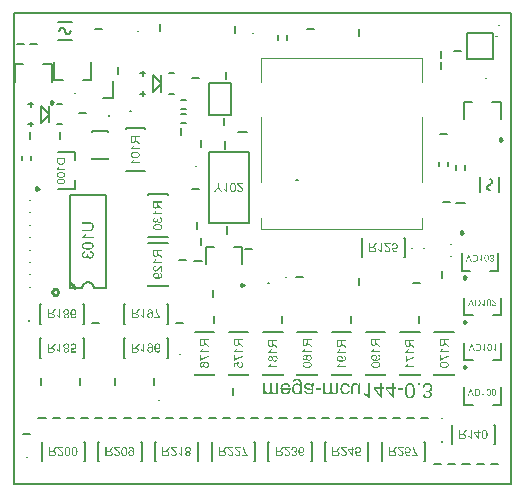
<source format=gbo>
G04*
G04 #@! TF.GenerationSoftware,Altium Limited,Altium Designer,22.11.1 (43)*
G04*
G04 Layer_Color=32896*
%FSLAX25Y25*%
%MOIN*%
G70*
G04*
G04 #@! TF.SameCoordinates,33881630-BD02-48E5-AD41-075E7C08A960*
G04*
G04*
G04 #@! TF.FilePolarity,Positive*
G04*
G01*
G75*
%ADD11C,0.00984*%
%ADD13C,0.00787*%
%ADD14C,0.00394*%
%ADD15C,0.00300*%
%ADD16C,0.00669*%
%ADD130C,0.00800*%
%ADD131C,0.00394*%
%ADD132C,0.00500*%
G36*
X94969Y35422D02*
X95149Y35400D01*
X95231Y35384D01*
X95302Y35368D01*
X95373Y35351D01*
X95439Y35329D01*
X95499Y35307D01*
X95548Y35291D01*
X95591Y35275D01*
X95630Y35258D01*
X95657Y35242D01*
X95679Y35236D01*
X95690Y35226D01*
X95695D01*
X95826Y35144D01*
X95941Y35051D01*
X96034Y34958D01*
X96110Y34865D01*
X96170Y34789D01*
X96214Y34723D01*
X96230Y34696D01*
X96241Y34680D01*
X96247Y34669D01*
Y34663D01*
X96280Y34592D01*
X96307Y34510D01*
X96329Y34418D01*
X96351Y34325D01*
X96378Y34123D01*
X96400Y33926D01*
X96405Y33833D01*
X96411Y33746D01*
X96416Y33664D01*
X96421Y33593D01*
Y33538D01*
Y33495D01*
Y33468D01*
Y33457D01*
Y30301D01*
X95854D01*
Y30748D01*
X95772Y30656D01*
X95690Y30574D01*
X95597Y30503D01*
X95510Y30443D01*
X95417Y30388D01*
X95329Y30350D01*
X95242Y30312D01*
X95160Y30284D01*
X95084Y30262D01*
X95013Y30246D01*
X94947Y30235D01*
X94893Y30224D01*
X94849D01*
X94811Y30219D01*
X94696D01*
X94609Y30230D01*
X94450Y30257D01*
X94308Y30295D01*
X94243Y30317D01*
X94183Y30339D01*
X94128Y30366D01*
X94085Y30388D01*
X94041Y30410D01*
X94008Y30426D01*
X93981Y30443D01*
X93959Y30454D01*
X93948Y30459D01*
X93943Y30464D01*
X93817Y30563D01*
X93702Y30672D01*
X93609Y30787D01*
X93533Y30896D01*
X93473Y30994D01*
X93446Y31038D01*
X93429Y31076D01*
X93413Y31103D01*
X93402Y31125D01*
X93391Y31141D01*
Y31147D01*
X93331Y31316D01*
X93282Y31486D01*
X93249Y31644D01*
X93227Y31791D01*
X93222Y31862D01*
X93216Y31922D01*
X93211Y31971D01*
Y32021D01*
X93205Y32059D01*
Y32086D01*
Y32102D01*
Y32108D01*
X93211Y32250D01*
X93222Y32381D01*
X93244Y32512D01*
X93271Y32632D01*
X93298Y32747D01*
X93336Y32856D01*
X93375Y32954D01*
X93413Y33047D01*
X93451Y33129D01*
X93484Y33200D01*
X93522Y33265D01*
X93550Y33315D01*
X93577Y33358D01*
X93599Y33386D01*
X93609Y33407D01*
X93615Y33413D01*
X93697Y33506D01*
X93784Y33593D01*
X93877Y33664D01*
X93975Y33724D01*
X94068Y33779D01*
X94166Y33822D01*
X94265Y33855D01*
X94358Y33888D01*
X94445Y33910D01*
X94521Y33926D01*
X94598Y33937D01*
X94658Y33942D01*
X94713Y33948D01*
X94751Y33953D01*
X94783D01*
X94893Y33948D01*
X95002Y33931D01*
X95100Y33910D01*
X95193Y33877D01*
X95286Y33844D01*
X95368Y33801D01*
X95444Y33762D01*
X95515Y33713D01*
X95575Y33669D01*
X95635Y33626D01*
X95679Y33588D01*
X95723Y33555D01*
X95750Y33522D01*
X95777Y33500D01*
X95788Y33484D01*
X95793Y33478D01*
Y33588D01*
Y33686D01*
X95788Y33773D01*
Y33855D01*
X95783Y33926D01*
Y33992D01*
X95777Y34046D01*
X95772Y34095D01*
X95766Y34139D01*
Y34172D01*
X95761Y34205D01*
X95755Y34226D01*
Y34243D01*
X95750Y34254D01*
Y34265D01*
X95712Y34374D01*
X95662Y34472D01*
X95608Y34554D01*
X95559Y34620D01*
X95504Y34674D01*
X95466Y34712D01*
X95439Y34740D01*
X95433Y34745D01*
X95428D01*
X95335Y34805D01*
X95226Y34843D01*
X95117Y34876D01*
X95013Y34898D01*
X94915Y34909D01*
X94876Y34914D01*
X94838D01*
X94811Y34920D01*
X94767D01*
X94625Y34914D01*
X94499Y34892D01*
X94396Y34865D01*
X94303Y34833D01*
X94232Y34800D01*
X94183Y34772D01*
X94150Y34751D01*
X94139Y34745D01*
X94079Y34690D01*
X94035Y34625D01*
X93997Y34559D01*
X93970Y34488D01*
X93954Y34428D01*
X93943Y34379D01*
X93932Y34347D01*
Y34341D01*
Y34336D01*
X93331Y34254D01*
Y34363D01*
X93342Y34461D01*
X93358Y34554D01*
X93386Y34641D01*
X93413Y34718D01*
X93446Y34794D01*
X93479Y34860D01*
X93517Y34914D01*
X93555Y34969D01*
X93588Y35013D01*
X93621Y35051D01*
X93653Y35084D01*
X93675Y35105D01*
X93697Y35122D01*
X93708Y35133D01*
X93713Y35138D01*
X93790Y35187D01*
X93877Y35236D01*
X93959Y35275D01*
X94052Y35307D01*
X94226Y35362D01*
X94396Y35395D01*
X94472Y35406D01*
X94543Y35417D01*
X94609Y35422D01*
X94663Y35428D01*
X94707Y35433D01*
X94772D01*
X94969Y35422D01*
D02*
G37*
G36*
X135799Y33249D02*
X135095D01*
Y33953D01*
X135799D01*
Y33249D01*
D02*
G37*
G36*
X91174Y34030D02*
X91289Y34024D01*
X91393Y34008D01*
X91491Y33986D01*
X91584Y33964D01*
X91666Y33937D01*
X91748Y33910D01*
X91819Y33882D01*
X91884Y33855D01*
X91939Y33828D01*
X91988Y33801D01*
X92032Y33779D01*
X92059Y33757D01*
X92086Y33740D01*
X92097Y33735D01*
X92103Y33729D01*
X92179Y33669D01*
X92244Y33604D01*
X92305Y33533D01*
X92365Y33462D01*
X92463Y33315D01*
X92539Y33178D01*
X92567Y33112D01*
X92594Y33053D01*
X92616Y32998D01*
X92632Y32949D01*
X92649Y32910D01*
X92659Y32883D01*
X92665Y32861D01*
Y32856D01*
X92021Y32774D01*
X91966Y32910D01*
X91901Y33031D01*
X91835Y33134D01*
X91775Y33211D01*
X91720Y33276D01*
X91677Y33320D01*
X91649Y33342D01*
X91644Y33353D01*
X91638D01*
X91546Y33413D01*
X91447Y33451D01*
X91349Y33484D01*
X91262Y33506D01*
X91180Y33517D01*
X91114Y33522D01*
X91092Y33527D01*
X91060D01*
X90978Y33522D01*
X90896Y33511D01*
X90820Y33500D01*
X90749Y33478D01*
X90618Y33429D01*
X90508Y33369D01*
X90459Y33342D01*
X90415Y33309D01*
X90383Y33282D01*
X90350Y33260D01*
X90328Y33238D01*
X90312Y33222D01*
X90301Y33216D01*
X90295Y33211D01*
X90241Y33145D01*
X90192Y33080D01*
X90153Y33003D01*
X90115Y32932D01*
X90055Y32774D01*
X90011Y32627D01*
X89995Y32556D01*
X89984Y32490D01*
X89973Y32436D01*
X89968Y32381D01*
X89962Y32343D01*
X89957Y32310D01*
Y32288D01*
Y32283D01*
X92681D01*
X92687Y32212D01*
Y32157D01*
Y32130D01*
Y32119D01*
X92681Y31955D01*
X92665Y31802D01*
X92643Y31655D01*
X92616Y31518D01*
X92578Y31393D01*
X92539Y31278D01*
X92496Y31174D01*
X92457Y31081D01*
X92414Y30999D01*
X92370Y30923D01*
X92332Y30863D01*
X92294Y30814D01*
X92266Y30770D01*
X92244Y30743D01*
X92228Y30727D01*
X92223Y30721D01*
X92135Y30634D01*
X92037Y30557D01*
X91939Y30486D01*
X91840Y30432D01*
X91742Y30382D01*
X91638Y30339D01*
X91546Y30306D01*
X91453Y30279D01*
X91365Y30262D01*
X91284Y30246D01*
X91213Y30235D01*
X91147Y30224D01*
X91098D01*
X91060Y30219D01*
X91027D01*
X90891Y30224D01*
X90754Y30241D01*
X90634Y30268D01*
X90514Y30301D01*
X90404Y30339D01*
X90301Y30382D01*
X90208Y30426D01*
X90126Y30475D01*
X90050Y30525D01*
X89984Y30568D01*
X89924Y30612D01*
X89880Y30650D01*
X89842Y30683D01*
X89815Y30710D01*
X89798Y30727D01*
X89793Y30732D01*
X89711Y30830D01*
X89640Y30939D01*
X89575Y31054D01*
X89520Y31169D01*
X89476Y31289D01*
X89438Y31409D01*
X89405Y31524D01*
X89384Y31638D01*
X89362Y31742D01*
X89351Y31846D01*
X89340Y31933D01*
X89329Y32010D01*
Y32075D01*
X89323Y32124D01*
Y32152D01*
Y32162D01*
X89329Y32326D01*
X89345Y32479D01*
X89367Y32621D01*
X89394Y32752D01*
X89433Y32878D01*
X89471Y32992D01*
X89514Y33096D01*
X89558Y33189D01*
X89596Y33271D01*
X89640Y33342D01*
X89678Y33402D01*
X89717Y33451D01*
X89744Y33495D01*
X89766Y33522D01*
X89782Y33538D01*
X89788Y33544D01*
X89880Y33631D01*
X89979Y33708D01*
X90077Y33773D01*
X90186Y33828D01*
X90290Y33877D01*
X90399Y33915D01*
X90503Y33948D01*
X90601Y33975D01*
X90694Y33992D01*
X90781Y34008D01*
X90858Y34019D01*
X90929Y34030D01*
X90983D01*
X91027Y34035D01*
X91060D01*
X91174Y34030D01*
D02*
G37*
G36*
X111065D02*
X111169Y34019D01*
X111267Y34003D01*
X111365Y33981D01*
X111453Y33953D01*
X111535Y33921D01*
X111611Y33893D01*
X111682Y33855D01*
X111742Y33822D01*
X111802Y33795D01*
X111846Y33762D01*
X111890Y33735D01*
X111917Y33713D01*
X111944Y33697D01*
X111955Y33686D01*
X111961Y33680D01*
X112032Y33609D01*
X112103Y33538D01*
X112163Y33457D01*
X112212Y33375D01*
X112261Y33293D01*
X112305Y33211D01*
X112370Y33058D01*
X112397Y32982D01*
X112419Y32916D01*
X112436Y32856D01*
X112452Y32801D01*
X112463Y32758D01*
X112468Y32725D01*
X112474Y32703D01*
Y32698D01*
X111868Y32616D01*
X111851Y32703D01*
X111835Y32779D01*
X111813Y32856D01*
X111791Y32921D01*
X111764Y32987D01*
X111742Y33042D01*
X111715Y33091D01*
X111688Y33140D01*
X111660Y33178D01*
X111638Y33211D01*
X111595Y33265D01*
X111567Y33298D01*
X111562Y33304D01*
X111557Y33309D01*
X111458Y33380D01*
X111360Y33435D01*
X111256Y33473D01*
X111163Y33500D01*
X111076Y33517D01*
X111043Y33522D01*
X111011D01*
X110983Y33527D01*
X110951D01*
X110869Y33522D01*
X110787Y33511D01*
X110716Y33495D01*
X110645Y33473D01*
X110519Y33424D01*
X110410Y33358D01*
X110366Y33331D01*
X110328Y33298D01*
X110295Y33271D01*
X110263Y33244D01*
X110241Y33227D01*
X110224Y33211D01*
X110219Y33200D01*
X110213Y33195D01*
X110164Y33129D01*
X110121Y33053D01*
X110082Y32971D01*
X110055Y32889D01*
X110001Y32708D01*
X109968Y32534D01*
X109957Y32452D01*
X109951Y32375D01*
X109946Y32304D01*
X109940Y32244D01*
X109935Y32195D01*
Y32157D01*
Y32130D01*
Y32124D01*
X109940Y31993D01*
X109946Y31868D01*
X109962Y31758D01*
X109979Y31655D01*
X110001Y31556D01*
X110028Y31469D01*
X110055Y31393D01*
X110082Y31322D01*
X110104Y31262D01*
X110132Y31207D01*
X110159Y31163D01*
X110181Y31131D01*
X110197Y31098D01*
X110213Y31081D01*
X110219Y31071D01*
X110224Y31065D01*
X110279Y31005D01*
X110339Y30956D01*
X110405Y30907D01*
X110465Y30869D01*
X110530Y30836D01*
X110590Y30808D01*
X110710Y30770D01*
X110819Y30743D01*
X110863Y30738D01*
X110907Y30732D01*
X110940Y30727D01*
X110983D01*
X111092Y30732D01*
X111196Y30754D01*
X111284Y30787D01*
X111360Y30819D01*
X111420Y30858D01*
X111469Y30885D01*
X111496Y30907D01*
X111507Y30918D01*
X111584Y30994D01*
X111649Y31081D01*
X111698Y31174D01*
X111742Y31262D01*
X111775Y31343D01*
X111797Y31409D01*
X111802Y31436D01*
X111808Y31453D01*
X111813Y31464D01*
Y31469D01*
X112414Y31376D01*
X112392Y31278D01*
X112359Y31180D01*
X112326Y31092D01*
X112294Y31010D01*
X112255Y30934D01*
X112212Y30863D01*
X112173Y30803D01*
X112130Y30743D01*
X112092Y30694D01*
X112053Y30650D01*
X112021Y30612D01*
X111988Y30579D01*
X111966Y30557D01*
X111944Y30541D01*
X111933Y30530D01*
X111928Y30525D01*
X111857Y30470D01*
X111780Y30421D01*
X111698Y30382D01*
X111617Y30350D01*
X111453Y30295D01*
X111300Y30257D01*
X111229Y30246D01*
X111163Y30235D01*
X111103Y30230D01*
X111054Y30224D01*
X111016Y30219D01*
X110956D01*
X110787Y30230D01*
X110623Y30252D01*
X110476Y30290D01*
X110410Y30312D01*
X110344Y30328D01*
X110290Y30350D01*
X110241Y30372D01*
X110197Y30388D01*
X110159Y30410D01*
X110126Y30421D01*
X110104Y30432D01*
X110093Y30443D01*
X110088D01*
X109946Y30535D01*
X109826Y30639D01*
X109722Y30754D01*
X109640Y30858D01*
X109575Y30956D01*
X109553Y30999D01*
X109531Y31038D01*
X109514Y31065D01*
X109504Y31087D01*
X109493Y31103D01*
Y31109D01*
X109427Y31278D01*
X109383Y31458D01*
X109351Y31633D01*
X109323Y31791D01*
X109318Y31868D01*
X109312Y31933D01*
X109307Y31993D01*
Y32048D01*
X109302Y32086D01*
Y32119D01*
Y32141D01*
Y32146D01*
X109307Y32310D01*
X109323Y32468D01*
X109345Y32616D01*
X109373Y32752D01*
X109405Y32878D01*
X109443Y32992D01*
X109487Y33096D01*
X109531Y33189D01*
X109569Y33271D01*
X109613Y33347D01*
X109651Y33407D01*
X109684Y33457D01*
X109711Y33500D01*
X109733Y33527D01*
X109749Y33544D01*
X109755Y33549D01*
X109842Y33637D01*
X109935Y33708D01*
X110033Y33773D01*
X110132Y33828D01*
X110235Y33877D01*
X110334Y33915D01*
X110432Y33948D01*
X110525Y33975D01*
X110612Y33997D01*
X110694Y34008D01*
X110770Y34019D01*
X110830Y34030D01*
X110885D01*
X110923Y34035D01*
X110956D01*
X111065Y34030D01*
D02*
G37*
G36*
X130323Y31819D02*
X128417D01*
Y32441D01*
X130323D01*
Y31819D01*
D02*
G37*
G36*
X102935D02*
X101030D01*
Y32441D01*
X102935D01*
Y31819D01*
D02*
G37*
G36*
X138442Y34035D02*
X138567Y34019D01*
X138687Y33997D01*
X138802Y33970D01*
X138911Y33937D01*
X139009Y33899D01*
X139102Y33855D01*
X139184Y33811D01*
X139261Y33773D01*
X139326Y33729D01*
X139386Y33691D01*
X139430Y33659D01*
X139468Y33631D01*
X139495Y33609D01*
X139512Y33593D01*
X139517Y33588D01*
X139605Y33500D01*
X139676Y33407D01*
X139741Y33315D01*
X139796Y33216D01*
X139845Y33123D01*
X139883Y33031D01*
X139916Y32943D01*
X139943Y32856D01*
X139965Y32774D01*
X139976Y32703D01*
X139987Y32638D01*
X139998Y32577D01*
Y32534D01*
X140003Y32496D01*
Y32474D01*
Y32468D01*
Y32381D01*
X139992Y32293D01*
X139965Y32135D01*
X139921Y31999D01*
X139899Y31939D01*
X139878Y31884D01*
X139856Y31830D01*
X139834Y31786D01*
X139812Y31748D01*
X139790Y31720D01*
X139774Y31693D01*
X139763Y31677D01*
X139758Y31666D01*
X139752Y31660D01*
X139654Y31545D01*
X139539Y31453D01*
X139424Y31382D01*
X139315Y31322D01*
X139211Y31278D01*
X139168Y31262D01*
X139135Y31251D01*
X139102Y31240D01*
X139080Y31234D01*
X139064Y31229D01*
X139059D01*
X139179Y31163D01*
X139282Y31098D01*
X139375Y31027D01*
X139446Y30956D01*
X139506Y30896D01*
X139544Y30847D01*
X139572Y30814D01*
X139577Y30808D01*
Y30803D01*
X139637Y30699D01*
X139681Y30595D01*
X139714Y30497D01*
X139736Y30404D01*
X139746Y30328D01*
X139758Y30262D01*
Y30241D01*
Y30224D01*
Y30213D01*
Y30208D01*
X139752Y30082D01*
X139730Y29962D01*
X139697Y29853D01*
X139665Y29755D01*
X139632Y29673D01*
X139615Y29640D01*
X139599Y29613D01*
X139588Y29591D01*
X139577Y29569D01*
X139572Y29564D01*
Y29558D01*
X139495Y29449D01*
X139408Y29356D01*
X139321Y29274D01*
X139233Y29203D01*
X139157Y29149D01*
X139097Y29110D01*
X139069Y29094D01*
X139053Y29083D01*
X139042Y29078D01*
X139037D01*
X138906Y29017D01*
X138775Y28974D01*
X138644Y28941D01*
X138529Y28919D01*
X138425Y28908D01*
X138387Y28903D01*
X138349Y28897D01*
X138278D01*
X138169Y28903D01*
X138065Y28914D01*
X137967Y28930D01*
X137868Y28952D01*
X137781Y28979D01*
X137699Y29007D01*
X137623Y29039D01*
X137557Y29067D01*
X137492Y29100D01*
X137437Y29132D01*
X137393Y29160D01*
X137350Y29187D01*
X137322Y29209D01*
X137295Y29225D01*
X137284Y29236D01*
X137279Y29241D01*
X137208Y29307D01*
X137142Y29383D01*
X137082Y29460D01*
X137028Y29536D01*
X136978Y29618D01*
X136940Y29695D01*
X136869Y29853D01*
X136842Y29924D01*
X136820Y29989D01*
X136804Y30049D01*
X136787Y30099D01*
X136776Y30142D01*
X136771Y30175D01*
X136765Y30197D01*
Y30202D01*
X137382Y30312D01*
X137415Y30153D01*
X137459Y30017D01*
X137508Y29897D01*
X137563Y29804D01*
X137606Y29727D01*
X137650Y29678D01*
X137677Y29645D01*
X137688Y29634D01*
X137786Y29558D01*
X137885Y29504D01*
X137988Y29460D01*
X138081Y29432D01*
X138169Y29416D01*
X138201Y29411D01*
X138234D01*
X138261Y29405D01*
X138294D01*
X138425Y29416D01*
X138540Y29438D01*
X138644Y29476D01*
X138731Y29514D01*
X138796Y29558D01*
X138846Y29596D01*
X138878Y29618D01*
X138889Y29629D01*
X138933Y29673D01*
X138966Y29716D01*
X139026Y29815D01*
X139069Y29908D01*
X139097Y29995D01*
X139113Y30077D01*
X139119Y30137D01*
X139124Y30164D01*
Y30180D01*
Y30191D01*
Y30197D01*
X139119Y30273D01*
X139108Y30344D01*
X139097Y30415D01*
X139075Y30475D01*
X139020Y30585D01*
X138966Y30672D01*
X138906Y30743D01*
X138851Y30792D01*
X138829Y30808D01*
X138818Y30819D01*
X138807Y30830D01*
X138802D01*
X138682Y30901D01*
X138556Y30950D01*
X138436Y30989D01*
X138327Y31010D01*
X138234Y31027D01*
X138196Y31032D01*
X138158D01*
X138130Y31038D01*
X138059D01*
X138027Y31032D01*
X137999Y31027D01*
X137988D01*
X137923Y31567D01*
X138016Y31545D01*
X138103Y31529D01*
X138174Y31518D01*
X138240Y31507D01*
X138289D01*
X138327Y31502D01*
X138360D01*
X138436Y31507D01*
X138513Y31513D01*
X138649Y31545D01*
X138769Y31589D01*
X138873Y31638D01*
X138955Y31693D01*
X138988Y31715D01*
X139015Y31737D01*
X139037Y31753D01*
X139053Y31769D01*
X139059Y31775D01*
X139064Y31780D01*
X139113Y31835D01*
X139157Y31890D01*
X139195Y31944D01*
X139228Y32004D01*
X139277Y32119D01*
X139315Y32234D01*
X139332Y32332D01*
X139337Y32370D01*
X139342Y32408D01*
X139348Y32436D01*
Y32463D01*
Y32474D01*
Y32479D01*
X139342Y32561D01*
X139337Y32638D01*
X139299Y32785D01*
X139255Y32910D01*
X139200Y33020D01*
X139168Y33069D01*
X139140Y33107D01*
X139119Y33145D01*
X139097Y33173D01*
X139075Y33195D01*
X139059Y33211D01*
X139053Y33222D01*
X139048Y33227D01*
X138988Y33282D01*
X138927Y33325D01*
X138867Y33364D01*
X138807Y33402D01*
X138682Y33457D01*
X138562Y33489D01*
X138463Y33511D01*
X138414Y33517D01*
X138382Y33522D01*
X138349Y33527D01*
X138305D01*
X138174Y33517D01*
X138049Y33489D01*
X137945Y33457D01*
X137852Y33413D01*
X137776Y33369D01*
X137721Y33336D01*
X137705Y33320D01*
X137688Y33309D01*
X137683Y33298D01*
X137677D01*
X137634Y33249D01*
X137590Y33200D01*
X137513Y33085D01*
X137453Y32960D01*
X137404Y32834D01*
X137366Y32719D01*
X137355Y32670D01*
X137344Y32627D01*
X137333Y32588D01*
X137328Y32561D01*
X137322Y32545D01*
Y32539D01*
X136705Y32621D01*
X136722Y32736D01*
X136743Y32845D01*
X136776Y32949D01*
X136809Y33047D01*
X136847Y33140D01*
X136891Y33222D01*
X136935Y33304D01*
X136978Y33369D01*
X137022Y33435D01*
X137060Y33489D01*
X137098Y33538D01*
X137131Y33577D01*
X137164Y33609D01*
X137186Y33631D01*
X137197Y33642D01*
X137202Y33648D01*
X137284Y33719D01*
X137377Y33779D01*
X137464Y33828D01*
X137557Y33877D01*
X137650Y33915D01*
X137743Y33942D01*
X137830Y33970D01*
X137917Y33992D01*
X137999Y34008D01*
X138070Y34019D01*
X138136Y34030D01*
X138196Y34035D01*
X138240D01*
X138278Y34041D01*
X138305D01*
X138442Y34035D01*
D02*
G37*
G36*
X108564Y31447D02*
X108559Y31333D01*
X108554Y31229D01*
X108537Y31131D01*
X108521Y31038D01*
X108499Y30956D01*
X108472Y30879D01*
X108444Y30814D01*
X108417Y30754D01*
X108390Y30699D01*
X108362Y30650D01*
X108341Y30612D01*
X108313Y30579D01*
X108297Y30557D01*
X108281Y30541D01*
X108275Y30530D01*
X108270Y30525D01*
X108215Y30470D01*
X108150Y30421D01*
X108084Y30382D01*
X108019Y30350D01*
X107877Y30295D01*
X107746Y30257D01*
X107680Y30246D01*
X107620Y30235D01*
X107571Y30230D01*
X107522Y30224D01*
X107489Y30219D01*
X107434D01*
X107309Y30224D01*
X107189Y30246D01*
X107074Y30279D01*
X106965Y30317D01*
X106866Y30366D01*
X106774Y30421D01*
X106686Y30481D01*
X106610Y30535D01*
X106539Y30595D01*
X106479Y30656D01*
X106424Y30710D01*
X106386Y30759D01*
X106348Y30797D01*
X106326Y30830D01*
X106309Y30852D01*
X106304Y30858D01*
X106255Y30748D01*
X106200Y30656D01*
X106140Y30579D01*
X106080Y30508D01*
X106020Y30459D01*
X105976Y30421D01*
X105944Y30393D01*
X105938Y30388D01*
X105933D01*
X105829Y30333D01*
X105720Y30290D01*
X105611Y30262D01*
X105507Y30241D01*
X105414Y30230D01*
X105376Y30224D01*
X105338Y30219D01*
X105272D01*
X105141Y30224D01*
X105016Y30246D01*
X104906Y30268D01*
X104808Y30301D01*
X104732Y30328D01*
X104699Y30344D01*
X104672Y30355D01*
X104650Y30366D01*
X104633Y30377D01*
X104628Y30382D01*
X104622D01*
X104519Y30448D01*
X104431Y30519D01*
X104355Y30590D01*
X104289Y30661D01*
X104235Y30721D01*
X104197Y30770D01*
X104175Y30803D01*
X104164Y30808D01*
Y30301D01*
X103612D01*
Y33953D01*
X104229D01*
Y32059D01*
Y31966D01*
X104235Y31884D01*
X104240Y31802D01*
X104246Y31731D01*
X104251Y31660D01*
X104262Y31600D01*
X104268Y31545D01*
X104278Y31491D01*
X104289Y31447D01*
X104295Y31409D01*
X104306Y31376D01*
X104311Y31349D01*
X104317Y31327D01*
X104322Y31311D01*
X104327Y31305D01*
Y31300D01*
X104371Y31207D01*
X104420Y31125D01*
X104475Y31054D01*
X104530Y30999D01*
X104573Y30950D01*
X104611Y30923D01*
X104639Y30901D01*
X104650Y30896D01*
X104737Y30847D01*
X104819Y30814D01*
X104901Y30787D01*
X104977Y30770D01*
X105043Y30759D01*
X105092Y30754D01*
X105136D01*
X105256Y30765D01*
X105359Y30787D01*
X105441Y30819D01*
X105512Y30858D01*
X105561Y30896D01*
X105600Y30929D01*
X105622Y30950D01*
X105627Y30961D01*
X105676Y31049D01*
X105714Y31147D01*
X105742Y31251D01*
X105763Y31349D01*
X105774Y31442D01*
Y31480D01*
X105780Y31513D01*
Y31545D01*
Y31567D01*
Y31578D01*
Y31584D01*
Y33953D01*
X106397D01*
Y31835D01*
X106402Y31731D01*
X106408Y31638D01*
X106419Y31545D01*
X106435Y31464D01*
X106457Y31393D01*
X106479Y31322D01*
X106501Y31262D01*
X106528Y31207D01*
X106550Y31163D01*
X106572Y31120D01*
X106593Y31087D01*
X106615Y31060D01*
X106632Y31038D01*
X106643Y31021D01*
X106653Y31016D01*
Y31010D01*
X106703Y30967D01*
X106757Y30923D01*
X106861Y30863D01*
X106970Y30814D01*
X107074Y30787D01*
X107161Y30765D01*
X107200Y30759D01*
X107232D01*
X107260Y30754D01*
X107298D01*
X107374Y30759D01*
X107445Y30770D01*
X107511Y30787D01*
X107565Y30803D01*
X107609Y30825D01*
X107642Y30841D01*
X107664Y30852D01*
X107669Y30858D01*
X107724Y30896D01*
X107773Y30939D01*
X107806Y30983D01*
X107838Y31027D01*
X107860Y31065D01*
X107877Y31092D01*
X107887Y31114D01*
Y31120D01*
X107909Y31191D01*
X107920Y31273D01*
X107931Y31360D01*
X107942Y31447D01*
Y31529D01*
X107948Y31595D01*
Y31617D01*
Y31638D01*
Y31649D01*
Y31655D01*
Y33953D01*
X108564D01*
Y31447D01*
D02*
G37*
G36*
X88614D02*
X88608Y31333D01*
X88603Y31229D01*
X88586Y31131D01*
X88570Y31038D01*
X88548Y30956D01*
X88521Y30879D01*
X88494Y30814D01*
X88466Y30754D01*
X88439Y30699D01*
X88412Y30650D01*
X88390Y30612D01*
X88362Y30579D01*
X88346Y30557D01*
X88330Y30541D01*
X88324Y30530D01*
X88319Y30525D01*
X88264Y30470D01*
X88199Y30421D01*
X88133Y30382D01*
X88068Y30350D01*
X87926Y30295D01*
X87795Y30257D01*
X87729Y30246D01*
X87669Y30235D01*
X87620Y30230D01*
X87571Y30224D01*
X87538Y30219D01*
X87483D01*
X87358Y30224D01*
X87238Y30246D01*
X87123Y30279D01*
X87014Y30317D01*
X86916Y30366D01*
X86823Y30421D01*
X86735Y30481D01*
X86659Y30535D01*
X86588Y30595D01*
X86528Y30656D01*
X86473Y30710D01*
X86435Y30759D01*
X86397Y30797D01*
X86375Y30830D01*
X86359Y30852D01*
X86353Y30858D01*
X86304Y30748D01*
X86250Y30656D01*
X86189Y30579D01*
X86129Y30508D01*
X86069Y30459D01*
X86026Y30421D01*
X85993Y30393D01*
X85987Y30388D01*
X85982D01*
X85878Y30333D01*
X85769Y30290D01*
X85660Y30262D01*
X85556Y30241D01*
X85463Y30230D01*
X85425Y30224D01*
X85387Y30219D01*
X85321D01*
X85190Y30224D01*
X85065Y30246D01*
X84955Y30268D01*
X84857Y30301D01*
X84781Y30328D01*
X84748Y30344D01*
X84721Y30355D01*
X84699Y30366D01*
X84682Y30377D01*
X84677Y30382D01*
X84671D01*
X84568Y30448D01*
X84480Y30519D01*
X84404Y30590D01*
X84338Y30661D01*
X84284Y30721D01*
X84246Y30770D01*
X84224Y30803D01*
X84213Y30808D01*
Y30301D01*
X83661D01*
Y33953D01*
X84278D01*
Y32059D01*
Y31966D01*
X84284Y31884D01*
X84289Y31802D01*
X84295Y31731D01*
X84300Y31660D01*
X84311Y31600D01*
X84317Y31545D01*
X84328Y31491D01*
X84338Y31447D01*
X84344Y31409D01*
X84355Y31376D01*
X84360Y31349D01*
X84366Y31327D01*
X84371Y31311D01*
X84377Y31305D01*
Y31300D01*
X84420Y31207D01*
X84469Y31125D01*
X84524Y31054D01*
X84579Y30999D01*
X84622Y30950D01*
X84661Y30923D01*
X84688Y30901D01*
X84699Y30896D01*
X84786Y30847D01*
X84868Y30814D01*
X84950Y30787D01*
X85026Y30770D01*
X85092Y30759D01*
X85141Y30754D01*
X85185D01*
X85305Y30765D01*
X85409Y30787D01*
X85491Y30819D01*
X85562Y30858D01*
X85611Y30896D01*
X85649Y30929D01*
X85671Y30950D01*
X85676Y30961D01*
X85725Y31049D01*
X85764Y31147D01*
X85791Y31251D01*
X85813Y31349D01*
X85824Y31442D01*
Y31480D01*
X85829Y31513D01*
Y31545D01*
Y31567D01*
Y31578D01*
Y31584D01*
Y33953D01*
X86446D01*
Y31835D01*
X86452Y31731D01*
X86457Y31638D01*
X86468Y31545D01*
X86484Y31464D01*
X86506Y31393D01*
X86528Y31322D01*
X86550Y31262D01*
X86577Y31207D01*
X86599Y31163D01*
X86621Y31120D01*
X86643Y31087D01*
X86664Y31060D01*
X86681Y31038D01*
X86692Y31021D01*
X86703Y31016D01*
Y31010D01*
X86752Y30967D01*
X86806Y30923D01*
X86910Y30863D01*
X87019Y30814D01*
X87123Y30787D01*
X87210Y30765D01*
X87249Y30759D01*
X87281D01*
X87309Y30754D01*
X87347D01*
X87423Y30759D01*
X87494Y30770D01*
X87560Y30787D01*
X87615Y30803D01*
X87658Y30825D01*
X87691Y30841D01*
X87713Y30852D01*
X87718Y30858D01*
X87773Y30896D01*
X87822Y30939D01*
X87855Y30983D01*
X87888Y31027D01*
X87909Y31065D01*
X87926Y31092D01*
X87937Y31114D01*
Y31120D01*
X87958Y31191D01*
X87969Y31273D01*
X87980Y31360D01*
X87991Y31447D01*
Y31529D01*
X87997Y31595D01*
Y31617D01*
Y31638D01*
Y31649D01*
Y31655D01*
Y33953D01*
X88614D01*
Y31447D01*
D02*
G37*
G36*
X98535Y34030D02*
X98660Y34019D01*
X98775Y33997D01*
X98878Y33975D01*
X98960Y33953D01*
X98999Y33942D01*
X99026Y33931D01*
X99048Y33926D01*
X99064Y33921D01*
X99075Y33915D01*
X99080D01*
X99201Y33861D01*
X99321Y33801D01*
X99430Y33729D01*
X99534Y33659D01*
X99621Y33599D01*
X99654Y33566D01*
X99686Y33544D01*
X99714Y33522D01*
X99730Y33506D01*
X99741Y33500D01*
X99747Y33495D01*
X99757Y33593D01*
X99774Y33680D01*
X99796Y33757D01*
X99818Y33822D01*
X99834Y33877D01*
X99850Y33921D01*
X99861Y33942D01*
X99867Y33953D01*
X100511D01*
X100473Y33877D01*
X100440Y33795D01*
X100413Y33724D01*
X100391Y33659D01*
X100374Y33599D01*
X100364Y33555D01*
X100358Y33527D01*
Y33517D01*
X100353Y33468D01*
X100347Y33402D01*
X100342Y33331D01*
X100336Y33249D01*
X100331Y33162D01*
Y33069D01*
X100325Y32883D01*
Y32796D01*
X100320Y32708D01*
Y32632D01*
Y32561D01*
Y32506D01*
Y32463D01*
Y32436D01*
Y32425D01*
Y31600D01*
Y31524D01*
Y31458D01*
X100314Y31398D01*
Y31338D01*
X100309Y31240D01*
X100303Y31163D01*
X100298Y31103D01*
X100293Y31065D01*
X100287Y31038D01*
Y31032D01*
X100265Y30939D01*
X100233Y30858D01*
X100200Y30787D01*
X100167Y30727D01*
X100140Y30677D01*
X100112Y30639D01*
X100096Y30617D01*
X100091Y30612D01*
X100031Y30552D01*
X99965Y30497D01*
X99894Y30448D01*
X99823Y30410D01*
X99757Y30377D01*
X99708Y30355D01*
X99686Y30344D01*
X99670Y30339D01*
X99665Y30333D01*
X99659D01*
X99545Y30295D01*
X99419Y30268D01*
X99293Y30246D01*
X99173Y30235D01*
X99069Y30224D01*
X99020D01*
X98982Y30219D01*
X98906D01*
X98737Y30224D01*
X98578Y30241D01*
X98436Y30262D01*
X98371Y30273D01*
X98316Y30284D01*
X98261Y30295D01*
X98212Y30306D01*
X98174Y30317D01*
X98141Y30328D01*
X98114Y30339D01*
X98092Y30344D01*
X98081Y30350D01*
X98076D01*
X97950Y30404D01*
X97841Y30464D01*
X97748Y30525D01*
X97672Y30585D01*
X97612Y30639D01*
X97568Y30683D01*
X97541Y30710D01*
X97530Y30716D01*
Y30721D01*
X97464Y30814D01*
X97410Y30918D01*
X97366Y31021D01*
X97328Y31120D01*
X97300Y31207D01*
X97290Y31245D01*
X97279Y31278D01*
X97273Y31305D01*
X97268Y31327D01*
X97262Y31338D01*
Y31343D01*
X97868Y31425D01*
X97890Y31354D01*
X97912Y31289D01*
X97956Y31180D01*
X98010Y31081D01*
X98059Y31010D01*
X98103Y30956D01*
X98141Y30912D01*
X98163Y30890D01*
X98174Y30885D01*
X98261Y30836D01*
X98365Y30797D01*
X98469Y30770D01*
X98573Y30748D01*
X98671Y30738D01*
X98709D01*
X98747Y30732D01*
X98818D01*
X98982Y30743D01*
X99124Y30765D01*
X99244Y30797D01*
X99343Y30836D01*
X99419Y30879D01*
X99446Y30896D01*
X99474Y30912D01*
X99495Y30923D01*
X99506Y30934D01*
X99517Y30945D01*
X99577Y31010D01*
X99621Y31092D01*
X99654Y31180D01*
X99676Y31267D01*
X99686Y31349D01*
X99697Y31414D01*
Y31436D01*
Y31458D01*
Y31469D01*
Y31475D01*
Y31491D01*
Y31513D01*
Y31567D01*
X99692Y31589D01*
Y31611D01*
Y31627D01*
Y31633D01*
X99621Y31655D01*
X99545Y31677D01*
X99457Y31698D01*
X99370Y31720D01*
X99190Y31758D01*
X99010Y31791D01*
X98922Y31802D01*
X98846Y31813D01*
X98775Y31824D01*
X98709Y31835D01*
X98660Y31840D01*
X98622Y31846D01*
X98600Y31851D01*
X98589D01*
X98458Y31868D01*
X98349Y31884D01*
X98251Y31900D01*
X98174Y31911D01*
X98114Y31928D01*
X98070Y31933D01*
X98049Y31944D01*
X98038D01*
X97950Y31971D01*
X97863Y32004D01*
X97786Y32037D01*
X97721Y32070D01*
X97666Y32097D01*
X97628Y32124D01*
X97601Y32141D01*
X97590Y32146D01*
X97519Y32201D01*
X97459Y32255D01*
X97404Y32315D01*
X97361Y32370D01*
X97322Y32425D01*
X97295Y32463D01*
X97279Y32490D01*
X97273Y32501D01*
X97235Y32588D01*
X97202Y32670D01*
X97180Y32752D01*
X97170Y32829D01*
X97158Y32894D01*
X97153Y32949D01*
Y32982D01*
Y32987D01*
Y32992D01*
X97158Y33074D01*
X97170Y33156D01*
X97180Y33233D01*
X97202Y33304D01*
X97257Y33435D01*
X97317Y33538D01*
X97344Y33588D01*
X97372Y33626D01*
X97399Y33664D01*
X97426Y33691D01*
X97448Y33713D01*
X97459Y33729D01*
X97470Y33740D01*
X97475Y33746D01*
X97541Y33795D01*
X97606Y33839D01*
X97683Y33882D01*
X97754Y33915D01*
X97907Y33964D01*
X98059Y33997D01*
X98125Y34014D01*
X98190Y34019D01*
X98251Y34024D01*
X98300Y34030D01*
X98338Y34035D01*
X98398D01*
X98535Y34030D01*
D02*
G37*
G36*
X114368D02*
X114494Y34008D01*
X114609Y33981D01*
X114723Y33937D01*
X114827Y33893D01*
X114920Y33839D01*
X115007Y33784D01*
X115089Y33724D01*
X115160Y33669D01*
X115220Y33615D01*
X115275Y33560D01*
X115319Y33517D01*
X115351Y33473D01*
X115373Y33446D01*
X115390Y33424D01*
X115395Y33418D01*
Y33953D01*
X115946D01*
Y30301D01*
X115329D01*
Y32261D01*
X115324Y32425D01*
X115313Y32567D01*
X115297Y32687D01*
X115280Y32790D01*
X115269Y32834D01*
X115258Y32867D01*
X115247Y32900D01*
X115242Y32927D01*
X115237Y32943D01*
X115231Y32960D01*
X115226Y32965D01*
Y32971D01*
X115182Y33058D01*
X115127Y33134D01*
X115067Y33200D01*
X115013Y33255D01*
X114958Y33298D01*
X114915Y33331D01*
X114887Y33353D01*
X114882Y33358D01*
X114876D01*
X114783Y33407D01*
X114696Y33440D01*
X114609Y33468D01*
X114527Y33484D01*
X114456Y33495D01*
X114407Y33500D01*
X114357D01*
X114259Y33495D01*
X114166Y33478D01*
X114084Y33457D01*
X114019Y33429D01*
X113964Y33407D01*
X113921Y33386D01*
X113899Y33369D01*
X113888Y33364D01*
X113822Y33309D01*
X113768Y33244D01*
X113724Y33184D01*
X113691Y33123D01*
X113664Y33069D01*
X113648Y33020D01*
X113642Y32992D01*
X113637Y32982D01*
X113631Y32949D01*
X113626Y32905D01*
X113620Y32807D01*
X113610Y32698D01*
Y32588D01*
X113604Y32490D01*
Y32446D01*
Y32403D01*
Y32370D01*
Y32348D01*
Y32332D01*
Y32326D01*
Y30301D01*
X112987D01*
Y32567D01*
Y32703D01*
X112993Y32823D01*
X112998Y32921D01*
X113004Y33003D01*
X113009Y33063D01*
X113014Y33112D01*
X113020Y33134D01*
Y33145D01*
X113047Y33244D01*
X113074Y33331D01*
X113107Y33407D01*
X113140Y33473D01*
X113167Y33527D01*
X113189Y33571D01*
X113206Y33593D01*
X113211Y33604D01*
X113266Y33669D01*
X113331Y33729D01*
X113402Y33784D01*
X113468Y33828D01*
X113533Y33866D01*
X113582Y33893D01*
X113615Y33910D01*
X113620Y33915D01*
X113626D01*
X113735Y33953D01*
X113839Y33986D01*
X113943Y34008D01*
X114035Y34019D01*
X114117Y34030D01*
X114177Y34035D01*
X114232D01*
X114368Y34030D01*
D02*
G37*
G36*
X119075Y28897D02*
X118676D01*
X118605Y29023D01*
X118524Y29143D01*
X118431Y29258D01*
X118338Y29356D01*
X118256Y29449D01*
X118218Y29482D01*
X118191Y29514D01*
X118163Y29542D01*
X118141Y29558D01*
X118130Y29569D01*
X118125Y29574D01*
X117977Y29700D01*
X117819Y29809D01*
X117666Y29913D01*
X117524Y30000D01*
X117464Y30033D01*
X117404Y30066D01*
X117350Y30099D01*
X117306Y30121D01*
X117268Y30137D01*
X117240Y30153D01*
X117224Y30159D01*
X117219Y30164D01*
Y30759D01*
X117328Y30716D01*
X117442Y30667D01*
X117552Y30612D01*
X117650Y30563D01*
X117737Y30514D01*
X117775Y30497D01*
X117808Y30475D01*
X117836Y30464D01*
X117852Y30454D01*
X117863Y30443D01*
X117868D01*
X117999Y30361D01*
X118114Y30284D01*
X118218Y30213D01*
X118300Y30148D01*
X118371Y30093D01*
X118420Y30055D01*
X118447Y30028D01*
X118458Y30017D01*
Y33953D01*
X119075D01*
Y28897D01*
D02*
G37*
G36*
X127178Y32747D02*
X127860D01*
Y32179D01*
X127178D01*
Y28914D01*
X126670D01*
X124366Y32179D01*
Y32747D01*
X126561D01*
Y33953D01*
X127178D01*
Y32747D01*
D02*
G37*
G36*
X123263D02*
X123945D01*
Y32179D01*
X123263D01*
Y28914D01*
X122755D01*
X120451Y32179D01*
Y32747D01*
X122646D01*
Y33953D01*
X123263D01*
Y32747D01*
D02*
G37*
G36*
X132578Y34030D02*
X132670Y34024D01*
X132763Y34008D01*
X132851Y33992D01*
X132932Y33964D01*
X133003Y33942D01*
X133074Y33915D01*
X133134Y33888D01*
X133194Y33861D01*
X133244Y33833D01*
X133287Y33806D01*
X133320Y33784D01*
X133347Y33768D01*
X133369Y33751D01*
X133380Y33746D01*
X133386Y33740D01*
X133451Y33680D01*
X133517Y33620D01*
X133626Y33484D01*
X133719Y33347D01*
X133795Y33211D01*
X133828Y33145D01*
X133855Y33085D01*
X133877Y33036D01*
X133899Y32987D01*
X133915Y32954D01*
X133921Y32921D01*
X133932Y32905D01*
Y32900D01*
X133964Y32796D01*
X133992Y32681D01*
X134041Y32446D01*
X134074Y32206D01*
X134084Y32092D01*
X134095Y31977D01*
X134101Y31873D01*
X134106Y31775D01*
X134112Y31693D01*
X134117Y31617D01*
Y31556D01*
Y31507D01*
Y31480D01*
Y31469D01*
Y31333D01*
X134112Y31201D01*
X134106Y31081D01*
X134101Y30967D01*
X134090Y30863D01*
X134079Y30765D01*
X134068Y30677D01*
X134063Y30595D01*
X134052Y30525D01*
X134041Y30464D01*
X134030Y30410D01*
X134019Y30366D01*
X134013Y30328D01*
X134008Y30306D01*
X134003Y30290D01*
Y30284D01*
X133959Y30126D01*
X133904Y29978D01*
X133855Y29853D01*
X133806Y29744D01*
X133779Y29700D01*
X133762Y29656D01*
X133740Y29618D01*
X133724Y29591D01*
X133708Y29569D01*
X133702Y29553D01*
X133691Y29542D01*
Y29536D01*
X133615Y29427D01*
X133528Y29329D01*
X133446Y29247D01*
X133364Y29181D01*
X133293Y29127D01*
X133238Y29094D01*
X133216Y29078D01*
X133200Y29067D01*
X133189Y29061D01*
X133184D01*
X133063Y29007D01*
X132943Y28968D01*
X132823Y28936D01*
X132714Y28919D01*
X132616Y28908D01*
X132578Y28903D01*
X132539Y28897D01*
X132474D01*
X132376Y28903D01*
X132277Y28908D01*
X132184Y28925D01*
X132097Y28941D01*
X132021Y28963D01*
X131944Y28990D01*
X131873Y29017D01*
X131813Y29045D01*
X131753Y29072D01*
X131704Y29100D01*
X131660Y29121D01*
X131628Y29149D01*
X131600Y29165D01*
X131578Y29181D01*
X131568Y29187D01*
X131562Y29192D01*
X131497Y29252D01*
X131436Y29312D01*
X131327Y29449D01*
X131229Y29585D01*
X131152Y29722D01*
X131120Y29787D01*
X131092Y29842D01*
X131071Y29897D01*
X131049Y29940D01*
X131038Y29978D01*
X131027Y30011D01*
X131016Y30028D01*
Y30033D01*
X130983Y30137D01*
X130956Y30252D01*
X130912Y30486D01*
X130879Y30727D01*
X130869Y30841D01*
X130858Y30956D01*
X130852Y31060D01*
X130847Y31158D01*
X130841Y31245D01*
Y31322D01*
X130836Y31382D01*
Y31431D01*
Y31458D01*
Y31469D01*
X130841Y31726D01*
X130858Y31966D01*
X130879Y32184D01*
X130912Y32386D01*
X130950Y32572D01*
X130994Y32741D01*
X131038Y32889D01*
X131087Y33025D01*
X131131Y33140D01*
X131174Y33244D01*
X131218Y33325D01*
X131256Y33397D01*
X131289Y33451D01*
X131311Y33489D01*
X131327Y33511D01*
X131333Y33517D01*
X131415Y33609D01*
X131502Y33686D01*
X131595Y33757D01*
X131688Y33817D01*
X131780Y33866D01*
X131879Y33910D01*
X131972Y33942D01*
X132059Y33970D01*
X132146Y33992D01*
X132223Y34008D01*
X132294Y34019D01*
X132354Y34024D01*
X132403Y34030D01*
X132441Y34035D01*
X132474D01*
X132578Y34030D01*
D02*
G37*
G36*
X159852Y76819D02*
X159908Y76811D01*
X159962Y76802D01*
X160014Y76789D01*
X160063Y76775D01*
X160107Y76757D01*
X160149Y76738D01*
X160186Y76718D01*
X160221Y76701D01*
X160250Y76681D01*
X160277Y76664D01*
X160297Y76649D01*
X160314Y76637D01*
X160326Y76627D01*
X160334Y76620D01*
X160336Y76617D01*
X160376Y76578D01*
X160407Y76536D01*
X160437Y76494D01*
X160462Y76450D01*
X160484Y76408D01*
X160501Y76366D01*
X160516Y76327D01*
X160528Y76288D01*
X160538Y76251D01*
X160543Y76219D01*
X160548Y76189D01*
X160553Y76162D01*
Y76142D01*
X160555Y76125D01*
Y76115D01*
Y76113D01*
Y76073D01*
X160550Y76034D01*
X160538Y75963D01*
X160518Y75901D01*
X160508Y75874D01*
X160499Y75850D01*
X160489Y75825D01*
X160479Y75805D01*
X160469Y75788D01*
X160459Y75776D01*
X160452Y75763D01*
X160447Y75756D01*
X160444Y75751D01*
X160442Y75749D01*
X160398Y75697D01*
X160346Y75655D01*
X160294Y75623D01*
X160245Y75596D01*
X160198Y75577D01*
X160179Y75569D01*
X160164Y75564D01*
X160149Y75559D01*
X160139Y75557D01*
X160132Y75554D01*
X160130D01*
X160184Y75525D01*
X160230Y75495D01*
X160272Y75463D01*
X160304Y75431D01*
X160331Y75404D01*
X160348Y75382D01*
X160361Y75367D01*
X160363Y75365D01*
Y75362D01*
X160390Y75316D01*
X160410Y75269D01*
X160425Y75225D01*
X160435Y75183D01*
X160440Y75148D01*
X160444Y75119D01*
Y75109D01*
Y75102D01*
Y75097D01*
Y75094D01*
X160442Y75038D01*
X160432Y74984D01*
X160417Y74935D01*
X160403Y74890D01*
X160388Y74853D01*
X160380Y74839D01*
X160373Y74826D01*
X160368Y74816D01*
X160363Y74807D01*
X160361Y74804D01*
Y74802D01*
X160326Y74752D01*
X160287Y74711D01*
X160248Y74674D01*
X160208Y74642D01*
X160174Y74617D01*
X160147Y74600D01*
X160134Y74593D01*
X160127Y74588D01*
X160122Y74585D01*
X160120D01*
X160061Y74558D01*
X160002Y74538D01*
X159943Y74524D01*
X159891Y74514D01*
X159844Y74509D01*
X159827Y74506D01*
X159810Y74504D01*
X159778D01*
X159729Y74506D01*
X159682Y74511D01*
X159638Y74519D01*
X159593Y74529D01*
X159554Y74541D01*
X159517Y74553D01*
X159483Y74568D01*
X159453Y74580D01*
X159423Y74595D01*
X159399Y74610D01*
X159379Y74622D01*
X159360Y74634D01*
X159347Y74644D01*
X159335Y74652D01*
X159330Y74656D01*
X159328Y74659D01*
X159296Y74689D01*
X159266Y74723D01*
X159239Y74757D01*
X159214Y74792D01*
X159192Y74829D01*
X159175Y74863D01*
X159143Y74935D01*
X159131Y74967D01*
X159121Y74996D01*
X159114Y75023D01*
X159106Y75045D01*
X159101Y75065D01*
X159099Y75080D01*
X159096Y75090D01*
Y75092D01*
X159374Y75141D01*
X159389Y75070D01*
X159409Y75008D01*
X159431Y74954D01*
X159456Y74912D01*
X159475Y74878D01*
X159495Y74856D01*
X159507Y74841D01*
X159512Y74836D01*
X159556Y74802D01*
X159601Y74777D01*
X159647Y74757D01*
X159689Y74745D01*
X159729Y74738D01*
X159743Y74735D01*
X159758D01*
X159770Y74733D01*
X159785D01*
X159844Y74738D01*
X159896Y74748D01*
X159943Y74765D01*
X159982Y74782D01*
X160011Y74802D01*
X160034Y74819D01*
X160048Y74829D01*
X160053Y74834D01*
X160073Y74853D01*
X160088Y74873D01*
X160115Y74917D01*
X160134Y74959D01*
X160147Y74998D01*
X160154Y75035D01*
X160157Y75062D01*
X160159Y75075D01*
Y75082D01*
Y75087D01*
Y75090D01*
X160157Y75124D01*
X160152Y75156D01*
X160147Y75188D01*
X160137Y75215D01*
X160112Y75264D01*
X160088Y75304D01*
X160061Y75336D01*
X160036Y75358D01*
X160026Y75365D01*
X160021Y75370D01*
X160016Y75375D01*
X160014D01*
X159960Y75407D01*
X159903Y75429D01*
X159849Y75446D01*
X159800Y75456D01*
X159758Y75463D01*
X159741Y75466D01*
X159724D01*
X159711Y75468D01*
X159679D01*
X159665Y75466D01*
X159652Y75463D01*
X159647D01*
X159618Y75707D01*
X159660Y75697D01*
X159699Y75690D01*
X159731Y75685D01*
X159761Y75680D01*
X159783D01*
X159800Y75677D01*
X159815D01*
X159849Y75680D01*
X159884Y75682D01*
X159945Y75697D01*
X159999Y75717D01*
X160046Y75739D01*
X160083Y75763D01*
X160098Y75773D01*
X160110Y75783D01*
X160120Y75791D01*
X160127Y75798D01*
X160130Y75800D01*
X160132Y75803D01*
X160154Y75827D01*
X160174Y75852D01*
X160191Y75877D01*
X160206Y75904D01*
X160228Y75955D01*
X160245Y76007D01*
X160253Y76051D01*
X160255Y76069D01*
X160257Y76086D01*
X160260Y76098D01*
Y76110D01*
Y76115D01*
Y76118D01*
X160257Y76155D01*
X160255Y76189D01*
X160238Y76256D01*
X160218Y76312D01*
X160194Y76361D01*
X160179Y76383D01*
X160167Y76401D01*
X160157Y76418D01*
X160147Y76430D01*
X160137Y76440D01*
X160130Y76447D01*
X160127Y76452D01*
X160125Y76455D01*
X160098Y76479D01*
X160071Y76499D01*
X160044Y76516D01*
X160016Y76534D01*
X159960Y76558D01*
X159906Y76573D01*
X159861Y76583D01*
X159839Y76585D01*
X159825Y76588D01*
X159810Y76590D01*
X159790D01*
X159731Y76585D01*
X159675Y76573D01*
X159628Y76558D01*
X159586Y76538D01*
X159552Y76519D01*
X159527Y76504D01*
X159520Y76497D01*
X159512Y76492D01*
X159510Y76487D01*
X159507D01*
X159487Y76465D01*
X159468Y76442D01*
X159433Y76391D01*
X159406Y76334D01*
X159384Y76278D01*
X159367Y76226D01*
X159362Y76204D01*
X159357Y76184D01*
X159352Y76167D01*
X159350Y76155D01*
X159347Y76147D01*
Y76145D01*
X159069Y76182D01*
X159077Y76233D01*
X159087Y76283D01*
X159101Y76329D01*
X159116Y76374D01*
X159133Y76415D01*
X159153Y76452D01*
X159173Y76489D01*
X159192Y76519D01*
X159212Y76548D01*
X159229Y76573D01*
X159246Y76595D01*
X159261Y76612D01*
X159276Y76627D01*
X159286Y76637D01*
X159291Y76642D01*
X159293Y76644D01*
X159330Y76676D01*
X159372Y76703D01*
X159411Y76725D01*
X159453Y76748D01*
X159495Y76765D01*
X159537Y76777D01*
X159576Y76789D01*
X159615Y76799D01*
X159652Y76807D01*
X159684Y76811D01*
X159714Y76816D01*
X159741Y76819D01*
X159761D01*
X159778Y76821D01*
X159790D01*
X159852Y76819D01*
D02*
G37*
G36*
X156590Y74504D02*
X156410D01*
X156378Y74561D01*
X156341Y74615D01*
X156299Y74666D01*
X156257Y74711D01*
X156221Y74752D01*
X156203Y74767D01*
X156191Y74782D01*
X156179Y74794D01*
X156169Y74802D01*
X156164Y74807D01*
X156162Y74809D01*
X156095Y74866D01*
X156024Y74915D01*
X155955Y74962D01*
X155891Y75001D01*
X155864Y75016D01*
X155837Y75030D01*
X155812Y75045D01*
X155793Y75055D01*
X155775Y75062D01*
X155763Y75070D01*
X155756Y75072D01*
X155753Y75075D01*
Y75343D01*
X155802Y75323D01*
X155854Y75301D01*
X155903Y75276D01*
X155948Y75254D01*
X155987Y75232D01*
X156004Y75225D01*
X156019Y75215D01*
X156031Y75210D01*
X156039Y75205D01*
X156044Y75200D01*
X156046D01*
X156105Y75163D01*
X156157Y75129D01*
X156203Y75097D01*
X156240Y75067D01*
X156272Y75043D01*
X156294Y75025D01*
X156307Y75013D01*
X156312Y75008D01*
Y76782D01*
X156590D01*
Y74504D01*
D02*
G37*
G36*
X154255Y76780D02*
X154324Y76777D01*
X154385Y76770D01*
X154440Y76762D01*
X154462Y76760D01*
X154481Y76757D01*
X154501Y76752D01*
X154516Y76750D01*
X154528Y76748D01*
X154535D01*
X154540Y76745D01*
X154543D01*
X154599Y76728D01*
X154654Y76711D01*
X154700Y76691D01*
X154740Y76674D01*
X154772Y76657D01*
X154796Y76644D01*
X154811Y76634D01*
X154814Y76632D01*
X154816D01*
X154858Y76600D01*
X154897Y76568D01*
X154932Y76534D01*
X154961Y76499D01*
X154988Y76469D01*
X155005Y76447D01*
X155013Y76437D01*
X155018Y76430D01*
X155023Y76428D01*
Y76425D01*
X155057Y76374D01*
X155087Y76319D01*
X155114Y76263D01*
X155136Y76211D01*
X155153Y76165D01*
X155160Y76145D01*
X155168Y76128D01*
X155170Y76115D01*
X155175Y76105D01*
X155178Y76098D01*
Y76096D01*
X155197Y76017D01*
X155212Y75938D01*
X155224Y75862D01*
X155232Y75791D01*
X155234Y75759D01*
X155237Y75729D01*
Y75702D01*
X155239Y75680D01*
Y75660D01*
Y75648D01*
Y75638D01*
Y75636D01*
X155234Y75525D01*
X155232Y75473D01*
X155224Y75424D01*
X155217Y75377D01*
X155210Y75333D01*
X155202Y75291D01*
X155195Y75252D01*
X155185Y75217D01*
X155178Y75188D01*
X155170Y75161D01*
X155163Y75139D01*
X155155Y75121D01*
X155153Y75107D01*
X155148Y75099D01*
Y75097D01*
X155111Y75013D01*
X155069Y74937D01*
X155047Y74902D01*
X155025Y74871D01*
X155003Y74841D01*
X154981Y74814D01*
X154961Y74789D01*
X154941Y74770D01*
X154924Y74750D01*
X154909Y74735D01*
X154897Y74723D01*
X154887Y74716D01*
X154882Y74711D01*
X154880Y74708D01*
X154826Y74666D01*
X154769Y74632D01*
X154715Y74605D01*
X154663Y74583D01*
X154617Y74566D01*
X154597Y74561D01*
X154580Y74556D01*
X154568Y74551D01*
X154558Y74548D01*
X154550Y74546D01*
X154548D01*
X154521Y74541D01*
X154491Y74533D01*
X154425Y74526D01*
X154358Y74519D01*
X154292Y74516D01*
X154262Y74514D01*
X154233D01*
X154208Y74511D01*
X153362D01*
Y76782D01*
X154181D01*
X154255Y76780D01*
D02*
G37*
G36*
X153092Y74511D02*
X152787D01*
X152174Y76162D01*
X152149Y76231D01*
X152125Y76297D01*
X152103Y76361D01*
X152085Y76418D01*
X152078Y76442D01*
X152071Y76465D01*
X152066Y76484D01*
X152061Y76502D01*
X152056Y76514D01*
X152053Y76526D01*
X152051Y76531D01*
Y76534D01*
X152031Y76467D01*
X152012Y76401D01*
X151992Y76339D01*
X151975Y76283D01*
X151965Y76256D01*
X151957Y76233D01*
X151950Y76214D01*
X151945Y76196D01*
X151940Y76182D01*
X151935Y76172D01*
X151933Y76165D01*
Y76162D01*
X151342Y74511D01*
X151015D01*
X151896Y76782D01*
X152206D01*
X153092Y74511D01*
D02*
G37*
G36*
X158090Y76816D02*
X158132Y76814D01*
X158174Y76807D01*
X158213Y76799D01*
X158250Y76787D01*
X158282Y76777D01*
X158314Y76765D01*
X158341Y76752D01*
X158368Y76740D01*
X158390Y76728D01*
X158410Y76715D01*
X158425Y76706D01*
X158437Y76698D01*
X158447Y76691D01*
X158452Y76688D01*
X158454Y76686D01*
X158484Y76659D01*
X158513Y76632D01*
X158563Y76570D01*
X158604Y76509D01*
X158639Y76447D01*
X158654Y76418D01*
X158666Y76391D01*
X158676Y76369D01*
X158686Y76346D01*
X158693Y76332D01*
X158695Y76317D01*
X158700Y76310D01*
Y76307D01*
X158715Y76260D01*
X158727Y76209D01*
X158749Y76103D01*
X158764Y75995D01*
X158769Y75943D01*
X158774Y75891D01*
X158777Y75845D01*
X158779Y75800D01*
X158782Y75763D01*
X158784Y75729D01*
Y75702D01*
Y75680D01*
Y75668D01*
Y75663D01*
Y75601D01*
X158782Y75542D01*
X158779Y75488D01*
X158777Y75436D01*
X158772Y75390D01*
X158767Y75345D01*
X158762Y75306D01*
X158759Y75269D01*
X158754Y75237D01*
X158749Y75210D01*
X158745Y75185D01*
X158740Y75166D01*
X158737Y75148D01*
X158735Y75139D01*
X158732Y75131D01*
Y75129D01*
X158713Y75058D01*
X158688Y74991D01*
X158666Y74935D01*
X158644Y74885D01*
X158631Y74866D01*
X158624Y74846D01*
X158614Y74829D01*
X158607Y74816D01*
X158599Y74807D01*
X158597Y74799D01*
X158592Y74794D01*
Y74792D01*
X158558Y74743D01*
X158518Y74698D01*
X158481Y74661D01*
X158444Y74632D01*
X158413Y74607D01*
X158388Y74593D01*
X158378Y74585D01*
X158371Y74580D01*
X158366Y74578D01*
X158363D01*
X158309Y74553D01*
X158255Y74536D01*
X158201Y74521D01*
X158152Y74514D01*
X158107Y74509D01*
X158090Y74506D01*
X158073Y74504D01*
X158044D01*
X157999Y74506D01*
X157955Y74509D01*
X157913Y74516D01*
X157874Y74524D01*
X157839Y74533D01*
X157805Y74546D01*
X157773Y74558D01*
X157746Y74570D01*
X157719Y74583D01*
X157697Y74595D01*
X157677Y74605D01*
X157662Y74617D01*
X157650Y74625D01*
X157640Y74632D01*
X157635Y74634D01*
X157633Y74637D01*
X157603Y74664D01*
X157576Y74691D01*
X157527Y74752D01*
X157483Y74814D01*
X157448Y74875D01*
X157433Y74905D01*
X157421Y74930D01*
X157411Y74954D01*
X157401Y74974D01*
X157396Y74991D01*
X157392Y75006D01*
X157387Y75013D01*
Y75016D01*
X157372Y75062D01*
X157360Y75114D01*
X157340Y75220D01*
X157325Y75328D01*
X157320Y75380D01*
X157315Y75431D01*
X157313Y75478D01*
X157310Y75522D01*
X157308Y75562D01*
Y75596D01*
X157306Y75623D01*
Y75645D01*
Y75658D01*
Y75663D01*
X157308Y75778D01*
X157315Y75886D01*
X157325Y75985D01*
X157340Y76076D01*
X157357Y76160D01*
X157377Y76236D01*
X157396Y76302D01*
X157419Y76364D01*
X157438Y76415D01*
X157458Y76462D01*
X157478Y76499D01*
X157495Y76531D01*
X157510Y76556D01*
X157519Y76573D01*
X157527Y76583D01*
X157529Y76585D01*
X157566Y76627D01*
X157606Y76661D01*
X157647Y76693D01*
X157689Y76720D01*
X157731Y76743D01*
X157775Y76762D01*
X157817Y76777D01*
X157857Y76789D01*
X157896Y76799D01*
X157930Y76807D01*
X157962Y76811D01*
X157989Y76814D01*
X158011Y76816D01*
X158029Y76819D01*
X158044D01*
X158090Y76816D01*
D02*
G37*
G36*
X157390Y59604D02*
X157210D01*
X157178Y59661D01*
X157141Y59715D01*
X157099Y59766D01*
X157057Y59811D01*
X157021Y59852D01*
X157003Y59867D01*
X156991Y59882D01*
X156979Y59894D01*
X156969Y59902D01*
X156964Y59907D01*
X156962Y59909D01*
X156895Y59966D01*
X156824Y60015D01*
X156755Y60062D01*
X156691Y60101D01*
X156664Y60116D01*
X156637Y60130D01*
X156612Y60145D01*
X156593Y60155D01*
X156575Y60162D01*
X156563Y60170D01*
X156556Y60172D01*
X156553Y60175D01*
Y60443D01*
X156602Y60423D01*
X156654Y60401D01*
X156703Y60376D01*
X156748Y60354D01*
X156787Y60332D01*
X156804Y60325D01*
X156819Y60315D01*
X156831Y60310D01*
X156839Y60305D01*
X156843Y60300D01*
X156846D01*
X156905Y60263D01*
X156957Y60229D01*
X157003Y60197D01*
X157040Y60167D01*
X157072Y60143D01*
X157094Y60125D01*
X157107Y60113D01*
X157112Y60108D01*
Y61882D01*
X157390D01*
Y59604D01*
D02*
G37*
G36*
X161333Y61614D02*
X160214D01*
X160253Y61560D01*
X160273Y61535D01*
X160292Y61513D01*
X160310Y61493D01*
X160322Y61479D01*
X160332Y61469D01*
X160334Y61466D01*
X160349Y61451D01*
X160369Y61432D01*
X160391Y61412D01*
X160415Y61390D01*
X160467Y61341D01*
X160521Y61294D01*
X160573Y61250D01*
X160595Y61230D01*
X160617Y61213D01*
X160632Y61198D01*
X160647Y61188D01*
X160654Y61181D01*
X160656Y61178D01*
X160711Y61132D01*
X160762Y61087D01*
X160809Y61048D01*
X160851Y61009D01*
X160890Y60974D01*
X160925Y60940D01*
X160957Y60910D01*
X160986Y60883D01*
X161011Y60861D01*
X161030Y60839D01*
X161048Y60822D01*
X161062Y60807D01*
X161072Y60795D01*
X161082Y60787D01*
X161084Y60782D01*
X161087Y60780D01*
X161134Y60726D01*
X161171Y60676D01*
X161203Y60630D01*
X161230Y60588D01*
X161249Y60553D01*
X161264Y60527D01*
X161269Y60517D01*
X161272Y60509D01*
X161274Y60507D01*
Y60504D01*
X161294Y60455D01*
X161306Y60406D01*
X161316Y60362D01*
X161323Y60320D01*
X161328Y60285D01*
X161330Y60258D01*
Y60249D01*
Y60241D01*
Y60239D01*
Y60236D01*
X161328Y60187D01*
X161323Y60140D01*
X161313Y60096D01*
X161301Y60052D01*
X161286Y60012D01*
X161269Y59975D01*
X161252Y59941D01*
X161235Y59912D01*
X161217Y59882D01*
X161200Y59857D01*
X161183Y59835D01*
X161168Y59818D01*
X161156Y59806D01*
X161146Y59793D01*
X161141Y59789D01*
X161139Y59786D01*
X161102Y59754D01*
X161062Y59727D01*
X161021Y59702D01*
X160976Y59680D01*
X160934Y59663D01*
X160890Y59648D01*
X160848Y59636D01*
X160807Y59626D01*
X160770Y59619D01*
X160733Y59614D01*
X160701Y59609D01*
X160674Y59606D01*
X160652Y59604D01*
X160620D01*
X160561Y59606D01*
X160504Y59611D01*
X160452Y59619D01*
X160403Y59631D01*
X160356Y59643D01*
X160315Y59658D01*
X160275Y59673D01*
X160241Y59688D01*
X160209Y59705D01*
X160182Y59720D01*
X160157Y59734D01*
X160137Y59747D01*
X160123Y59759D01*
X160113Y59766D01*
X160106Y59771D01*
X160103Y59774D01*
X160069Y59806D01*
X160039Y59843D01*
X160012Y59879D01*
X159987Y59921D01*
X159968Y59961D01*
X159948Y60000D01*
X159933Y60042D01*
X159921Y60079D01*
X159909Y60116D01*
X159901Y60150D01*
X159894Y60182D01*
X159889Y60209D01*
X159887Y60231D01*
X159884Y60246D01*
X159882Y60256D01*
Y60261D01*
X160167Y60290D01*
X160169Y60251D01*
X160172Y60214D01*
X160187Y60150D01*
X160206Y60091D01*
X160216Y60066D01*
X160229Y60044D01*
X160238Y60025D01*
X160251Y60007D01*
X160260Y59993D01*
X160268Y59980D01*
X160278Y59970D01*
X160283Y59963D01*
X160285Y59961D01*
X160287Y59958D01*
X160312Y59936D01*
X160337Y59916D01*
X160364Y59902D01*
X160391Y59887D01*
X160445Y59865D01*
X160497Y59850D01*
X160541Y59843D01*
X160561Y59838D01*
X160578D01*
X160592Y59835D01*
X160647D01*
X160681Y59840D01*
X160743Y59852D01*
X160794Y59872D01*
X160841Y59892D01*
X160875Y59914D01*
X160890Y59924D01*
X160903Y59934D01*
X160912Y59941D01*
X160920Y59946D01*
X160922Y59948D01*
X160925Y59951D01*
X160947Y59973D01*
X160964Y59995D01*
X160981Y60017D01*
X160994Y60042D01*
X161016Y60089D01*
X161030Y60133D01*
X161038Y60170D01*
X161043Y60187D01*
Y60202D01*
X161045Y60212D01*
Y60221D01*
Y60226D01*
Y60229D01*
X161043Y60258D01*
X161040Y60288D01*
X161026Y60347D01*
X161003Y60404D01*
X160979Y60455D01*
X160954Y60499D01*
X160944Y60517D01*
X160932Y60534D01*
X160925Y60546D01*
X160917Y60556D01*
X160915Y60561D01*
X160912Y60563D01*
X160885Y60598D01*
X160853Y60635D01*
X160816Y60674D01*
X160777Y60713D01*
X160696Y60795D01*
X160612Y60871D01*
X160573Y60908D01*
X160533Y60940D01*
X160499Y60969D01*
X160469Y60994D01*
X160445Y61016D01*
X160428Y61031D01*
X160415Y61043D01*
X160410Y61046D01*
X160366Y61082D01*
X160327Y61117D01*
X160287Y61149D01*
X160253Y61181D01*
X160219Y61210D01*
X160189Y61240D01*
X160162Y61264D01*
X160137Y61289D01*
X160115Y61311D01*
X160098Y61331D01*
X160081Y61348D01*
X160069Y61360D01*
X160056Y61373D01*
X160049Y61380D01*
X160046Y61385D01*
X160044Y61387D01*
X160000Y61442D01*
X159963Y61496D01*
X159931Y61547D01*
X159906Y61594D01*
X159887Y61633D01*
X159879Y61651D01*
X159872Y61663D01*
X159867Y61675D01*
X159864Y61683D01*
X159862Y61688D01*
Y61690D01*
X159850Y61725D01*
X159842Y61759D01*
X159835Y61791D01*
X159832Y61821D01*
X159830Y61845D01*
Y61865D01*
Y61877D01*
Y61882D01*
X161333D01*
Y61614D01*
D02*
G37*
G36*
X155055Y61879D02*
X155124Y61877D01*
X155185Y61870D01*
X155240Y61862D01*
X155262Y61860D01*
X155281Y61857D01*
X155301Y61852D01*
X155316Y61850D01*
X155328Y61848D01*
X155335D01*
X155340Y61845D01*
X155343D01*
X155400Y61828D01*
X155454Y61811D01*
X155500Y61791D01*
X155540Y61774D01*
X155572Y61756D01*
X155596Y61744D01*
X155611Y61734D01*
X155614Y61732D01*
X155616D01*
X155658Y61700D01*
X155697Y61668D01*
X155732Y61633D01*
X155761Y61599D01*
X155788Y61569D01*
X155805Y61547D01*
X155813Y61537D01*
X155818Y61530D01*
X155823Y61528D01*
Y61525D01*
X155857Y61474D01*
X155887Y61419D01*
X155914Y61363D01*
X155936Y61311D01*
X155953Y61264D01*
X155960Y61245D01*
X155968Y61228D01*
X155970Y61215D01*
X155975Y61205D01*
X155978Y61198D01*
Y61196D01*
X155997Y61117D01*
X156012Y61038D01*
X156024Y60962D01*
X156032Y60891D01*
X156034Y60859D01*
X156037Y60829D01*
Y60802D01*
X156039Y60780D01*
Y60760D01*
Y60748D01*
Y60738D01*
Y60736D01*
X156034Y60625D01*
X156032Y60573D01*
X156024Y60524D01*
X156017Y60477D01*
X156010Y60433D01*
X156002Y60391D01*
X155995Y60352D01*
X155985Y60317D01*
X155978Y60288D01*
X155970Y60261D01*
X155963Y60239D01*
X155955Y60221D01*
X155953Y60207D01*
X155948Y60199D01*
Y60197D01*
X155911Y60113D01*
X155869Y60037D01*
X155847Y60002D01*
X155825Y59970D01*
X155803Y59941D01*
X155781Y59914D01*
X155761Y59889D01*
X155741Y59870D01*
X155724Y59850D01*
X155709Y59835D01*
X155697Y59823D01*
X155687Y59816D01*
X155682Y59811D01*
X155680Y59808D01*
X155626Y59766D01*
X155569Y59732D01*
X155515Y59705D01*
X155463Y59683D01*
X155417Y59666D01*
X155397Y59661D01*
X155380Y59656D01*
X155368Y59651D01*
X155358Y59648D01*
X155350Y59646D01*
X155348D01*
X155321Y59641D01*
X155291Y59633D01*
X155225Y59626D01*
X155158Y59619D01*
X155092Y59616D01*
X155062Y59614D01*
X155033D01*
X155008Y59611D01*
X154162D01*
Y61882D01*
X154981D01*
X155055Y61879D01*
D02*
G37*
G36*
X153892Y59611D02*
X153586D01*
X152974Y61262D01*
X152949Y61331D01*
X152925Y61397D01*
X152903Y61461D01*
X152885Y61518D01*
X152878Y61542D01*
X152871Y61565D01*
X152866Y61584D01*
X152861Y61602D01*
X152856Y61614D01*
X152853Y61626D01*
X152851Y61631D01*
Y61633D01*
X152831Y61567D01*
X152812Y61501D01*
X152792Y61439D01*
X152775Y61383D01*
X152765Y61356D01*
X152757Y61333D01*
X152750Y61314D01*
X152745Y61296D01*
X152740Y61282D01*
X152735Y61272D01*
X152733Y61264D01*
Y61262D01*
X152142Y59611D01*
X151815D01*
X152696Y61882D01*
X153006D01*
X153892Y59611D01*
D02*
G37*
G36*
X158890Y61916D02*
X158932Y61914D01*
X158974Y61907D01*
X159013Y61899D01*
X159050Y61887D01*
X159082Y61877D01*
X159114Y61865D01*
X159141Y61852D01*
X159168Y61840D01*
X159190Y61828D01*
X159210Y61816D01*
X159225Y61806D01*
X159237Y61798D01*
X159247Y61791D01*
X159252Y61788D01*
X159254Y61786D01*
X159284Y61759D01*
X159313Y61732D01*
X159362Y61670D01*
X159404Y61609D01*
X159439Y61547D01*
X159454Y61518D01*
X159466Y61491D01*
X159476Y61469D01*
X159485Y61446D01*
X159493Y61432D01*
X159495Y61417D01*
X159500Y61410D01*
Y61407D01*
X159515Y61360D01*
X159527Y61309D01*
X159549Y61203D01*
X159564Y61095D01*
X159569Y61043D01*
X159574Y60991D01*
X159577Y60945D01*
X159579Y60900D01*
X159581Y60864D01*
X159584Y60829D01*
Y60802D01*
Y60780D01*
Y60768D01*
Y60763D01*
Y60701D01*
X159581Y60642D01*
X159579Y60588D01*
X159577Y60536D01*
X159572Y60490D01*
X159567Y60445D01*
X159562Y60406D01*
X159559Y60369D01*
X159554Y60337D01*
X159549Y60310D01*
X159545Y60285D01*
X159540Y60266D01*
X159537Y60249D01*
X159535Y60239D01*
X159532Y60231D01*
Y60229D01*
X159513Y60158D01*
X159488Y60091D01*
X159466Y60035D01*
X159444Y59985D01*
X159431Y59966D01*
X159424Y59946D01*
X159414Y59929D01*
X159407Y59916D01*
X159399Y59907D01*
X159397Y59899D01*
X159392Y59894D01*
Y59892D01*
X159358Y59843D01*
X159318Y59798D01*
X159281Y59761D01*
X159245Y59732D01*
X159213Y59707D01*
X159188Y59693D01*
X159178Y59685D01*
X159171Y59680D01*
X159166Y59678D01*
X159163D01*
X159109Y59653D01*
X159055Y59636D01*
X159001Y59621D01*
X158952Y59614D01*
X158907Y59609D01*
X158890Y59606D01*
X158873Y59604D01*
X158844D01*
X158799Y59606D01*
X158755Y59609D01*
X158713Y59616D01*
X158674Y59624D01*
X158639Y59633D01*
X158605Y59646D01*
X158573Y59658D01*
X158546Y59670D01*
X158519Y59683D01*
X158497Y59695D01*
X158477Y59705D01*
X158462Y59717D01*
X158450Y59724D01*
X158440Y59732D01*
X158435Y59734D01*
X158433Y59737D01*
X158403Y59764D01*
X158376Y59791D01*
X158327Y59852D01*
X158283Y59914D01*
X158248Y59975D01*
X158233Y60005D01*
X158221Y60030D01*
X158211Y60054D01*
X158201Y60074D01*
X158196Y60091D01*
X158192Y60106D01*
X158187Y60113D01*
Y60116D01*
X158172Y60162D01*
X158160Y60214D01*
X158140Y60320D01*
X158125Y60428D01*
X158120Y60480D01*
X158115Y60531D01*
X158113Y60578D01*
X158110Y60622D01*
X158108Y60662D01*
Y60696D01*
X158106Y60723D01*
Y60745D01*
Y60758D01*
Y60763D01*
X158108Y60878D01*
X158115Y60987D01*
X158125Y61085D01*
X158140Y61176D01*
X158157Y61260D01*
X158177Y61336D01*
X158196Y61402D01*
X158219Y61464D01*
X158238Y61515D01*
X158258Y61562D01*
X158278Y61599D01*
X158295Y61631D01*
X158310Y61656D01*
X158319Y61673D01*
X158327Y61683D01*
X158329Y61685D01*
X158366Y61727D01*
X158406Y61761D01*
X158447Y61793D01*
X158489Y61821D01*
X158531Y61843D01*
X158575Y61862D01*
X158617Y61877D01*
X158657Y61889D01*
X158696Y61899D01*
X158730Y61907D01*
X158762Y61911D01*
X158789Y61914D01*
X158811Y61916D01*
X158829Y61919D01*
X158844D01*
X158890Y61916D01*
D02*
G37*
G36*
X161117Y44704D02*
X160938D01*
X160906Y44761D01*
X160869Y44815D01*
X160827Y44866D01*
X160785Y44911D01*
X160748Y44952D01*
X160731Y44967D01*
X160719Y44982D01*
X160706Y44994D01*
X160697Y45002D01*
X160692Y45007D01*
X160689Y45009D01*
X160623Y45066D01*
X160552Y45115D01*
X160483Y45162D01*
X160419Y45201D01*
X160392Y45216D01*
X160364Y45230D01*
X160340Y45245D01*
X160320Y45255D01*
X160303Y45262D01*
X160291Y45270D01*
X160283Y45272D01*
X160281Y45275D01*
Y45543D01*
X160330Y45523D01*
X160382Y45501D01*
X160431Y45476D01*
X160475Y45454D01*
X160515Y45432D01*
X160532Y45425D01*
X160547Y45415D01*
X160559Y45410D01*
X160566Y45405D01*
X160571Y45400D01*
X160574D01*
X160633Y45363D01*
X160684Y45329D01*
X160731Y45297D01*
X160768Y45267D01*
X160800Y45243D01*
X160822Y45226D01*
X160834Y45213D01*
X160839Y45208D01*
Y46982D01*
X161117D01*
Y44704D01*
D02*
G37*
G36*
X157590D02*
X157410D01*
X157378Y44761D01*
X157341Y44815D01*
X157299Y44866D01*
X157257Y44911D01*
X157221Y44952D01*
X157203Y44967D01*
X157191Y44982D01*
X157179Y44994D01*
X157169Y45002D01*
X157164Y45007D01*
X157162Y45009D01*
X157095Y45066D01*
X157024Y45115D01*
X156955Y45162D01*
X156891Y45201D01*
X156864Y45216D01*
X156837Y45230D01*
X156812Y45245D01*
X156793Y45255D01*
X156775Y45262D01*
X156763Y45270D01*
X156756Y45272D01*
X156753Y45275D01*
Y45543D01*
X156802Y45523D01*
X156854Y45501D01*
X156903Y45476D01*
X156948Y45454D01*
X156987Y45432D01*
X157004Y45425D01*
X157019Y45415D01*
X157031Y45410D01*
X157039Y45405D01*
X157044Y45400D01*
X157046D01*
X157105Y45363D01*
X157157Y45329D01*
X157203Y45297D01*
X157240Y45267D01*
X157272Y45243D01*
X157294Y45226D01*
X157307Y45213D01*
X157312Y45208D01*
Y46982D01*
X157590D01*
Y44704D01*
D02*
G37*
G36*
X155255Y46979D02*
X155324Y46977D01*
X155385Y46970D01*
X155440Y46962D01*
X155462Y46960D01*
X155481Y46957D01*
X155501Y46952D01*
X155516Y46950D01*
X155528Y46948D01*
X155535D01*
X155540Y46945D01*
X155543D01*
X155599Y46928D01*
X155654Y46911D01*
X155700Y46891D01*
X155740Y46874D01*
X155772Y46856D01*
X155796Y46844D01*
X155811Y46834D01*
X155814Y46832D01*
X155816D01*
X155858Y46800D01*
X155897Y46768D01*
X155932Y46733D01*
X155961Y46699D01*
X155988Y46670D01*
X156005Y46647D01*
X156013Y46637D01*
X156018Y46630D01*
X156023Y46628D01*
Y46625D01*
X156057Y46574D01*
X156087Y46520D01*
X156114Y46463D01*
X156136Y46411D01*
X156153Y46365D01*
X156160Y46345D01*
X156168Y46328D01*
X156170Y46315D01*
X156175Y46306D01*
X156178Y46298D01*
Y46296D01*
X156197Y46217D01*
X156212Y46138D01*
X156224Y46062D01*
X156232Y45991D01*
X156234Y45959D01*
X156237Y45929D01*
Y45902D01*
X156239Y45880D01*
Y45860D01*
Y45848D01*
Y45838D01*
Y45836D01*
X156234Y45725D01*
X156232Y45673D01*
X156224Y45624D01*
X156217Y45577D01*
X156210Y45533D01*
X156202Y45491D01*
X156195Y45452D01*
X156185Y45417D01*
X156178Y45388D01*
X156170Y45361D01*
X156163Y45339D01*
X156155Y45321D01*
X156153Y45307D01*
X156148Y45299D01*
Y45297D01*
X156111Y45213D01*
X156069Y45137D01*
X156047Y45103D01*
X156025Y45070D01*
X156003Y45041D01*
X155981Y45014D01*
X155961Y44989D01*
X155941Y44970D01*
X155924Y44950D01*
X155909Y44935D01*
X155897Y44923D01*
X155887Y44916D01*
X155882Y44911D01*
X155880Y44908D01*
X155826Y44866D01*
X155769Y44832D01*
X155715Y44805D01*
X155663Y44783D01*
X155617Y44765D01*
X155597Y44761D01*
X155580Y44756D01*
X155568Y44751D01*
X155558Y44748D01*
X155550Y44746D01*
X155548D01*
X155521Y44741D01*
X155491Y44734D01*
X155425Y44726D01*
X155358Y44719D01*
X155292Y44716D01*
X155262Y44714D01*
X155233D01*
X155208Y44711D01*
X154362D01*
Y46982D01*
X155181D01*
X155255Y46979D01*
D02*
G37*
G36*
X154092Y44711D02*
X153787D01*
X153174Y46362D01*
X153149Y46431D01*
X153125Y46497D01*
X153103Y46561D01*
X153085Y46618D01*
X153078Y46643D01*
X153071Y46665D01*
X153066Y46684D01*
X153061Y46701D01*
X153056Y46714D01*
X153053Y46726D01*
X153051Y46731D01*
Y46733D01*
X153031Y46667D01*
X153012Y46601D01*
X152992Y46539D01*
X152975Y46483D01*
X152965Y46455D01*
X152957Y46433D01*
X152950Y46414D01*
X152945Y46396D01*
X152940Y46382D01*
X152935Y46372D01*
X152933Y46365D01*
Y46362D01*
X152342Y44711D01*
X152015D01*
X152896Y46982D01*
X153206D01*
X154092Y44711D01*
D02*
G37*
G36*
X159090Y47016D02*
X159132Y47014D01*
X159174Y47006D01*
X159213Y46999D01*
X159250Y46987D01*
X159282Y46977D01*
X159314Y46965D01*
X159341Y46952D01*
X159368Y46940D01*
X159390Y46928D01*
X159410Y46916D01*
X159425Y46906D01*
X159437Y46898D01*
X159447Y46891D01*
X159452Y46889D01*
X159454Y46886D01*
X159484Y46859D01*
X159513Y46832D01*
X159563Y46770D01*
X159604Y46709D01*
X159639Y46647D01*
X159654Y46618D01*
X159666Y46591D01*
X159676Y46569D01*
X159686Y46547D01*
X159693Y46532D01*
X159695Y46517D01*
X159700Y46510D01*
Y46507D01*
X159715Y46460D01*
X159727Y46409D01*
X159749Y46303D01*
X159764Y46195D01*
X159769Y46143D01*
X159774Y46091D01*
X159777Y46045D01*
X159779Y46000D01*
X159782Y45963D01*
X159784Y45929D01*
Y45902D01*
Y45880D01*
Y45868D01*
Y45863D01*
Y45801D01*
X159782Y45742D01*
X159779Y45688D01*
X159777Y45636D01*
X159772Y45590D01*
X159767Y45545D01*
X159762Y45506D01*
X159759Y45469D01*
X159754Y45437D01*
X159749Y45410D01*
X159745Y45385D01*
X159740Y45366D01*
X159737Y45349D01*
X159735Y45339D01*
X159732Y45331D01*
Y45329D01*
X159713Y45257D01*
X159688Y45191D01*
X159666Y45134D01*
X159644Y45085D01*
X159631Y45066D01*
X159624Y45046D01*
X159614Y45029D01*
X159607Y45016D01*
X159599Y45007D01*
X159597Y44999D01*
X159592Y44994D01*
Y44992D01*
X159558Y44943D01*
X159518Y44898D01*
X159481Y44861D01*
X159444Y44832D01*
X159413Y44807D01*
X159388Y44793D01*
X159378Y44785D01*
X159371Y44780D01*
X159366Y44778D01*
X159363D01*
X159309Y44753D01*
X159255Y44736D01*
X159201Y44721D01*
X159152Y44714D01*
X159107Y44709D01*
X159090Y44706D01*
X159073Y44704D01*
X159044D01*
X158999Y44706D01*
X158955Y44709D01*
X158913Y44716D01*
X158874Y44724D01*
X158839Y44734D01*
X158805Y44746D01*
X158773Y44758D01*
X158746Y44770D01*
X158719Y44783D01*
X158697Y44795D01*
X158677Y44805D01*
X158662Y44817D01*
X158650Y44824D01*
X158640Y44832D01*
X158635Y44834D01*
X158633Y44837D01*
X158603Y44864D01*
X158576Y44891D01*
X158527Y44952D01*
X158483Y45014D01*
X158448Y45076D01*
X158433Y45105D01*
X158421Y45130D01*
X158411Y45154D01*
X158401Y45174D01*
X158396Y45191D01*
X158392Y45206D01*
X158387Y45213D01*
Y45216D01*
X158372Y45262D01*
X158360Y45314D01*
X158340Y45420D01*
X158325Y45528D01*
X158320Y45580D01*
X158315Y45631D01*
X158313Y45678D01*
X158310Y45722D01*
X158308Y45762D01*
Y45796D01*
X158306Y45823D01*
Y45845D01*
Y45858D01*
Y45863D01*
X158308Y45978D01*
X158315Y46086D01*
X158325Y46185D01*
X158340Y46276D01*
X158357Y46360D01*
X158377Y46436D01*
X158396Y46502D01*
X158419Y46564D01*
X158438Y46615D01*
X158458Y46662D01*
X158478Y46699D01*
X158495Y46731D01*
X158510Y46756D01*
X158519Y46773D01*
X158527Y46783D01*
X158529Y46785D01*
X158566Y46827D01*
X158606Y46861D01*
X158647Y46893D01*
X158689Y46920D01*
X158731Y46943D01*
X158775Y46962D01*
X158817Y46977D01*
X158856Y46989D01*
X158896Y46999D01*
X158930Y47006D01*
X158962Y47012D01*
X158989Y47014D01*
X159011Y47016D01*
X159029Y47019D01*
X159044D01*
X159090Y47016D01*
D02*
G37*
G36*
X157290Y29804D02*
X157110D01*
X157078Y29861D01*
X157041Y29915D01*
X156999Y29966D01*
X156957Y30011D01*
X156921Y30052D01*
X156903Y30067D01*
X156891Y30082D01*
X156879Y30094D01*
X156869Y30102D01*
X156864Y30107D01*
X156862Y30109D01*
X156795Y30166D01*
X156724Y30215D01*
X156655Y30261D01*
X156591Y30301D01*
X156564Y30316D01*
X156537Y30330D01*
X156512Y30345D01*
X156493Y30355D01*
X156475Y30362D01*
X156463Y30370D01*
X156456Y30372D01*
X156453Y30375D01*
Y30643D01*
X156502Y30623D01*
X156554Y30601D01*
X156603Y30576D01*
X156648Y30554D01*
X156687Y30532D01*
X156704Y30525D01*
X156719Y30515D01*
X156731Y30510D01*
X156739Y30505D01*
X156744Y30500D01*
X156746D01*
X156805Y30463D01*
X156857Y30429D01*
X156903Y30397D01*
X156940Y30367D01*
X156972Y30343D01*
X156994Y30325D01*
X157007Y30313D01*
X157012Y30308D01*
Y32082D01*
X157290D01*
Y29804D01*
D02*
G37*
G36*
X154955Y32079D02*
X155024Y32077D01*
X155086Y32070D01*
X155140Y32062D01*
X155162Y32060D01*
X155181Y32057D01*
X155201Y32052D01*
X155216Y32050D01*
X155228Y32048D01*
X155236D01*
X155240Y32045D01*
X155243D01*
X155299Y32028D01*
X155354Y32011D01*
X155400Y31991D01*
X155440Y31974D01*
X155472Y31956D01*
X155496Y31944D01*
X155511Y31934D01*
X155514Y31932D01*
X155516D01*
X155558Y31900D01*
X155597Y31868D01*
X155632Y31833D01*
X155661Y31799D01*
X155688Y31769D01*
X155705Y31747D01*
X155713Y31738D01*
X155718Y31730D01*
X155723Y31728D01*
Y31725D01*
X155757Y31674D01*
X155787Y31620D01*
X155814Y31563D01*
X155836Y31511D01*
X155853Y31464D01*
X155860Y31445D01*
X155868Y31428D01*
X155870Y31415D01*
X155875Y31405D01*
X155878Y31398D01*
Y31396D01*
X155897Y31317D01*
X155912Y31238D01*
X155924Y31162D01*
X155932Y31091D01*
X155934Y31059D01*
X155937Y31029D01*
Y31002D01*
X155939Y30980D01*
Y30960D01*
Y30948D01*
Y30938D01*
Y30936D01*
X155934Y30825D01*
X155932Y30773D01*
X155924Y30724D01*
X155917Y30677D01*
X155910Y30633D01*
X155902Y30591D01*
X155895Y30552D01*
X155885Y30517D01*
X155878Y30488D01*
X155870Y30461D01*
X155863Y30439D01*
X155855Y30421D01*
X155853Y30407D01*
X155848Y30399D01*
Y30397D01*
X155811Y30313D01*
X155769Y30237D01*
X155747Y30202D01*
X155725Y30171D01*
X155703Y30141D01*
X155681Y30114D01*
X155661Y30089D01*
X155641Y30070D01*
X155624Y30050D01*
X155609Y30035D01*
X155597Y30023D01*
X155587Y30016D01*
X155582Y30011D01*
X155580Y30008D01*
X155526Y29966D01*
X155469Y29932D01*
X155415Y29905D01*
X155363Y29883D01*
X155317Y29866D01*
X155297Y29861D01*
X155280Y29856D01*
X155268Y29851D01*
X155258Y29848D01*
X155250Y29846D01*
X155248D01*
X155221Y29841D01*
X155191Y29833D01*
X155125Y29826D01*
X155058Y29819D01*
X154992Y29816D01*
X154963Y29814D01*
X154933D01*
X154908Y29811D01*
X154062D01*
Y32082D01*
X154881D01*
X154955Y32079D01*
D02*
G37*
G36*
X153791Y29811D02*
X153487D01*
X152874Y31462D01*
X152849Y31531D01*
X152825Y31597D01*
X152803Y31661D01*
X152785Y31718D01*
X152778Y31743D01*
X152771Y31765D01*
X152766Y31784D01*
X152761Y31802D01*
X152756Y31814D01*
X152753Y31826D01*
X152751Y31831D01*
Y31833D01*
X152731Y31767D01*
X152712Y31701D01*
X152692Y31639D01*
X152675Y31583D01*
X152665Y31556D01*
X152657Y31533D01*
X152650Y31514D01*
X152645Y31497D01*
X152640Y31482D01*
X152635Y31472D01*
X152633Y31464D01*
Y31462D01*
X152042Y29811D01*
X151715D01*
X152596Y32082D01*
X152906D01*
X153791Y29811D01*
D02*
G37*
G36*
X160554Y32116D02*
X160596Y32114D01*
X160638Y32107D01*
X160677Y32099D01*
X160714Y32087D01*
X160746Y32077D01*
X160778Y32065D01*
X160805Y32052D01*
X160832Y32040D01*
X160854Y32028D01*
X160874Y32015D01*
X160889Y32006D01*
X160901Y31998D01*
X160911Y31991D01*
X160916Y31988D01*
X160918Y31986D01*
X160948Y31959D01*
X160977Y31932D01*
X161026Y31870D01*
X161068Y31809D01*
X161103Y31747D01*
X161117Y31718D01*
X161130Y31691D01*
X161140Y31669D01*
X161149Y31646D01*
X161157Y31632D01*
X161159Y31617D01*
X161164Y31610D01*
Y31607D01*
X161179Y31560D01*
X161191Y31509D01*
X161213Y31403D01*
X161228Y31295D01*
X161233Y31243D01*
X161238Y31191D01*
X161240Y31145D01*
X161243Y31100D01*
X161245Y31064D01*
X161248Y31029D01*
Y31002D01*
Y30980D01*
Y30968D01*
Y30963D01*
Y30901D01*
X161245Y30842D01*
X161243Y30788D01*
X161240Y30736D01*
X161235Y30690D01*
X161231Y30645D01*
X161226Y30606D01*
X161223Y30569D01*
X161218Y30537D01*
X161213Y30510D01*
X161208Y30485D01*
X161204Y30466D01*
X161201Y30448D01*
X161199Y30439D01*
X161196Y30431D01*
Y30429D01*
X161176Y30358D01*
X161152Y30291D01*
X161130Y30235D01*
X161108Y30185D01*
X161095Y30166D01*
X161088Y30146D01*
X161078Y30129D01*
X161071Y30116D01*
X161063Y30107D01*
X161061Y30099D01*
X161056Y30094D01*
Y30092D01*
X161021Y30043D01*
X160982Y29998D01*
X160945Y29961D01*
X160908Y29932D01*
X160876Y29907D01*
X160852Y29893D01*
X160842Y29885D01*
X160835Y29880D01*
X160830Y29878D01*
X160827D01*
X160773Y29853D01*
X160719Y29836D01*
X160665Y29821D01*
X160616Y29814D01*
X160571Y29809D01*
X160554Y29807D01*
X160537Y29804D01*
X160507D01*
X160463Y29807D01*
X160419Y29809D01*
X160377Y29816D01*
X160338Y29824D01*
X160303Y29833D01*
X160269Y29846D01*
X160237Y29858D01*
X160210Y29870D01*
X160183Y29883D01*
X160160Y29895D01*
X160141Y29905D01*
X160126Y29917D01*
X160114Y29924D01*
X160104Y29932D01*
X160099Y29934D01*
X160097Y29937D01*
X160067Y29964D01*
X160040Y29991D01*
X159991Y30052D01*
X159946Y30114D01*
X159912Y30176D01*
X159897Y30205D01*
X159885Y30230D01*
X159875Y30254D01*
X159865Y30274D01*
X159860Y30291D01*
X159855Y30306D01*
X159851Y30313D01*
Y30316D01*
X159836Y30362D01*
X159823Y30414D01*
X159804Y30520D01*
X159789Y30628D01*
X159784Y30680D01*
X159779Y30731D01*
X159777Y30778D01*
X159774Y30822D01*
X159772Y30862D01*
Y30896D01*
X159769Y30923D01*
Y30945D01*
Y30958D01*
Y30963D01*
X159772Y31078D01*
X159779Y31187D01*
X159789Y31285D01*
X159804Y31376D01*
X159821Y31460D01*
X159841Y31536D01*
X159860Y31602D01*
X159882Y31664D01*
X159902Y31715D01*
X159922Y31762D01*
X159941Y31799D01*
X159959Y31831D01*
X159974Y31856D01*
X159983Y31873D01*
X159991Y31883D01*
X159993Y31885D01*
X160030Y31927D01*
X160069Y31961D01*
X160111Y31993D01*
X160153Y32020D01*
X160195Y32043D01*
X160239Y32062D01*
X160281Y32077D01*
X160320Y32089D01*
X160360Y32099D01*
X160394Y32107D01*
X160426Y32111D01*
X160453Y32114D01*
X160475Y32116D01*
X160493Y32119D01*
X160507D01*
X160554Y32116D01*
D02*
G37*
G36*
X158790D02*
X158832Y32114D01*
X158874Y32107D01*
X158913Y32099D01*
X158950Y32087D01*
X158982Y32077D01*
X159014Y32065D01*
X159041Y32052D01*
X159068Y32040D01*
X159090Y32028D01*
X159110Y32015D01*
X159125Y32006D01*
X159137Y31998D01*
X159147Y31991D01*
X159152Y31988D01*
X159154Y31986D01*
X159184Y31959D01*
X159213Y31932D01*
X159263Y31870D01*
X159304Y31809D01*
X159339Y31747D01*
X159354Y31718D01*
X159366Y31691D01*
X159376Y31669D01*
X159386Y31646D01*
X159393Y31632D01*
X159395Y31617D01*
X159400Y31610D01*
Y31607D01*
X159415Y31560D01*
X159427Y31509D01*
X159450Y31403D01*
X159464Y31295D01*
X159469Y31243D01*
X159474Y31191D01*
X159477Y31145D01*
X159479Y31100D01*
X159482Y31064D01*
X159484Y31029D01*
Y31002D01*
Y30980D01*
Y30968D01*
Y30963D01*
Y30901D01*
X159482Y30842D01*
X159479Y30788D01*
X159477Y30736D01*
X159472Y30690D01*
X159467Y30645D01*
X159462Y30606D01*
X159459Y30569D01*
X159454Y30537D01*
X159450Y30510D01*
X159445Y30485D01*
X159440Y30466D01*
X159437Y30448D01*
X159435Y30439D01*
X159432Y30431D01*
Y30429D01*
X159413Y30358D01*
X159388Y30291D01*
X159366Y30235D01*
X159344Y30185D01*
X159331Y30166D01*
X159324Y30146D01*
X159314Y30129D01*
X159307Y30116D01*
X159299Y30107D01*
X159297Y30099D01*
X159292Y30094D01*
Y30092D01*
X159258Y30043D01*
X159218Y29998D01*
X159181Y29961D01*
X159144Y29932D01*
X159113Y29907D01*
X159088Y29893D01*
X159078Y29885D01*
X159071Y29880D01*
X159066Y29878D01*
X159063D01*
X159009Y29853D01*
X158955Y29836D01*
X158901Y29821D01*
X158852Y29814D01*
X158807Y29809D01*
X158790Y29807D01*
X158773Y29804D01*
X158744D01*
X158699Y29807D01*
X158655Y29809D01*
X158613Y29816D01*
X158574Y29824D01*
X158539Y29833D01*
X158505Y29846D01*
X158473Y29858D01*
X158446Y29870D01*
X158419Y29883D01*
X158397Y29895D01*
X158377Y29905D01*
X158362Y29917D01*
X158350Y29924D01*
X158340Y29932D01*
X158335Y29934D01*
X158333Y29937D01*
X158303Y29964D01*
X158276Y29991D01*
X158227Y30052D01*
X158183Y30114D01*
X158148Y30176D01*
X158133Y30205D01*
X158121Y30230D01*
X158111Y30254D01*
X158101Y30274D01*
X158097Y30291D01*
X158092Y30306D01*
X158087Y30313D01*
Y30316D01*
X158072Y30362D01*
X158060Y30414D01*
X158040Y30520D01*
X158025Y30628D01*
X158020Y30680D01*
X158015Y30731D01*
X158013Y30778D01*
X158010Y30822D01*
X158008Y30862D01*
Y30896D01*
X158005Y30923D01*
Y30945D01*
Y30958D01*
Y30963D01*
X158008Y31078D01*
X158015Y31187D01*
X158025Y31285D01*
X158040Y31376D01*
X158057Y31460D01*
X158077Y31536D01*
X158097Y31602D01*
X158119Y31664D01*
X158138Y31715D01*
X158158Y31762D01*
X158178Y31799D01*
X158195Y31831D01*
X158210Y31856D01*
X158220Y31873D01*
X158227Y31883D01*
X158229Y31885D01*
X158266Y31927D01*
X158306Y31961D01*
X158347Y31993D01*
X158389Y32020D01*
X158431Y32043D01*
X158475Y32062D01*
X158517Y32077D01*
X158556Y32089D01*
X158596Y32099D01*
X158630Y32107D01*
X158662Y32111D01*
X158689Y32114D01*
X158712Y32116D01*
X158729Y32119D01*
X158744D01*
X158790Y32116D01*
D02*
G37*
G36*
X25605Y87664D02*
X25705Y87660D01*
X25796Y87647D01*
X25884Y87639D01*
X25963Y87626D01*
X26034Y87614D01*
X26100Y87597D01*
X26158Y87585D01*
X26208Y87572D01*
X26254Y87560D01*
X26287Y87547D01*
X26316Y87539D01*
X26337Y87531D01*
X26350Y87527D01*
X26354D01*
X26416Y87498D01*
X26479Y87464D01*
X26587Y87389D01*
X26678Y87310D01*
X26753Y87227D01*
X26787Y87190D01*
X26812Y87156D01*
X26836Y87123D01*
X26857Y87094D01*
X26870Y87073D01*
X26882Y87057D01*
X26886Y87044D01*
X26891Y87040D01*
X26924Y86973D01*
X26949Y86903D01*
X26995Y86757D01*
X27028Y86607D01*
X27049Y86466D01*
X27057Y86403D01*
X27065Y86341D01*
X27070Y86291D01*
Y86245D01*
X27074Y86208D01*
Y86154D01*
X27070Y86054D01*
X27065Y85958D01*
X27053Y85867D01*
X27040Y85779D01*
X27024Y85700D01*
X27007Y85625D01*
X26986Y85559D01*
X26965Y85501D01*
X26949Y85443D01*
X26928Y85397D01*
X26911Y85355D01*
X26895Y85322D01*
X26882Y85293D01*
X26870Y85276D01*
X26866Y85264D01*
X26862Y85259D01*
X26820Y85197D01*
X26778Y85139D01*
X26733Y85089D01*
X26687Y85039D01*
X26641Y84997D01*
X26591Y84956D01*
X26550Y84922D01*
X26504Y84893D01*
X26429Y84843D01*
X26395Y84827D01*
X26366Y84810D01*
X26342Y84798D01*
X26325Y84789D01*
X26312Y84785D01*
X26308D01*
X26242Y84760D01*
X26171Y84739D01*
X26021Y84706D01*
X25867Y84685D01*
X25722Y84669D01*
X25651Y84665D01*
X25589Y84660D01*
X25534Y84656D01*
X25484Y84652D01*
X25443D01*
X25414D01*
X25397D01*
X25389D01*
X23171D01*
Y85160D01*
X25389D01*
X25518Y85164D01*
X25638Y85168D01*
X25747Y85180D01*
X25846Y85197D01*
X25934Y85214D01*
X26013Y85234D01*
X26083Y85259D01*
X26146Y85280D01*
X26200Y85301D01*
X26246Y85326D01*
X26283Y85347D01*
X26312Y85364D01*
X26333Y85380D01*
X26350Y85388D01*
X26358Y85397D01*
X26362Y85401D01*
X26408Y85451D01*
X26445Y85505D01*
X26479Y85563D01*
X26508Y85625D01*
X26533Y85692D01*
X26554Y85759D01*
X26583Y85888D01*
X26595Y85950D01*
X26603Y86008D01*
X26608Y86062D01*
X26612Y86108D01*
X26616Y86146D01*
Y86200D01*
X26612Y86316D01*
X26595Y86424D01*
X26574Y86520D01*
X26554Y86603D01*
X26541Y86636D01*
X26529Y86665D01*
X26520Y86695D01*
X26512Y86715D01*
X26504Y86732D01*
X26495Y86745D01*
X26491Y86753D01*
Y86757D01*
X26437Y86836D01*
X26379Y86903D01*
X26321Y86957D01*
X26258Y86998D01*
X26208Y87032D01*
X26163Y87057D01*
X26146Y87065D01*
X26133Y87069D01*
X26129Y87073D01*
X26125D01*
X26079Y87090D01*
X26025Y87102D01*
X25909Y87127D01*
X25788Y87144D01*
X25668Y87152D01*
X25613Y87156D01*
X25559Y87161D01*
X25514D01*
X25472Y87165D01*
X25435D01*
X25410D01*
X25393D01*
X25389D01*
X23171D01*
Y87672D01*
X25389D01*
X25501D01*
X25605Y87664D01*
D02*
G37*
G36*
X24544Y83554D02*
X24507Y83467D01*
X24465Y83383D01*
X24428Y83308D01*
X24390Y83242D01*
X24378Y83213D01*
X24361Y83188D01*
X24353Y83167D01*
X24345Y83154D01*
X24336Y83146D01*
Y83142D01*
X24274Y83042D01*
X24216Y82955D01*
X24162Y82876D01*
X24112Y82813D01*
X24070Y82759D01*
X24041Y82722D01*
X24020Y82701D01*
X24012Y82693D01*
X27011D01*
Y82223D01*
X23159D01*
Y82526D01*
X23255Y82580D01*
X23346Y82643D01*
X23434Y82714D01*
X23508Y82784D01*
X23579Y82847D01*
X23604Y82876D01*
X23629Y82897D01*
X23650Y82917D01*
X23662Y82934D01*
X23671Y82942D01*
X23675Y82946D01*
X23771Y83059D01*
X23854Y83179D01*
X23933Y83296D01*
X23999Y83404D01*
X24024Y83450D01*
X24049Y83496D01*
X24074Y83537D01*
X24091Y83570D01*
X24103Y83600D01*
X24116Y83620D01*
X24120Y83633D01*
X24124Y83637D01*
X24578D01*
X24544Y83554D01*
D02*
G37*
G36*
X25314Y81008D02*
X25497Y80996D01*
X25663Y80979D01*
X25817Y80954D01*
X25959Y80925D01*
X26088Y80891D01*
X26200Y80858D01*
X26304Y80821D01*
X26391Y80787D01*
X26470Y80754D01*
X26533Y80721D01*
X26587Y80692D01*
X26629Y80667D01*
X26658Y80650D01*
X26674Y80638D01*
X26678Y80633D01*
X26749Y80571D01*
X26807Y80505D01*
X26862Y80434D01*
X26907Y80363D01*
X26945Y80292D01*
X26978Y80217D01*
X27003Y80147D01*
X27024Y80080D01*
X27040Y80014D01*
X27053Y79955D01*
X27061Y79901D01*
X27065Y79856D01*
X27070Y79818D01*
X27074Y79789D01*
Y79764D01*
X27070Y79685D01*
X27065Y79614D01*
X27053Y79544D01*
X27040Y79477D01*
X27020Y79415D01*
X27003Y79361D01*
X26982Y79307D01*
X26961Y79261D01*
X26941Y79215D01*
X26920Y79177D01*
X26899Y79144D01*
X26882Y79119D01*
X26870Y79098D01*
X26857Y79082D01*
X26853Y79074D01*
X26849Y79069D01*
X26803Y79019D01*
X26757Y78970D01*
X26654Y78886D01*
X26550Y78816D01*
X26445Y78757D01*
X26395Y78732D01*
X26350Y78712D01*
X26312Y78695D01*
X26275Y78678D01*
X26250Y78666D01*
X26225Y78662D01*
X26212Y78653D01*
X26208D01*
X26129Y78628D01*
X26042Y78608D01*
X25863Y78570D01*
X25680Y78545D01*
X25593Y78537D01*
X25505Y78529D01*
X25426Y78524D01*
X25351Y78520D01*
X25289Y78516D01*
X25231Y78512D01*
X25185D01*
X25148D01*
X25127D01*
X25118D01*
X25014D01*
X24915Y78516D01*
X24823Y78520D01*
X24736Y78524D01*
X24657Y78533D01*
X24582Y78541D01*
X24515Y78549D01*
X24453Y78553D01*
X24399Y78562D01*
X24353Y78570D01*
X24311Y78579D01*
X24278Y78587D01*
X24249Y78591D01*
X24232Y78595D01*
X24220Y78599D01*
X24216D01*
X24095Y78633D01*
X23983Y78674D01*
X23887Y78712D01*
X23804Y78749D01*
X23771Y78770D01*
X23737Y78782D01*
X23708Y78799D01*
X23687Y78812D01*
X23671Y78824D01*
X23658Y78828D01*
X23650Y78836D01*
X23646D01*
X23563Y78895D01*
X23488Y78961D01*
X23425Y79024D01*
X23375Y79086D01*
X23334Y79140D01*
X23309Y79182D01*
X23296Y79198D01*
X23288Y79211D01*
X23284Y79219D01*
Y79223D01*
X23242Y79315D01*
X23213Y79406D01*
X23188Y79498D01*
X23176Y79581D01*
X23167Y79656D01*
X23163Y79685D01*
X23159Y79714D01*
Y79764D01*
X23163Y79839D01*
X23167Y79914D01*
X23180Y79985D01*
X23192Y80051D01*
X23209Y80109D01*
X23230Y80168D01*
X23251Y80222D01*
X23271Y80267D01*
X23292Y80313D01*
X23313Y80351D01*
X23330Y80384D01*
X23350Y80409D01*
X23363Y80430D01*
X23375Y80446D01*
X23380Y80455D01*
X23384Y80459D01*
X23429Y80509D01*
X23475Y80554D01*
X23579Y80638D01*
X23683Y80713D01*
X23787Y80771D01*
X23837Y80796D01*
X23879Y80817D01*
X23920Y80833D01*
X23954Y80850D01*
X23983Y80858D01*
X24008Y80866D01*
X24020Y80875D01*
X24024D01*
X24103Y80900D01*
X24191Y80921D01*
X24370Y80954D01*
X24553Y80979D01*
X24640Y80987D01*
X24727Y80996D01*
X24806Y81000D01*
X24881Y81004D01*
X24948Y81008D01*
X25006D01*
X25052Y81012D01*
X25089D01*
X25110D01*
X25118D01*
X25314Y81008D01*
D02*
G37*
G36*
X26083Y78017D02*
X26167Y78000D01*
X26246Y77975D01*
X26321Y77950D01*
X26391Y77921D01*
X26454Y77888D01*
X26516Y77855D01*
X26566Y77821D01*
X26616Y77788D01*
X26658Y77759D01*
X26695Y77730D01*
X26724Y77705D01*
X26749Y77680D01*
X26766Y77663D01*
X26774Y77655D01*
X26778Y77651D01*
X26832Y77588D01*
X26878Y77518D01*
X26915Y77451D01*
X26953Y77380D01*
X26982Y77310D01*
X27003Y77239D01*
X27024Y77172D01*
X27040Y77106D01*
X27053Y77043D01*
X27061Y76989D01*
X27070Y76939D01*
X27074Y76894D01*
Y76860D01*
X27078Y76831D01*
Y76810D01*
X27074Y76706D01*
X27061Y76611D01*
X27044Y76519D01*
X27024Y76432D01*
X26999Y76349D01*
X26970Y76274D01*
X26936Y76203D01*
X26903Y76141D01*
X26874Y76082D01*
X26841Y76033D01*
X26812Y75987D01*
X26787Y75954D01*
X26766Y75924D01*
X26749Y75904D01*
X26737Y75891D01*
X26733Y75887D01*
X26666Y75820D01*
X26595Y75766D01*
X26524Y75716D01*
X26450Y75675D01*
X26379Y75637D01*
X26308Y75608D01*
X26242Y75583D01*
X26175Y75563D01*
X26113Y75546D01*
X26059Y75538D01*
X26009Y75529D01*
X25963Y75521D01*
X25930D01*
X25901Y75517D01*
X25884D01*
X25880D01*
X25813D01*
X25747Y75525D01*
X25626Y75546D01*
X25522Y75579D01*
X25476Y75596D01*
X25435Y75612D01*
X25393Y75629D01*
X25360Y75646D01*
X25331Y75662D01*
X25310Y75679D01*
X25289Y75691D01*
X25276Y75700D01*
X25268Y75704D01*
X25264Y75708D01*
X25177Y75783D01*
X25106Y75870D01*
X25052Y75958D01*
X25006Y76041D01*
X24973Y76120D01*
X24960Y76153D01*
X24952Y76178D01*
X24944Y76203D01*
X24939Y76220D01*
X24935Y76232D01*
Y76236D01*
X24885Y76145D01*
X24836Y76066D01*
X24781Y75995D01*
X24727Y75941D01*
X24682Y75895D01*
X24644Y75866D01*
X24619Y75845D01*
X24615Y75841D01*
X24611D01*
X24532Y75796D01*
X24453Y75762D01*
X24378Y75737D01*
X24307Y75721D01*
X24249Y75712D01*
X24199Y75704D01*
X24182D01*
X24170D01*
X24162D01*
X24158D01*
X24062Y75708D01*
X23970Y75725D01*
X23887Y75750D01*
X23812Y75775D01*
X23750Y75800D01*
X23725Y75812D01*
X23704Y75825D01*
X23687Y75833D01*
X23671Y75841D01*
X23667Y75845D01*
X23662D01*
X23579Y75904D01*
X23508Y75970D01*
X23446Y76037D01*
X23392Y76103D01*
X23350Y76161D01*
X23321Y76207D01*
X23309Y76228D01*
X23301Y76241D01*
X23296Y76249D01*
Y76253D01*
X23251Y76353D01*
X23217Y76453D01*
X23192Y76553D01*
X23176Y76640D01*
X23167Y76719D01*
X23163Y76748D01*
X23159Y76777D01*
Y76831D01*
X23163Y76915D01*
X23171Y76994D01*
X23184Y77068D01*
X23201Y77143D01*
X23222Y77210D01*
X23242Y77272D01*
X23267Y77330D01*
X23288Y77380D01*
X23313Y77430D01*
X23338Y77472D01*
X23359Y77505D01*
X23380Y77539D01*
X23396Y77559D01*
X23409Y77580D01*
X23417Y77588D01*
X23421Y77593D01*
X23471Y77647D01*
X23529Y77697D01*
X23587Y77742D01*
X23646Y77784D01*
X23708Y77821D01*
X23766Y77851D01*
X23887Y77905D01*
X23941Y77925D01*
X23991Y77942D01*
X24037Y77955D01*
X24074Y77967D01*
X24107Y77975D01*
X24133Y77979D01*
X24149Y77984D01*
X24153D01*
X24237Y77513D01*
X24116Y77489D01*
X24012Y77455D01*
X23920Y77418D01*
X23850Y77376D01*
X23791Y77343D01*
X23754Y77310D01*
X23729Y77289D01*
X23721Y77281D01*
X23662Y77206D01*
X23621Y77131D01*
X23587Y77052D01*
X23567Y76981D01*
X23554Y76915D01*
X23550Y76889D01*
Y76865D01*
X23546Y76844D01*
Y76819D01*
X23554Y76719D01*
X23571Y76632D01*
X23600Y76553D01*
X23629Y76486D01*
X23662Y76436D01*
X23692Y76399D01*
X23708Y76374D01*
X23717Y76365D01*
X23750Y76332D01*
X23783Y76307D01*
X23858Y76261D01*
X23929Y76228D01*
X23995Y76207D01*
X24058Y76195D01*
X24103Y76191D01*
X24124Y76187D01*
X24137D01*
X24145D01*
X24149D01*
X24207Y76191D01*
X24261Y76199D01*
X24316Y76207D01*
X24361Y76224D01*
X24444Y76266D01*
X24511Y76307D01*
X24565Y76353D01*
X24603Y76394D01*
X24615Y76411D01*
X24623Y76419D01*
X24632Y76428D01*
Y76432D01*
X24686Y76524D01*
X24723Y76619D01*
X24752Y76711D01*
X24769Y76794D01*
X24781Y76865D01*
X24786Y76894D01*
Y76923D01*
X24790Y76944D01*
Y76998D01*
X24786Y77023D01*
X24781Y77043D01*
Y77052D01*
X25193Y77102D01*
X25177Y77031D01*
X25164Y76964D01*
X25156Y76910D01*
X25148Y76860D01*
Y76823D01*
X25143Y76794D01*
Y76769D01*
X25148Y76711D01*
X25152Y76652D01*
X25177Y76548D01*
X25210Y76457D01*
X25247Y76378D01*
X25289Y76315D01*
X25306Y76291D01*
X25322Y76270D01*
X25335Y76253D01*
X25347Y76241D01*
X25351Y76236D01*
X25355Y76232D01*
X25397Y76195D01*
X25439Y76161D01*
X25480Y76132D01*
X25526Y76107D01*
X25613Y76070D01*
X25701Y76041D01*
X25776Y76028D01*
X25805Y76024D01*
X25834Y76020D01*
X25855Y76016D01*
X25875D01*
X25884D01*
X25888D01*
X25950Y76020D01*
X26009Y76024D01*
X26121Y76053D01*
X26217Y76087D01*
X26300Y76128D01*
X26337Y76153D01*
X26366Y76174D01*
X26395Y76191D01*
X26416Y76207D01*
X26433Y76224D01*
X26445Y76236D01*
X26454Y76241D01*
X26458Y76245D01*
X26500Y76291D01*
X26533Y76336D01*
X26562Y76382D01*
X26591Y76428D01*
X26633Y76524D01*
X26658Y76615D01*
X26674Y76690D01*
X26678Y76727D01*
X26683Y76752D01*
X26687Y76777D01*
Y76810D01*
X26678Y76910D01*
X26658Y77006D01*
X26633Y77085D01*
X26599Y77156D01*
X26566Y77214D01*
X26541Y77256D01*
X26529Y77268D01*
X26520Y77281D01*
X26512Y77285D01*
Y77289D01*
X26475Y77322D01*
X26437Y77355D01*
X26350Y77414D01*
X26254Y77460D01*
X26158Y77497D01*
X26071Y77526D01*
X26034Y77534D01*
X26000Y77543D01*
X25971Y77551D01*
X25950Y77555D01*
X25938Y77559D01*
X25934D01*
X25996Y78029D01*
X26083Y78017D01*
D02*
G37*
G36*
X150939Y17577D02*
X150880Y17491D01*
X150821Y17413D01*
X150765Y17344D01*
X150715Y17285D01*
X150673Y17239D01*
X150653Y17219D01*
X150637Y17203D01*
X150624Y17190D01*
X150614Y17180D01*
X150611Y17177D01*
X150607Y17173D01*
X150575Y17147D01*
X150535Y17118D01*
X150496Y17095D01*
X150456Y17072D01*
X150420Y17052D01*
X150391Y17036D01*
X150371Y17026D01*
X150368Y17022D01*
X150365D01*
X150443Y17009D01*
X150519Y16993D01*
X150588Y16973D01*
X150650Y16953D01*
X150709Y16931D01*
X150761Y16908D01*
X150807Y16885D01*
X150850Y16862D01*
X150889Y16839D01*
X150922Y16816D01*
X150948Y16796D01*
X150971Y16780D01*
X150988Y16763D01*
X151001Y16753D01*
X151007Y16747D01*
X151011Y16744D01*
X151047Y16701D01*
X151080Y16658D01*
X151109Y16612D01*
X151132Y16567D01*
X151152Y16521D01*
X151168Y16475D01*
X151194Y16389D01*
X151204Y16350D01*
X151211Y16314D01*
X151214Y16281D01*
X151217Y16252D01*
X151221Y16232D01*
Y16212D01*
Y16202D01*
Y16199D01*
X151214Y16107D01*
X151201Y16022D01*
X151181Y15947D01*
X151158Y15878D01*
X151145Y15848D01*
X151132Y15822D01*
X151122Y15799D01*
X151112Y15779D01*
X151106Y15763D01*
X151099Y15753D01*
X151093Y15746D01*
Y15743D01*
X151043Y15671D01*
X150988Y15612D01*
X150932Y15560D01*
X150876Y15520D01*
X150830Y15491D01*
X150791Y15471D01*
X150775Y15464D01*
X150765Y15458D01*
X150758Y15455D01*
X150755D01*
X150712Y15441D01*
X150670Y15428D01*
X150571Y15409D01*
X150470Y15392D01*
X150371Y15382D01*
X150322Y15379D01*
X150279Y15376D01*
X150243D01*
X150207Y15373D01*
X148800D01*
Y18400D01*
X149200D01*
Y17055D01*
X149715D01*
X149761Y17059D01*
X149800Y17062D01*
X149833D01*
X149856Y17065D01*
X149873Y17068D01*
X149882Y17072D01*
X149886D01*
X149922Y17081D01*
X149955Y17095D01*
X149984Y17108D01*
X150014Y17121D01*
X150037Y17134D01*
X150053Y17144D01*
X150066Y17150D01*
X150069Y17154D01*
X150102Y17177D01*
X150138Y17209D01*
X150174Y17242D01*
X150204Y17275D01*
X150233Y17304D01*
X150253Y17331D01*
X150266Y17347D01*
X150273Y17350D01*
Y17354D01*
X150319Y17413D01*
X150368Y17478D01*
X150414Y17547D01*
X150460Y17616D01*
X150499Y17675D01*
X150519Y17701D01*
X150532Y17724D01*
X150545Y17744D01*
X150555Y17757D01*
X150558Y17767D01*
X150561Y17770D01*
X150961Y18400D01*
X151463D01*
X150939Y17577D01*
D02*
G37*
G36*
X153097Y15363D02*
X152857D01*
X152815Y15438D01*
X152766Y15510D01*
X152710Y15579D01*
X152654Y15638D01*
X152605Y15694D01*
X152582Y15714D01*
X152565Y15733D01*
X152549Y15750D01*
X152536Y15760D01*
X152529Y15766D01*
X152526Y15769D01*
X152437Y15845D01*
X152342Y15911D01*
X152251Y15973D01*
X152165Y16025D01*
X152129Y16045D01*
X152093Y16065D01*
X152060Y16084D01*
X152034Y16097D01*
X152011Y16107D01*
X151995Y16117D01*
X151985Y16120D01*
X151982Y16124D01*
Y16481D01*
X152047Y16455D01*
X152116Y16425D01*
X152182Y16393D01*
X152241Y16363D01*
X152293Y16334D01*
X152316Y16324D01*
X152336Y16311D01*
X152352Y16304D01*
X152362Y16297D01*
X152369Y16291D01*
X152372D01*
X152451Y16242D01*
X152520Y16196D01*
X152582Y16153D01*
X152631Y16114D01*
X152674Y16081D01*
X152703Y16058D01*
X152720Y16042D01*
X152726Y16035D01*
Y18400D01*
X153097D01*
Y15363D01*
D02*
G37*
G36*
X155613Y17675D02*
X156023D01*
Y17334D01*
X155613D01*
Y15373D01*
X155307D01*
X153923Y17334D01*
Y17675D01*
X155242D01*
Y18400D01*
X155613D01*
Y17675D01*
D02*
G37*
G36*
X157449Y18446D02*
X157505Y18443D01*
X157561Y18433D01*
X157613Y18423D01*
X157663Y18407D01*
X157705Y18393D01*
X157748Y18377D01*
X157784Y18361D01*
X157820Y18344D01*
X157850Y18328D01*
X157876Y18311D01*
X157895Y18298D01*
X157912Y18289D01*
X157925Y18279D01*
X157931Y18275D01*
X157935Y18272D01*
X157974Y18236D01*
X158013Y18200D01*
X158079Y18118D01*
X158135Y18036D01*
X158181Y17954D01*
X158201Y17915D01*
X158217Y17878D01*
X158230Y17849D01*
X158243Y17819D01*
X158253Y17800D01*
X158256Y17780D01*
X158263Y17770D01*
Y17767D01*
X158282Y17705D01*
X158299Y17636D01*
X158328Y17495D01*
X158348Y17350D01*
X158355Y17281D01*
X158361Y17213D01*
X158364Y17150D01*
X158368Y17091D01*
X158371Y17042D01*
X158374Y16996D01*
Y16960D01*
Y16931D01*
Y16914D01*
Y16908D01*
Y16826D01*
X158371Y16747D01*
X158368Y16675D01*
X158364Y16606D01*
X158358Y16544D01*
X158351Y16485D01*
X158345Y16432D01*
X158342Y16383D01*
X158335Y16340D01*
X158328Y16304D01*
X158322Y16271D01*
X158315Y16245D01*
X158312Y16222D01*
X158309Y16209D01*
X158305Y16199D01*
Y16196D01*
X158279Y16101D01*
X158246Y16012D01*
X158217Y15937D01*
X158187Y15871D01*
X158171Y15845D01*
X158161Y15819D01*
X158148Y15796D01*
X158138Y15779D01*
X158128Y15766D01*
X158125Y15756D01*
X158118Y15750D01*
Y15746D01*
X158073Y15681D01*
X158020Y15622D01*
X157971Y15573D01*
X157922Y15533D01*
X157879Y15500D01*
X157846Y15481D01*
X157833Y15471D01*
X157823Y15464D01*
X157817Y15461D01*
X157813D01*
X157741Y15428D01*
X157669Y15405D01*
X157597Y15386D01*
X157531Y15376D01*
X157472Y15369D01*
X157449Y15366D01*
X157426Y15363D01*
X157387D01*
X157328Y15366D01*
X157269Y15369D01*
X157213Y15379D01*
X157161Y15389D01*
X157115Y15402D01*
X157069Y15418D01*
X157026Y15435D01*
X156990Y15451D01*
X156954Y15468D01*
X156925Y15484D01*
X156898Y15497D01*
X156879Y15514D01*
X156862Y15523D01*
X156849Y15533D01*
X156843Y15537D01*
X156839Y15540D01*
X156800Y15576D01*
X156764Y15612D01*
X156698Y15694D01*
X156639Y15776D01*
X156593Y15858D01*
X156574Y15897D01*
X156557Y15930D01*
X156544Y15963D01*
X156531Y15989D01*
X156524Y16012D01*
X156518Y16032D01*
X156511Y16042D01*
Y16045D01*
X156492Y16107D01*
X156475Y16176D01*
X156449Y16317D01*
X156429Y16462D01*
X156423Y16530D01*
X156416Y16599D01*
X156413Y16662D01*
X156410Y16721D01*
X156406Y16773D01*
Y16819D01*
X156403Y16855D01*
Y16885D01*
Y16901D01*
Y16908D01*
X156406Y17062D01*
X156416Y17206D01*
X156429Y17337D01*
X156449Y17459D01*
X156472Y17570D01*
X156498Y17672D01*
X156524Y17760D01*
X156554Y17842D01*
X156580Y17911D01*
X156606Y17974D01*
X156633Y18023D01*
X156656Y18065D01*
X156675Y18098D01*
X156688Y18121D01*
X156698Y18134D01*
X156702Y18138D01*
X156751Y18193D01*
X156803Y18239D01*
X156859Y18282D01*
X156915Y18318D01*
X156971Y18348D01*
X157029Y18374D01*
X157085Y18393D01*
X157138Y18410D01*
X157190Y18423D01*
X157236Y18433D01*
X157279Y18439D01*
X157315Y18443D01*
X157344Y18446D01*
X157367Y18449D01*
X157387D01*
X157449Y18446D01*
D02*
G37*
G36*
X127639Y11877D02*
X127579Y11791D01*
X127521Y11713D01*
X127465Y11644D01*
X127416Y11585D01*
X127373Y11539D01*
X127353Y11519D01*
X127337Y11503D01*
X127324Y11490D01*
X127314Y11480D01*
X127311Y11477D01*
X127307Y11473D01*
X127275Y11447D01*
X127235Y11417D01*
X127196Y11395D01*
X127156Y11372D01*
X127120Y11352D01*
X127091Y11336D01*
X127071Y11326D01*
X127068Y11322D01*
X127065D01*
X127143Y11309D01*
X127219Y11293D01*
X127288Y11273D01*
X127350Y11253D01*
X127409Y11231D01*
X127461Y11208D01*
X127507Y11185D01*
X127550Y11162D01*
X127589Y11139D01*
X127622Y11116D01*
X127648Y11096D01*
X127671Y11080D01*
X127688Y11063D01*
X127701Y11053D01*
X127707Y11047D01*
X127711Y11044D01*
X127747Y11001D01*
X127780Y10958D01*
X127809Y10912D01*
X127832Y10866D01*
X127852Y10821D01*
X127868Y10775D01*
X127894Y10689D01*
X127904Y10650D01*
X127911Y10614D01*
X127914Y10581D01*
X127917Y10552D01*
X127921Y10532D01*
Y10512D01*
Y10502D01*
Y10499D01*
X127914Y10407D01*
X127901Y10322D01*
X127881Y10247D01*
X127858Y10178D01*
X127845Y10148D01*
X127832Y10122D01*
X127822Y10099D01*
X127812Y10079D01*
X127806Y10063D01*
X127799Y10053D01*
X127793Y10046D01*
Y10043D01*
X127743Y9971D01*
X127688Y9912D01*
X127632Y9860D01*
X127576Y9820D01*
X127530Y9791D01*
X127491Y9771D01*
X127475Y9764D01*
X127465Y9758D01*
X127458Y9755D01*
X127455D01*
X127412Y9741D01*
X127370Y9728D01*
X127271Y9709D01*
X127170Y9692D01*
X127071Y9682D01*
X127022Y9679D01*
X126979Y9676D01*
X126943D01*
X126907Y9673D01*
X125500D01*
Y12700D01*
X125900D01*
Y11355D01*
X126415D01*
X126461Y11359D01*
X126500Y11362D01*
X126533D01*
X126556Y11365D01*
X126573Y11368D01*
X126582Y11372D01*
X126586D01*
X126622Y11381D01*
X126655Y11395D01*
X126684Y11408D01*
X126714Y11421D01*
X126737Y11434D01*
X126753Y11444D01*
X126766Y11450D01*
X126769Y11454D01*
X126802Y11477D01*
X126838Y11509D01*
X126874Y11542D01*
X126904Y11575D01*
X126933Y11604D01*
X126953Y11631D01*
X126966Y11647D01*
X126973Y11650D01*
Y11654D01*
X127019Y11713D01*
X127068Y11778D01*
X127114Y11847D01*
X127160Y11916D01*
X127199Y11975D01*
X127219Y12001D01*
X127232Y12024D01*
X127245Y12044D01*
X127255Y12057D01*
X127258Y12067D01*
X127261Y12070D01*
X127662Y12700D01*
X128163D01*
X127639Y11877D01*
D02*
G37*
G36*
X131814Y12746D02*
X131899Y12733D01*
X131981Y12716D01*
X132057Y12690D01*
X132129Y12664D01*
X132194Y12634D01*
X132254Y12598D01*
X132306Y12565D01*
X132355Y12533D01*
X132398Y12497D01*
X132434Y12467D01*
X132463Y12438D01*
X132486Y12415D01*
X132503Y12398D01*
X132513Y12385D01*
X132516Y12382D01*
X132559Y12326D01*
X132595Y12267D01*
X132627Y12205D01*
X132654Y12146D01*
X132677Y12087D01*
X132696Y12028D01*
X132713Y11969D01*
X132726Y11916D01*
X132736Y11864D01*
X132742Y11818D01*
X132749Y11778D01*
X132752Y11742D01*
X132755Y11713D01*
Y11693D01*
Y11677D01*
Y11673D01*
X132752Y11595D01*
X132742Y11519D01*
X132729Y11447D01*
X132713Y11381D01*
X132693Y11316D01*
X132667Y11260D01*
X132644Y11204D01*
X132618Y11155D01*
X132591Y11112D01*
X132568Y11076D01*
X132545Y11040D01*
X132522Y11014D01*
X132506Y10994D01*
X132493Y10978D01*
X132483Y10968D01*
X132480Y10965D01*
X132427Y10916D01*
X132372Y10873D01*
X132316Y10837D01*
X132260Y10804D01*
X132204Y10778D01*
X132149Y10755D01*
X132096Y10739D01*
X132044Y10722D01*
X131998Y10712D01*
X131952Y10702D01*
X131912Y10699D01*
X131880Y10693D01*
X131853D01*
X131830Y10689D01*
X131814D01*
X131758Y10693D01*
X131702Y10696D01*
X131650Y10706D01*
X131597Y10719D01*
X131502Y10748D01*
X131456Y10768D01*
X131417Y10785D01*
X131378Y10801D01*
X131345Y10821D01*
X131315Y10837D01*
X131289Y10850D01*
X131270Y10863D01*
X131256Y10870D01*
X131247Y10876D01*
X131243Y10880D01*
X131404Y10066D01*
X132614D01*
Y9712D01*
X131109D01*
X130817Y11267D01*
X131165Y11316D01*
X131197Y11270D01*
X131233Y11227D01*
X131273Y11191D01*
X131306Y11158D01*
X131338Y11135D01*
X131365Y11116D01*
X131381Y11106D01*
X131388Y11103D01*
X131443Y11073D01*
X131499Y11053D01*
X131555Y11037D01*
X131607Y11027D01*
X131650Y11021D01*
X131686Y11017D01*
X131716D01*
X131768Y11021D01*
X131817Y11024D01*
X131867Y11034D01*
X131909Y11047D01*
X131991Y11076D01*
X132024Y11093D01*
X132057Y11109D01*
X132086Y11129D01*
X132109Y11145D01*
X132132Y11162D01*
X132149Y11175D01*
X132162Y11188D01*
X132175Y11198D01*
X132178Y11201D01*
X132181Y11204D01*
X132214Y11240D01*
X132240Y11280D01*
X132267Y11319D01*
X132286Y11359D01*
X132319Y11444D01*
X132339Y11523D01*
X132345Y11562D01*
X132352Y11595D01*
X132355Y11627D01*
X132359Y11654D01*
X132362Y11677D01*
Y11693D01*
Y11703D01*
Y11706D01*
X132359Y11768D01*
X132355Y11824D01*
X132345Y11880D01*
X132332Y11932D01*
X132319Y11978D01*
X132303Y12024D01*
X132286Y12064D01*
X132270Y12100D01*
X132250Y12133D01*
X132234Y12162D01*
X132217Y12185D01*
X132204Y12208D01*
X132191Y12224D01*
X132181Y12234D01*
X132178Y12241D01*
X132175Y12244D01*
X132139Y12280D01*
X132103Y12310D01*
X132067Y12336D01*
X132027Y12359D01*
X131988Y12379D01*
X131952Y12395D01*
X131880Y12418D01*
X131817Y12434D01*
X131791Y12438D01*
X131768Y12441D01*
X131748Y12444D01*
X131722D01*
X131679Y12441D01*
X131640Y12438D01*
X131568Y12421D01*
X131502Y12398D01*
X131447Y12372D01*
X131401Y12349D01*
X131368Y12326D01*
X131355Y12316D01*
X131345Y12310D01*
X131342Y12303D01*
X131338D01*
X131312Y12274D01*
X131286Y12244D01*
X131243Y12178D01*
X131207Y12106D01*
X131181Y12037D01*
X131165Y11975D01*
X131155Y11946D01*
X131151Y11923D01*
X131148Y11903D01*
X131145Y11890D01*
X131142Y11880D01*
Y11877D01*
X130751Y11906D01*
X130761Y11975D01*
X130774Y12044D01*
X130791Y12106D01*
X130814Y12165D01*
X130837Y12218D01*
X130859Y12270D01*
X130886Y12316D01*
X130912Y12356D01*
X130938Y12395D01*
X130961Y12428D01*
X130984Y12454D01*
X131007Y12477D01*
X131024Y12497D01*
X131037Y12510D01*
X131043Y12516D01*
X131046Y12520D01*
X131099Y12559D01*
X131151Y12595D01*
X131207Y12625D01*
X131263Y12651D01*
X131319Y12674D01*
X131375Y12693D01*
X131430Y12710D01*
X131483Y12720D01*
X131532Y12730D01*
X131578Y12736D01*
X131617Y12743D01*
X131653Y12746D01*
X131683Y12749D01*
X131722D01*
X131814Y12746D01*
D02*
G37*
G36*
X130351Y12342D02*
X128859D01*
X128911Y12270D01*
X128937Y12237D01*
X128964Y12208D01*
X128987Y12182D01*
X129003Y12162D01*
X129016Y12149D01*
X129019Y12146D01*
X129039Y12126D01*
X129065Y12100D01*
X129095Y12073D01*
X129128Y12044D01*
X129197Y11978D01*
X129269Y11916D01*
X129338Y11857D01*
X129367Y11831D01*
X129397Y11808D01*
X129416Y11788D01*
X129436Y11775D01*
X129446Y11765D01*
X129449Y11762D01*
X129521Y11700D01*
X129590Y11641D01*
X129653Y11588D01*
X129708Y11536D01*
X129761Y11490D01*
X129807Y11444D01*
X129849Y11404D01*
X129889Y11368D01*
X129921Y11339D01*
X129948Y11309D01*
X129971Y11286D01*
X129990Y11267D01*
X130003Y11250D01*
X130017Y11240D01*
X130020Y11234D01*
X130023Y11231D01*
X130085Y11158D01*
X130135Y11093D01*
X130177Y11030D01*
X130213Y10975D01*
X130240Y10929D01*
X130259Y10893D01*
X130266Y10880D01*
X130269Y10870D01*
X130272Y10866D01*
Y10863D01*
X130299Y10798D01*
X130315Y10732D01*
X130328Y10673D01*
X130338Y10617D01*
X130345Y10571D01*
X130348Y10535D01*
Y10522D01*
Y10512D01*
Y10509D01*
Y10506D01*
X130345Y10440D01*
X130338Y10378D01*
X130325Y10319D01*
X130308Y10260D01*
X130289Y10207D01*
X130266Y10158D01*
X130243Y10112D01*
X130220Y10073D01*
X130197Y10033D01*
X130174Y10001D01*
X130151Y9971D01*
X130131Y9948D01*
X130115Y9932D01*
X130102Y9915D01*
X130095Y9909D01*
X130092Y9905D01*
X130043Y9863D01*
X129990Y9827D01*
X129935Y9794D01*
X129876Y9764D01*
X129820Y9741D01*
X129761Y9722D01*
X129705Y9705D01*
X129649Y9692D01*
X129600Y9682D01*
X129551Y9676D01*
X129508Y9669D01*
X129472Y9666D01*
X129443Y9663D01*
X129400D01*
X129321Y9666D01*
X129246Y9673D01*
X129177Y9682D01*
X129111Y9699D01*
X129049Y9715D01*
X128993Y9735D01*
X128941Y9755D01*
X128895Y9774D01*
X128852Y9797D01*
X128816Y9817D01*
X128783Y9837D01*
X128757Y9853D01*
X128737Y9869D01*
X128724Y9879D01*
X128714Y9886D01*
X128711Y9889D01*
X128665Y9932D01*
X128626Y9981D01*
X128590Y10030D01*
X128557Y10086D01*
X128531Y10138D01*
X128505Y10191D01*
X128485Y10247D01*
X128468Y10296D01*
X128452Y10345D01*
X128442Y10391D01*
X128432Y10434D01*
X128426Y10470D01*
X128422Y10499D01*
X128419Y10519D01*
X128416Y10532D01*
Y10538D01*
X128796Y10578D01*
X128800Y10525D01*
X128803Y10476D01*
X128823Y10391D01*
X128849Y10312D01*
X128862Y10279D01*
X128878Y10250D01*
X128892Y10224D01*
X128908Y10201D01*
X128921Y10181D01*
X128931Y10165D01*
X128944Y10151D01*
X128951Y10142D01*
X128954Y10138D01*
X128957Y10135D01*
X128990Y10106D01*
X129023Y10079D01*
X129059Y10060D01*
X129095Y10040D01*
X129167Y10010D01*
X129236Y9991D01*
X129295Y9981D01*
X129321Y9974D01*
X129344D01*
X129364Y9971D01*
X129436D01*
X129482Y9978D01*
X129564Y9994D01*
X129633Y10020D01*
X129695Y10046D01*
X129741Y10076D01*
X129761Y10089D01*
X129777Y10102D01*
X129790Y10112D01*
X129800Y10119D01*
X129803Y10122D01*
X129807Y10125D01*
X129836Y10155D01*
X129859Y10184D01*
X129882Y10214D01*
X129899Y10247D01*
X129928Y10309D01*
X129948Y10368D01*
X129957Y10417D01*
X129964Y10440D01*
Y10460D01*
X129967Y10473D01*
Y10486D01*
Y10493D01*
Y10496D01*
X129964Y10535D01*
X129961Y10575D01*
X129941Y10653D01*
X129912Y10729D01*
X129879Y10798D01*
X129846Y10857D01*
X129833Y10880D01*
X129816Y10903D01*
X129807Y10919D01*
X129797Y10932D01*
X129794Y10939D01*
X129790Y10942D01*
X129754Y10988D01*
X129711Y11037D01*
X129662Y11090D01*
X129610Y11142D01*
X129502Y11250D01*
X129390Y11352D01*
X129338Y11401D01*
X129285Y11444D01*
X129239Y11483D01*
X129200Y11516D01*
X129167Y11545D01*
X129144Y11565D01*
X129128Y11581D01*
X129121Y11585D01*
X129062Y11634D01*
X129010Y11680D01*
X128957Y11723D01*
X128911Y11765D01*
X128865Y11805D01*
X128826Y11844D01*
X128790Y11877D01*
X128757Y11909D01*
X128727Y11939D01*
X128705Y11965D01*
X128682Y11988D01*
X128665Y12005D01*
X128649Y12021D01*
X128639Y12031D01*
X128636Y12037D01*
X128632Y12041D01*
X128573Y12113D01*
X128524Y12185D01*
X128481Y12254D01*
X128449Y12316D01*
X128422Y12369D01*
X128413Y12392D01*
X128403Y12408D01*
X128396Y12425D01*
X128393Y12434D01*
X128390Y12441D01*
Y12444D01*
X128373Y12490D01*
X128363Y12536D01*
X128354Y12579D01*
X128350Y12618D01*
X128347Y12651D01*
Y12677D01*
Y12693D01*
Y12700D01*
X130351D01*
Y12342D01*
D02*
G37*
G36*
X133943Y12536D02*
X133953Y12457D01*
X133966Y12382D01*
X133976Y12310D01*
X133989Y12241D01*
X133999Y12175D01*
X134012Y12116D01*
X134021Y12064D01*
X134035Y12015D01*
X134044Y11972D01*
X134054Y11936D01*
X134061Y11909D01*
X134067Y11887D01*
X134071Y11873D01*
Y11870D01*
X134133Y11670D01*
X134169Y11572D01*
X134205Y11477D01*
X134241Y11388D01*
X134277Y11299D01*
X134313Y11217D01*
X134346Y11142D01*
X134379Y11073D01*
X134408Y11011D01*
X134438Y10955D01*
X134461Y10909D01*
X134481Y10870D01*
X134494Y10843D01*
X134504Y10827D01*
X134507Y10821D01*
X134559Y10729D01*
X134615Y10640D01*
X134668Y10555D01*
X134717Y10479D01*
X134766Y10407D01*
X134815Y10338D01*
X134861Y10276D01*
X134904Y10220D01*
X134943Y10171D01*
X134976Y10129D01*
X135009Y10092D01*
X135035Y10060D01*
X135055Y10037D01*
X135071Y10017D01*
X135081Y10007D01*
X135084Y10004D01*
Y9712D01*
X133126D01*
Y10069D01*
X134609D01*
X134556Y10132D01*
X134504Y10197D01*
X134405Y10332D01*
X134313Y10463D01*
X134271Y10529D01*
X134231Y10588D01*
X134199Y10647D01*
X134166Y10699D01*
X134140Y10745D01*
X134113Y10785D01*
X134097Y10817D01*
X134084Y10843D01*
X134074Y10857D01*
X134071Y10863D01*
X133982Y11040D01*
X133907Y11214D01*
X133871Y11296D01*
X133841Y11378D01*
X133811Y11457D01*
X133785Y11529D01*
X133762Y11595D01*
X133743Y11654D01*
X133726Y11709D01*
X133713Y11755D01*
X133700Y11791D01*
X133693Y11818D01*
X133690Y11834D01*
X133687Y11841D01*
X133664Y11932D01*
X133641Y12021D01*
X133625Y12106D01*
X133608Y12188D01*
X133595Y12264D01*
X133585Y12336D01*
X133575Y12398D01*
X133569Y12461D01*
X133562Y12513D01*
X133559Y12562D01*
X133556Y12602D01*
X133552Y12638D01*
X133549Y12664D01*
Y12684D01*
Y12697D01*
Y12700D01*
X133930D01*
X133943Y12536D01*
D02*
G37*
G36*
X108739Y11877D02*
X108679Y11791D01*
X108621Y11713D01*
X108565Y11644D01*
X108516Y11585D01*
X108473Y11539D01*
X108453Y11519D01*
X108437Y11503D01*
X108424Y11490D01*
X108414Y11480D01*
X108411Y11477D01*
X108407Y11473D01*
X108375Y11447D01*
X108335Y11417D01*
X108296Y11395D01*
X108256Y11372D01*
X108220Y11352D01*
X108191Y11336D01*
X108171Y11326D01*
X108168Y11322D01*
X108165D01*
X108243Y11309D01*
X108319Y11293D01*
X108388Y11273D01*
X108450Y11253D01*
X108509Y11231D01*
X108561Y11208D01*
X108607Y11185D01*
X108650Y11162D01*
X108689Y11139D01*
X108722Y11116D01*
X108748Y11096D01*
X108771Y11080D01*
X108788Y11063D01*
X108801Y11053D01*
X108807Y11047D01*
X108811Y11044D01*
X108847Y11001D01*
X108880Y10958D01*
X108909Y10912D01*
X108932Y10866D01*
X108952Y10821D01*
X108968Y10775D01*
X108994Y10689D01*
X109004Y10650D01*
X109011Y10614D01*
X109014Y10581D01*
X109017Y10552D01*
X109021Y10532D01*
Y10512D01*
Y10502D01*
Y10499D01*
X109014Y10407D01*
X109001Y10322D01*
X108981Y10247D01*
X108958Y10178D01*
X108945Y10148D01*
X108932Y10122D01*
X108922Y10099D01*
X108912Y10079D01*
X108906Y10063D01*
X108899Y10053D01*
X108893Y10046D01*
Y10043D01*
X108844Y9971D01*
X108788Y9912D01*
X108732Y9860D01*
X108676Y9820D01*
X108630Y9791D01*
X108591Y9771D01*
X108575Y9764D01*
X108565Y9758D01*
X108558Y9755D01*
X108555D01*
X108512Y9741D01*
X108470Y9728D01*
X108371Y9709D01*
X108270Y9692D01*
X108171Y9682D01*
X108122Y9679D01*
X108079Y9676D01*
X108043D01*
X108007Y9673D01*
X106600D01*
Y12700D01*
X107000D01*
Y11355D01*
X107515D01*
X107561Y11359D01*
X107600Y11362D01*
X107633D01*
X107656Y11365D01*
X107673Y11368D01*
X107682Y11372D01*
X107686D01*
X107722Y11381D01*
X107755Y11395D01*
X107784Y11408D01*
X107814Y11421D01*
X107837Y11434D01*
X107853Y11444D01*
X107866Y11450D01*
X107869Y11454D01*
X107902Y11477D01*
X107938Y11509D01*
X107974Y11542D01*
X108004Y11575D01*
X108033Y11604D01*
X108053Y11631D01*
X108066Y11647D01*
X108073Y11650D01*
Y11654D01*
X108119Y11713D01*
X108168Y11778D01*
X108214Y11847D01*
X108260Y11916D01*
X108299Y11975D01*
X108319Y12001D01*
X108332Y12024D01*
X108345Y12044D01*
X108355Y12057D01*
X108358Y12067D01*
X108361Y12070D01*
X108762Y12700D01*
X109263D01*
X108739Y11877D01*
D02*
G37*
G36*
X115266Y12746D02*
X115351Y12733D01*
X115433Y12716D01*
X115508Y12690D01*
X115581Y12664D01*
X115646Y12634D01*
X115705Y12598D01*
X115758Y12565D01*
X115807Y12533D01*
X115850Y12497D01*
X115886Y12467D01*
X115915Y12438D01*
X115938Y12415D01*
X115955Y12398D01*
X115964Y12385D01*
X115968Y12382D01*
X116010Y12326D01*
X116046Y12267D01*
X116079Y12205D01*
X116105Y12146D01*
X116128Y12087D01*
X116148Y12028D01*
X116165Y11969D01*
X116178Y11916D01*
X116187Y11864D01*
X116194Y11818D01*
X116201Y11778D01*
X116204Y11742D01*
X116207Y11713D01*
Y11693D01*
Y11677D01*
Y11673D01*
X116204Y11595D01*
X116194Y11519D01*
X116181Y11447D01*
X116165Y11381D01*
X116145Y11316D01*
X116119Y11260D01*
X116096Y11204D01*
X116069Y11155D01*
X116043Y11112D01*
X116020Y11076D01*
X115997Y11040D01*
X115974Y11014D01*
X115958Y10994D01*
X115945Y10978D01*
X115935Y10968D01*
X115932Y10965D01*
X115879Y10916D01*
X115823Y10873D01*
X115768Y10837D01*
X115712Y10804D01*
X115656Y10778D01*
X115600Y10755D01*
X115548Y10739D01*
X115495Y10722D01*
X115449Y10712D01*
X115403Y10702D01*
X115364Y10699D01*
X115331Y10693D01*
X115305D01*
X115282Y10689D01*
X115266D01*
X115210Y10693D01*
X115154Y10696D01*
X115102Y10706D01*
X115049Y10719D01*
X114954Y10748D01*
X114908Y10768D01*
X114869Y10785D01*
X114830Y10801D01*
X114797Y10821D01*
X114767Y10837D01*
X114741Y10850D01*
X114721Y10863D01*
X114708Y10870D01*
X114698Y10876D01*
X114695Y10880D01*
X114856Y10066D01*
X116066D01*
Y9712D01*
X114561D01*
X114269Y11267D01*
X114616Y11316D01*
X114649Y11270D01*
X114685Y11227D01*
X114725Y11191D01*
X114757Y11158D01*
X114790Y11135D01*
X114816Y11116D01*
X114833Y11106D01*
X114839Y11103D01*
X114895Y11073D01*
X114951Y11053D01*
X115007Y11037D01*
X115059Y11027D01*
X115102Y11021D01*
X115138Y11017D01*
X115167D01*
X115220Y11021D01*
X115269Y11024D01*
X115318Y11034D01*
X115361Y11047D01*
X115443Y11076D01*
X115476Y11093D01*
X115508Y11109D01*
X115538Y11129D01*
X115561Y11145D01*
X115584Y11162D01*
X115600Y11175D01*
X115613Y11188D01*
X115627Y11198D01*
X115630Y11201D01*
X115633Y11204D01*
X115666Y11240D01*
X115692Y11280D01*
X115718Y11319D01*
X115738Y11359D01*
X115771Y11444D01*
X115791Y11523D01*
X115797Y11562D01*
X115804Y11595D01*
X115807Y11627D01*
X115810Y11654D01*
X115814Y11677D01*
Y11693D01*
Y11703D01*
Y11706D01*
X115810Y11768D01*
X115807Y11824D01*
X115797Y11880D01*
X115784Y11932D01*
X115771Y11978D01*
X115754Y12024D01*
X115738Y12064D01*
X115722Y12100D01*
X115702Y12133D01*
X115686Y12162D01*
X115669Y12185D01*
X115656Y12208D01*
X115643Y12224D01*
X115633Y12234D01*
X115630Y12241D01*
X115627Y12244D01*
X115591Y12280D01*
X115554Y12310D01*
X115518Y12336D01*
X115479Y12359D01*
X115440Y12379D01*
X115403Y12395D01*
X115331Y12418D01*
X115269Y12434D01*
X115243Y12438D01*
X115220Y12441D01*
X115200Y12444D01*
X115174D01*
X115131Y12441D01*
X115092Y12438D01*
X115020Y12421D01*
X114954Y12398D01*
X114898Y12372D01*
X114852Y12349D01*
X114820Y12326D01*
X114807Y12316D01*
X114797Y12310D01*
X114793Y12303D01*
X114790D01*
X114764Y12274D01*
X114738Y12244D01*
X114695Y12178D01*
X114659Y12106D01*
X114633Y12037D01*
X114616Y11975D01*
X114606Y11946D01*
X114603Y11923D01*
X114600Y11903D01*
X114597Y11890D01*
X114593Y11880D01*
Y11877D01*
X114203Y11906D01*
X114213Y11975D01*
X114226Y12044D01*
X114242Y12106D01*
X114265Y12165D01*
X114288Y12218D01*
X114311Y12270D01*
X114338Y12316D01*
X114364Y12356D01*
X114390Y12395D01*
X114413Y12428D01*
X114436Y12454D01*
X114459Y12477D01*
X114475Y12497D01*
X114488Y12510D01*
X114495Y12516D01*
X114498Y12520D01*
X114551Y12559D01*
X114603Y12595D01*
X114659Y12625D01*
X114715Y12651D01*
X114770Y12674D01*
X114826Y12693D01*
X114882Y12710D01*
X114935Y12720D01*
X114984Y12730D01*
X115030Y12736D01*
X115069Y12743D01*
X115105Y12746D01*
X115135Y12749D01*
X115174D01*
X115266Y12746D01*
D02*
G37*
G36*
X111451Y12342D02*
X109959D01*
X110011Y12270D01*
X110037Y12237D01*
X110064Y12208D01*
X110087Y12182D01*
X110103Y12162D01*
X110116Y12149D01*
X110119Y12146D01*
X110139Y12126D01*
X110165Y12100D01*
X110195Y12073D01*
X110228Y12044D01*
X110297Y11978D01*
X110369Y11916D01*
X110438Y11857D01*
X110467Y11831D01*
X110497Y11808D01*
X110516Y11788D01*
X110536Y11775D01*
X110546Y11765D01*
X110549Y11762D01*
X110621Y11700D01*
X110690Y11641D01*
X110752Y11588D01*
X110808Y11536D01*
X110861Y11490D01*
X110907Y11444D01*
X110949Y11404D01*
X110989Y11368D01*
X111021Y11339D01*
X111048Y11309D01*
X111071Y11286D01*
X111090Y11267D01*
X111103Y11250D01*
X111117Y11240D01*
X111120Y11234D01*
X111123Y11231D01*
X111185Y11158D01*
X111235Y11093D01*
X111277Y11030D01*
X111313Y10975D01*
X111340Y10929D01*
X111359Y10893D01*
X111366Y10880D01*
X111369Y10870D01*
X111372Y10866D01*
Y10863D01*
X111399Y10798D01*
X111415Y10732D01*
X111428Y10673D01*
X111438Y10617D01*
X111445Y10571D01*
X111448Y10535D01*
Y10522D01*
Y10512D01*
Y10509D01*
Y10506D01*
X111445Y10440D01*
X111438Y10378D01*
X111425Y10319D01*
X111408Y10260D01*
X111389Y10207D01*
X111366Y10158D01*
X111343Y10112D01*
X111320Y10073D01*
X111297Y10033D01*
X111274Y10001D01*
X111251Y9971D01*
X111231Y9948D01*
X111215Y9932D01*
X111202Y9915D01*
X111195Y9909D01*
X111192Y9905D01*
X111143Y9863D01*
X111090Y9827D01*
X111035Y9794D01*
X110976Y9764D01*
X110920Y9741D01*
X110861Y9722D01*
X110805Y9705D01*
X110749Y9692D01*
X110700Y9682D01*
X110651Y9676D01*
X110608Y9669D01*
X110572Y9666D01*
X110543Y9663D01*
X110500D01*
X110421Y9666D01*
X110346Y9673D01*
X110277Y9682D01*
X110211Y9699D01*
X110149Y9715D01*
X110093Y9735D01*
X110041Y9755D01*
X109995Y9774D01*
X109952Y9797D01*
X109916Y9817D01*
X109883Y9837D01*
X109857Y9853D01*
X109837Y9869D01*
X109824Y9879D01*
X109814Y9886D01*
X109811Y9889D01*
X109765Y9932D01*
X109726Y9981D01*
X109690Y10030D01*
X109657Y10086D01*
X109631Y10138D01*
X109605Y10191D01*
X109585Y10247D01*
X109568Y10296D01*
X109552Y10345D01*
X109542Y10391D01*
X109532Y10434D01*
X109526Y10470D01*
X109522Y10499D01*
X109519Y10519D01*
X109516Y10532D01*
Y10538D01*
X109896Y10578D01*
X109900Y10525D01*
X109903Y10476D01*
X109923Y10391D01*
X109949Y10312D01*
X109962Y10279D01*
X109978Y10250D01*
X109992Y10224D01*
X110008Y10201D01*
X110021Y10181D01*
X110031Y10165D01*
X110044Y10151D01*
X110051Y10142D01*
X110054Y10138D01*
X110057Y10135D01*
X110090Y10106D01*
X110123Y10079D01*
X110159Y10060D01*
X110195Y10040D01*
X110267Y10010D01*
X110336Y9991D01*
X110395Y9981D01*
X110421Y9974D01*
X110444D01*
X110464Y9971D01*
X110536D01*
X110582Y9978D01*
X110664Y9994D01*
X110733Y10020D01*
X110795Y10046D01*
X110841Y10076D01*
X110861Y10089D01*
X110877Y10102D01*
X110890Y10112D01*
X110900Y10119D01*
X110903Y10122D01*
X110907Y10125D01*
X110936Y10155D01*
X110959Y10184D01*
X110982Y10214D01*
X110998Y10247D01*
X111028Y10309D01*
X111048Y10368D01*
X111057Y10417D01*
X111064Y10440D01*
Y10460D01*
X111067Y10473D01*
Y10486D01*
Y10493D01*
Y10496D01*
X111064Y10535D01*
X111061Y10575D01*
X111041Y10653D01*
X111012Y10729D01*
X110979Y10798D01*
X110946Y10857D01*
X110933Y10880D01*
X110916Y10903D01*
X110907Y10919D01*
X110897Y10932D01*
X110893Y10939D01*
X110890Y10942D01*
X110854Y10988D01*
X110811Y11037D01*
X110762Y11090D01*
X110710Y11142D01*
X110602Y11250D01*
X110490Y11352D01*
X110438Y11401D01*
X110385Y11444D01*
X110339Y11483D01*
X110300Y11516D01*
X110267Y11545D01*
X110244Y11565D01*
X110228Y11581D01*
X110221Y11585D01*
X110162Y11634D01*
X110110Y11680D01*
X110057Y11723D01*
X110011Y11765D01*
X109965Y11805D01*
X109926Y11844D01*
X109890Y11877D01*
X109857Y11909D01*
X109827Y11939D01*
X109805Y11965D01*
X109782Y11988D01*
X109765Y12005D01*
X109749Y12021D01*
X109739Y12031D01*
X109736Y12037D01*
X109732Y12041D01*
X109673Y12113D01*
X109624Y12185D01*
X109581Y12254D01*
X109549Y12316D01*
X109522Y12369D01*
X109513Y12392D01*
X109503Y12408D01*
X109496Y12425D01*
X109493Y12434D01*
X109490Y12441D01*
Y12444D01*
X109473Y12490D01*
X109463Y12536D01*
X109454Y12579D01*
X109450Y12618D01*
X109447Y12651D01*
Y12677D01*
Y12693D01*
Y12700D01*
X111451D01*
Y12342D01*
D02*
G37*
G36*
X113413Y11975D02*
X113823D01*
Y11634D01*
X113413D01*
Y9673D01*
X113108D01*
X111723Y11634D01*
Y11975D01*
X113042D01*
Y12700D01*
X113413D01*
Y11975D01*
D02*
G37*
G36*
X89839Y11877D02*
X89780Y11791D01*
X89720Y11713D01*
X89665Y11644D01*
X89615Y11585D01*
X89573Y11539D01*
X89553Y11519D01*
X89537Y11503D01*
X89524Y11490D01*
X89514Y11480D01*
X89511Y11477D01*
X89507Y11473D01*
X89474Y11447D01*
X89435Y11417D01*
X89396Y11395D01*
X89356Y11372D01*
X89320Y11352D01*
X89291Y11336D01*
X89271Y11326D01*
X89268Y11322D01*
X89265D01*
X89343Y11309D01*
X89419Y11293D01*
X89488Y11273D01*
X89550Y11253D01*
X89609Y11231D01*
X89661Y11208D01*
X89707Y11185D01*
X89750Y11162D01*
X89789Y11139D01*
X89822Y11116D01*
X89848Y11096D01*
X89871Y11080D01*
X89888Y11063D01*
X89901Y11053D01*
X89907Y11047D01*
X89911Y11044D01*
X89947Y11001D01*
X89980Y10958D01*
X90009Y10912D01*
X90032Y10866D01*
X90052Y10821D01*
X90068Y10775D01*
X90094Y10689D01*
X90104Y10650D01*
X90111Y10614D01*
X90114Y10581D01*
X90117Y10552D01*
X90121Y10532D01*
Y10512D01*
Y10502D01*
Y10499D01*
X90114Y10407D01*
X90101Y10322D01*
X90081Y10247D01*
X90058Y10178D01*
X90045Y10148D01*
X90032Y10122D01*
X90022Y10099D01*
X90012Y10079D01*
X90006Y10063D01*
X89999Y10053D01*
X89993Y10046D01*
Y10043D01*
X89943Y9971D01*
X89888Y9912D01*
X89832Y9860D01*
X89776Y9820D01*
X89730Y9791D01*
X89691Y9771D01*
X89675Y9764D01*
X89665Y9758D01*
X89658Y9755D01*
X89655D01*
X89612Y9741D01*
X89570Y9728D01*
X89471Y9709D01*
X89369Y9692D01*
X89271Y9682D01*
X89222Y9679D01*
X89179Y9676D01*
X89143D01*
X89107Y9673D01*
X87700D01*
Y12700D01*
X88100D01*
Y11355D01*
X88615D01*
X88661Y11359D01*
X88700Y11362D01*
X88733D01*
X88756Y11365D01*
X88773Y11368D01*
X88782Y11372D01*
X88786D01*
X88822Y11381D01*
X88855Y11395D01*
X88884Y11408D01*
X88914Y11421D01*
X88937Y11434D01*
X88953Y11444D01*
X88966Y11450D01*
X88969Y11454D01*
X89002Y11477D01*
X89038Y11509D01*
X89074Y11542D01*
X89104Y11575D01*
X89133Y11604D01*
X89153Y11631D01*
X89166Y11647D01*
X89173Y11650D01*
Y11654D01*
X89219Y11713D01*
X89268Y11778D01*
X89314Y11847D01*
X89360Y11916D01*
X89399Y11975D01*
X89419Y12001D01*
X89432Y12024D01*
X89445Y12044D01*
X89455Y12057D01*
X89458Y12067D01*
X89461Y12070D01*
X89862Y12700D01*
X90363D01*
X89839Y11877D01*
D02*
G37*
G36*
X93994Y12749D02*
X94070Y12739D01*
X94142Y12726D01*
X94211Y12710D01*
X94276Y12690D01*
X94335Y12667D01*
X94391Y12641D01*
X94440Y12615D01*
X94486Y12592D01*
X94526Y12565D01*
X94562Y12543D01*
X94588Y12523D01*
X94611Y12506D01*
X94627Y12493D01*
X94637Y12483D01*
X94640Y12480D01*
X94693Y12428D01*
X94736Y12372D01*
X94775Y12316D01*
X94808Y12257D01*
X94837Y12201D01*
X94860Y12146D01*
X94880Y12093D01*
X94896Y12041D01*
X94909Y11992D01*
X94916Y11949D01*
X94923Y11909D01*
X94929Y11873D01*
Y11847D01*
X94932Y11824D01*
Y11811D01*
Y11808D01*
Y11755D01*
X94926Y11703D01*
X94909Y11608D01*
X94883Y11526D01*
X94870Y11490D01*
X94857Y11457D01*
X94844Y11424D01*
X94831Y11398D01*
X94818Y11375D01*
X94805Y11359D01*
X94795Y11342D01*
X94788Y11332D01*
X94785Y11326D01*
X94782Y11322D01*
X94722Y11253D01*
X94654Y11198D01*
X94585Y11155D01*
X94519Y11119D01*
X94457Y11093D01*
X94431Y11083D01*
X94411Y11076D01*
X94391Y11070D01*
X94378Y11067D01*
X94368Y11063D01*
X94365D01*
X94437Y11024D01*
X94499Y10985D01*
X94555Y10942D01*
X94598Y10899D01*
X94634Y10863D01*
X94657Y10834D01*
X94673Y10814D01*
X94677Y10811D01*
Y10807D01*
X94713Y10745D01*
X94739Y10683D01*
X94759Y10624D01*
X94772Y10568D01*
X94778Y10522D01*
X94785Y10483D01*
Y10470D01*
Y10460D01*
Y10453D01*
Y10450D01*
X94782Y10374D01*
X94768Y10302D01*
X94749Y10237D01*
X94729Y10178D01*
X94709Y10129D01*
X94700Y10109D01*
X94690Y10092D01*
X94683Y10079D01*
X94677Y10066D01*
X94673Y10063D01*
Y10060D01*
X94627Y9994D01*
X94575Y9938D01*
X94522Y9889D01*
X94470Y9846D01*
X94424Y9814D01*
X94388Y9791D01*
X94371Y9781D01*
X94362Y9774D01*
X94355Y9771D01*
X94352D01*
X94273Y9735D01*
X94194Y9709D01*
X94116Y9689D01*
X94047Y9676D01*
X93985Y9669D01*
X93962Y9666D01*
X93939Y9663D01*
X93896D01*
X93830Y9666D01*
X93768Y9673D01*
X93709Y9682D01*
X93650Y9696D01*
X93597Y9712D01*
X93548Y9728D01*
X93502Y9748D01*
X93463Y9764D01*
X93424Y9784D01*
X93391Y9804D01*
X93365Y9820D01*
X93338Y9837D01*
X93322Y9850D01*
X93305Y9860D01*
X93299Y9866D01*
X93296Y9869D01*
X93253Y9909D01*
X93214Y9955D01*
X93178Y10001D01*
X93145Y10046D01*
X93115Y10096D01*
X93092Y10142D01*
X93050Y10237D01*
X93033Y10279D01*
X93020Y10319D01*
X93010Y10355D01*
X93001Y10384D01*
X92994Y10411D01*
X92991Y10430D01*
X92987Y10443D01*
Y10447D01*
X93358Y10512D01*
X93378Y10417D01*
X93404Y10335D01*
X93433Y10263D01*
X93466Y10207D01*
X93493Y10161D01*
X93519Y10132D01*
X93535Y10112D01*
X93542Y10106D01*
X93601Y10060D01*
X93660Y10027D01*
X93722Y10001D01*
X93778Y9984D01*
X93830Y9974D01*
X93850Y9971D01*
X93870D01*
X93886Y9968D01*
X93906D01*
X93985Y9974D01*
X94053Y9987D01*
X94116Y10010D01*
X94168Y10033D01*
X94208Y10060D01*
X94237Y10083D01*
X94257Y10096D01*
X94263Y10102D01*
X94289Y10129D01*
X94309Y10155D01*
X94345Y10214D01*
X94371Y10270D01*
X94388Y10322D01*
X94398Y10371D01*
X94401Y10407D01*
X94404Y10424D01*
Y10434D01*
Y10440D01*
Y10443D01*
X94401Y10489D01*
X94394Y10532D01*
X94388Y10575D01*
X94375Y10611D01*
X94342Y10676D01*
X94309Y10729D01*
X94273Y10771D01*
X94240Y10801D01*
X94227Y10811D01*
X94221Y10817D01*
X94214Y10824D01*
X94211D01*
X94139Y10866D01*
X94063Y10896D01*
X93991Y10919D01*
X93925Y10932D01*
X93870Y10942D01*
X93847Y10945D01*
X93824D01*
X93807Y10949D01*
X93765D01*
X93745Y10945D01*
X93729Y10942D01*
X93722D01*
X93683Y11267D01*
X93739Y11253D01*
X93791Y11244D01*
X93834Y11237D01*
X93873Y11231D01*
X93902D01*
X93925Y11227D01*
X93945D01*
X93991Y11231D01*
X94037Y11234D01*
X94119Y11253D01*
X94191Y11280D01*
X94253Y11309D01*
X94303Y11342D01*
X94322Y11355D01*
X94339Y11368D01*
X94352Y11378D01*
X94362Y11388D01*
X94365Y11391D01*
X94368Y11395D01*
X94398Y11427D01*
X94424Y11460D01*
X94447Y11493D01*
X94467Y11529D01*
X94496Y11598D01*
X94519Y11667D01*
X94529Y11726D01*
X94532Y11749D01*
X94535Y11772D01*
X94539Y11788D01*
Y11805D01*
Y11811D01*
Y11814D01*
X94535Y11864D01*
X94532Y11909D01*
X94509Y11998D01*
X94483Y12073D01*
X94450Y12139D01*
X94431Y12169D01*
X94414Y12192D01*
X94401Y12215D01*
X94388Y12231D01*
X94375Y12244D01*
X94365Y12254D01*
X94362Y12261D01*
X94358Y12264D01*
X94322Y12297D01*
X94286Y12323D01*
X94250Y12346D01*
X94214Y12369D01*
X94139Y12402D01*
X94067Y12421D01*
X94007Y12434D01*
X93978Y12438D01*
X93958Y12441D01*
X93939Y12444D01*
X93912D01*
X93834Y12438D01*
X93758Y12421D01*
X93696Y12402D01*
X93640Y12375D01*
X93594Y12349D01*
X93561Y12329D01*
X93551Y12319D01*
X93542Y12313D01*
X93538Y12306D01*
X93535D01*
X93509Y12277D01*
X93483Y12247D01*
X93437Y12178D01*
X93401Y12103D01*
X93371Y12028D01*
X93348Y11959D01*
X93342Y11929D01*
X93335Y11903D01*
X93328Y11880D01*
X93325Y11864D01*
X93322Y11854D01*
Y11851D01*
X92951Y11900D01*
X92961Y11969D01*
X92974Y12034D01*
X92994Y12096D01*
X93014Y12156D01*
X93037Y12211D01*
X93063Y12261D01*
X93089Y12310D01*
X93115Y12349D01*
X93142Y12388D01*
X93164Y12421D01*
X93187Y12451D01*
X93207Y12474D01*
X93227Y12493D01*
X93240Y12506D01*
X93247Y12513D01*
X93250Y12516D01*
X93299Y12559D01*
X93355Y12595D01*
X93407Y12625D01*
X93463Y12654D01*
X93519Y12677D01*
X93575Y12693D01*
X93627Y12710D01*
X93679Y12723D01*
X93729Y12733D01*
X93771Y12739D01*
X93811Y12746D01*
X93847Y12749D01*
X93873D01*
X93896Y12753D01*
X93912D01*
X93994Y12749D01*
D02*
G37*
G36*
X96431Y12743D02*
X96523Y12730D01*
X96609Y12710D01*
X96681Y12684D01*
X96710Y12674D01*
X96740Y12661D01*
X96763Y12651D01*
X96782Y12641D01*
X96799Y12634D01*
X96812Y12628D01*
X96818Y12621D01*
X96822D01*
X96897Y12569D01*
X96966Y12506D01*
X97025Y12444D01*
X97071Y12385D01*
X97110Y12329D01*
X97123Y12306D01*
X97137Y12287D01*
X97146Y12270D01*
X97153Y12257D01*
X97159Y12251D01*
Y12247D01*
X97202Y12152D01*
X97232Y12060D01*
X97255Y11972D01*
X97268Y11890D01*
X97274Y11854D01*
X97278Y11818D01*
X97281Y11788D01*
Y11765D01*
X97284Y11742D01*
Y11729D01*
Y11719D01*
Y11716D01*
X97281Y11637D01*
X97274Y11562D01*
X97261Y11490D01*
X97245Y11424D01*
X97222Y11362D01*
X97202Y11303D01*
X97176Y11250D01*
X97153Y11201D01*
X97130Y11158D01*
X97104Y11119D01*
X97084Y11086D01*
X97064Y11060D01*
X97045Y11037D01*
X97032Y11024D01*
X97025Y11014D01*
X97022Y11011D01*
X96973Y10962D01*
X96920Y10919D01*
X96868Y10883D01*
X96812Y10850D01*
X96759Y10824D01*
X96707Y10801D01*
X96654Y10785D01*
X96609Y10768D01*
X96563Y10758D01*
X96520Y10748D01*
X96484Y10745D01*
X96451Y10739D01*
X96425D01*
X96405Y10735D01*
X96389D01*
X96310Y10739D01*
X96235Y10752D01*
X96166Y10768D01*
X96103Y10785D01*
X96051Y10804D01*
X96031Y10814D01*
X96012Y10821D01*
X95998Y10827D01*
X95989Y10834D01*
X95982Y10837D01*
X95979D01*
X95910Y10880D01*
X95847Y10926D01*
X95792Y10975D01*
X95743Y11024D01*
X95706Y11070D01*
X95677Y11106D01*
X95667Y11119D01*
X95661Y11129D01*
X95654Y11135D01*
X95654Y11139D01*
Y11135D01*
X95654Y11135D01*
X95657Y11057D01*
X95661Y10978D01*
X95664Y10906D01*
X95670Y10840D01*
X95680Y10778D01*
X95690Y10719D01*
X95697Y10666D01*
X95706Y10621D01*
X95716Y10581D01*
X95726Y10545D01*
X95736Y10512D01*
X95743Y10489D01*
X95749Y10470D01*
X95756Y10453D01*
X95759Y10447D01*
Y10443D01*
X95802Y10358D01*
X95844Y10283D01*
X95890Y10217D01*
X95936Y10165D01*
X95975Y10122D01*
X96005Y10092D01*
X96018Y10083D01*
X96028Y10076D01*
X96031Y10069D01*
X96034D01*
X96087Y10037D01*
X96139Y10010D01*
X96192Y9994D01*
X96241Y9981D01*
X96284Y9974D01*
X96320Y9968D01*
X96349D01*
X96389Y9971D01*
X96428Y9974D01*
X96500Y9994D01*
X96566Y10017D01*
X96618Y10046D01*
X96664Y10076D01*
X96697Y10102D01*
X96707Y10112D01*
X96717Y10122D01*
X96720Y10125D01*
X96723Y10129D01*
X96756Y10171D01*
X96782Y10220D01*
X96809Y10273D01*
X96828Y10325D01*
X96845Y10371D01*
X96855Y10411D01*
X96858Y10427D01*
X96861Y10437D01*
X96864Y10443D01*
Y10447D01*
X97235Y10417D01*
X97225Y10351D01*
X97209Y10293D01*
X97192Y10237D01*
X97173Y10184D01*
X97150Y10135D01*
X97127Y10089D01*
X97104Y10046D01*
X97081Y10010D01*
X97058Y9978D01*
X97035Y9948D01*
X97015Y9922D01*
X96996Y9902D01*
X96982Y9886D01*
X96969Y9876D01*
X96963Y9869D01*
X96959Y9866D01*
X96913Y9830D01*
X96868Y9800D01*
X96822Y9771D01*
X96772Y9748D01*
X96720Y9728D01*
X96674Y9712D01*
X96579Y9689D01*
X96536Y9679D01*
X96497Y9673D01*
X96461Y9669D01*
X96431Y9666D01*
X96408Y9663D01*
X96372D01*
X96284Y9666D01*
X96202Y9679D01*
X96123Y9696D01*
X96051Y9719D01*
X95982Y9745D01*
X95920Y9774D01*
X95861Y9804D01*
X95808Y9837D01*
X95762Y9869D01*
X95723Y9899D01*
X95687Y9928D01*
X95661Y9955D01*
X95638Y9978D01*
X95621Y9994D01*
X95611Y10007D01*
X95608Y10010D01*
X95552Y10089D01*
X95500Y10178D01*
X95457Y10276D01*
X95421Y10378D01*
X95388Y10483D01*
X95362Y10588D01*
X95342Y10693D01*
X95323Y10798D01*
X95310Y10896D01*
X95300Y10988D01*
X95293Y11070D01*
X95290Y11142D01*
X95287Y11175D01*
Y11201D01*
X95283Y11227D01*
Y11247D01*
Y11263D01*
Y11276D01*
Y11283D01*
Y11286D01*
X95287Y11427D01*
X95297Y11559D01*
X95310Y11680D01*
X95329Y11791D01*
X95352Y11893D01*
X95375Y11985D01*
X95401Y12067D01*
X95431Y12139D01*
X95457Y12205D01*
X95483Y12261D01*
X95506Y12306D01*
X95529Y12342D01*
X95549Y12372D01*
X95562Y12392D01*
X95572Y12405D01*
X95575Y12408D01*
X95631Y12467D01*
X95693Y12520D01*
X95752Y12565D01*
X95818Y12605D01*
X95880Y12638D01*
X95943Y12667D01*
X96005Y12687D01*
X96064Y12707D01*
X96120Y12720D01*
X96169Y12730D01*
X96215Y12739D01*
X96254Y12743D01*
X96287Y12746D01*
X96313Y12749D01*
X96333D01*
X96431Y12743D01*
D02*
G37*
G36*
X92551Y12342D02*
X91059D01*
X91111Y12270D01*
X91137Y12237D01*
X91164Y12208D01*
X91187Y12182D01*
X91203Y12162D01*
X91216Y12149D01*
X91219Y12146D01*
X91239Y12126D01*
X91265Y12100D01*
X91295Y12073D01*
X91328Y12044D01*
X91397Y11978D01*
X91469Y11916D01*
X91538Y11857D01*
X91567Y11831D01*
X91597Y11808D01*
X91616Y11788D01*
X91636Y11775D01*
X91646Y11765D01*
X91649Y11762D01*
X91721Y11700D01*
X91790Y11641D01*
X91852Y11588D01*
X91908Y11536D01*
X91961Y11490D01*
X92007Y11444D01*
X92049Y11404D01*
X92089Y11368D01*
X92121Y11339D01*
X92148Y11309D01*
X92171Y11286D01*
X92190Y11267D01*
X92203Y11250D01*
X92217Y11240D01*
X92220Y11234D01*
X92223Y11231D01*
X92285Y11158D01*
X92335Y11093D01*
X92377Y11030D01*
X92413Y10975D01*
X92440Y10929D01*
X92459Y10893D01*
X92466Y10880D01*
X92469Y10870D01*
X92472Y10866D01*
Y10863D01*
X92499Y10798D01*
X92515Y10732D01*
X92528Y10673D01*
X92538Y10617D01*
X92545Y10571D01*
X92548Y10535D01*
Y10522D01*
Y10512D01*
Y10509D01*
Y10506D01*
X92545Y10440D01*
X92538Y10378D01*
X92525Y10319D01*
X92509Y10260D01*
X92489Y10207D01*
X92466Y10158D01*
X92443Y10112D01*
X92420Y10073D01*
X92397Y10033D01*
X92374Y10001D01*
X92351Y9971D01*
X92331Y9948D01*
X92315Y9932D01*
X92302Y9915D01*
X92295Y9909D01*
X92292Y9905D01*
X92243Y9863D01*
X92190Y9827D01*
X92135Y9794D01*
X92076Y9764D01*
X92020Y9741D01*
X91961Y9722D01*
X91905Y9705D01*
X91849Y9692D01*
X91800Y9682D01*
X91751Y9676D01*
X91708Y9669D01*
X91672Y9666D01*
X91643Y9663D01*
X91600D01*
X91521Y9666D01*
X91446Y9673D01*
X91377Y9682D01*
X91311Y9699D01*
X91249Y9715D01*
X91193Y9735D01*
X91141Y9755D01*
X91095Y9774D01*
X91052Y9797D01*
X91016Y9817D01*
X90983Y9837D01*
X90957Y9853D01*
X90937Y9869D01*
X90924Y9879D01*
X90914Y9886D01*
X90911Y9889D01*
X90865Y9932D01*
X90826Y9981D01*
X90790Y10030D01*
X90757Y10086D01*
X90731Y10138D01*
X90705Y10191D01*
X90685Y10247D01*
X90668Y10296D01*
X90652Y10345D01*
X90642Y10391D01*
X90632Y10434D01*
X90626Y10470D01*
X90623Y10499D01*
X90619Y10519D01*
X90616Y10532D01*
Y10538D01*
X90996Y10578D01*
X91000Y10525D01*
X91003Y10476D01*
X91023Y10391D01*
X91049Y10312D01*
X91062Y10279D01*
X91078Y10250D01*
X91092Y10224D01*
X91108Y10201D01*
X91121Y10181D01*
X91131Y10165D01*
X91144Y10151D01*
X91151Y10142D01*
X91154Y10138D01*
X91157Y10135D01*
X91190Y10106D01*
X91223Y10079D01*
X91259Y10060D01*
X91295Y10040D01*
X91367Y10010D01*
X91436Y9991D01*
X91495Y9981D01*
X91521Y9974D01*
X91544D01*
X91564Y9971D01*
X91636D01*
X91682Y9978D01*
X91764Y9994D01*
X91833Y10020D01*
X91895Y10046D01*
X91941Y10076D01*
X91961Y10089D01*
X91977Y10102D01*
X91990Y10112D01*
X92000Y10119D01*
X92003Y10122D01*
X92007Y10125D01*
X92036Y10155D01*
X92059Y10184D01*
X92082Y10214D01*
X92098Y10247D01*
X92128Y10309D01*
X92148Y10368D01*
X92158Y10417D01*
X92164Y10440D01*
Y10460D01*
X92167Y10473D01*
Y10486D01*
Y10493D01*
Y10496D01*
X92164Y10535D01*
X92161Y10575D01*
X92141Y10653D01*
X92112Y10729D01*
X92079Y10798D01*
X92046Y10857D01*
X92033Y10880D01*
X92017Y10903D01*
X92007Y10919D01*
X91997Y10932D01*
X91993Y10939D01*
X91990Y10942D01*
X91954Y10988D01*
X91912Y11037D01*
X91862Y11090D01*
X91810Y11142D01*
X91702Y11250D01*
X91590Y11352D01*
X91538Y11401D01*
X91485Y11444D01*
X91439Y11483D01*
X91400Y11516D01*
X91367Y11545D01*
X91344Y11565D01*
X91328Y11581D01*
X91321Y11585D01*
X91262Y11634D01*
X91210Y11680D01*
X91157Y11723D01*
X91111Y11765D01*
X91065Y11805D01*
X91026Y11844D01*
X90990Y11877D01*
X90957Y11909D01*
X90927Y11939D01*
X90905Y11965D01*
X90882Y11988D01*
X90865Y12005D01*
X90849Y12021D01*
X90839Y12031D01*
X90836Y12037D01*
X90832Y12041D01*
X90773Y12113D01*
X90724Y12185D01*
X90681Y12254D01*
X90649Y12316D01*
X90623Y12369D01*
X90613Y12392D01*
X90603Y12408D01*
X90596Y12425D01*
X90593Y12434D01*
X90590Y12441D01*
Y12444D01*
X90573Y12490D01*
X90563Y12536D01*
X90554Y12579D01*
X90550Y12618D01*
X90547Y12651D01*
Y12677D01*
Y12693D01*
Y12700D01*
X92551D01*
Y12342D01*
D02*
G37*
G36*
X70939Y11877D02*
X70880Y11791D01*
X70820Y11713D01*
X70765Y11644D01*
X70715Y11585D01*
X70673Y11539D01*
X70653Y11519D01*
X70637Y11503D01*
X70624Y11490D01*
X70614Y11480D01*
X70611Y11477D01*
X70607Y11473D01*
X70574Y11447D01*
X70535Y11417D01*
X70496Y11395D01*
X70456Y11372D01*
X70420Y11352D01*
X70391Y11336D01*
X70371Y11326D01*
X70368Y11322D01*
X70365D01*
X70443Y11309D01*
X70519Y11293D01*
X70588Y11273D01*
X70650Y11253D01*
X70709Y11231D01*
X70761Y11208D01*
X70807Y11185D01*
X70850Y11162D01*
X70889Y11139D01*
X70922Y11116D01*
X70948Y11096D01*
X70971Y11080D01*
X70988Y11063D01*
X71001Y11053D01*
X71007Y11047D01*
X71011Y11044D01*
X71047Y11001D01*
X71080Y10958D01*
X71109Y10912D01*
X71132Y10866D01*
X71152Y10821D01*
X71168Y10775D01*
X71194Y10689D01*
X71204Y10650D01*
X71211Y10614D01*
X71214Y10581D01*
X71217Y10552D01*
X71221Y10532D01*
Y10512D01*
Y10502D01*
Y10499D01*
X71214Y10407D01*
X71201Y10322D01*
X71181Y10247D01*
X71158Y10178D01*
X71145Y10148D01*
X71132Y10122D01*
X71122Y10099D01*
X71112Y10079D01*
X71106Y10063D01*
X71099Y10053D01*
X71093Y10046D01*
Y10043D01*
X71043Y9971D01*
X70988Y9912D01*
X70932Y9860D01*
X70876Y9820D01*
X70830Y9791D01*
X70791Y9771D01*
X70775Y9764D01*
X70765Y9758D01*
X70758Y9755D01*
X70755D01*
X70712Y9741D01*
X70670Y9728D01*
X70571Y9709D01*
X70469Y9692D01*
X70371Y9682D01*
X70322Y9679D01*
X70279Y9676D01*
X70243D01*
X70207Y9673D01*
X68800D01*
Y12700D01*
X69200D01*
Y11355D01*
X69715D01*
X69761Y11359D01*
X69800Y11362D01*
X69833D01*
X69856Y11365D01*
X69873Y11368D01*
X69882Y11372D01*
X69886D01*
X69922Y11381D01*
X69955Y11395D01*
X69984Y11408D01*
X70014Y11421D01*
X70037Y11434D01*
X70053Y11444D01*
X70066Y11450D01*
X70069Y11454D01*
X70102Y11477D01*
X70138Y11509D01*
X70174Y11542D01*
X70204Y11575D01*
X70233Y11604D01*
X70253Y11631D01*
X70266Y11647D01*
X70273Y11650D01*
Y11654D01*
X70319Y11713D01*
X70368Y11778D01*
X70414Y11847D01*
X70460Y11916D01*
X70499Y11975D01*
X70519Y12001D01*
X70532Y12024D01*
X70545Y12044D01*
X70555Y12057D01*
X70558Y12067D01*
X70561Y12070D01*
X70961Y12700D01*
X71463D01*
X70939Y11877D01*
D02*
G37*
G36*
X76003Y12342D02*
X74511D01*
X74563Y12270D01*
X74589Y12237D01*
X74615Y12208D01*
X74638Y12182D01*
X74655Y12162D01*
X74668Y12149D01*
X74671Y12146D01*
X74691Y12126D01*
X74717Y12100D01*
X74747Y12073D01*
X74779Y12044D01*
X74848Y11978D01*
X74920Y11916D01*
X74989Y11857D01*
X75019Y11831D01*
X75048Y11808D01*
X75068Y11788D01*
X75088Y11775D01*
X75098Y11765D01*
X75101Y11762D01*
X75173Y11700D01*
X75242Y11641D01*
X75304Y11588D01*
X75360Y11536D01*
X75412Y11490D01*
X75458Y11444D01*
X75501Y11404D01*
X75540Y11368D01*
X75573Y11339D01*
X75599Y11309D01*
X75622Y11286D01*
X75642Y11267D01*
X75655Y11250D01*
X75668Y11240D01*
X75672Y11234D01*
X75675Y11231D01*
X75737Y11158D01*
X75786Y11093D01*
X75829Y11030D01*
X75865Y10975D01*
X75891Y10929D01*
X75911Y10893D01*
X75918Y10880D01*
X75921Y10870D01*
X75924Y10866D01*
Y10863D01*
X75950Y10798D01*
X75967Y10732D01*
X75980Y10673D01*
X75990Y10617D01*
X75996Y10571D01*
X76000Y10535D01*
Y10522D01*
Y10512D01*
Y10509D01*
Y10506D01*
X75996Y10440D01*
X75990Y10378D01*
X75977Y10319D01*
X75960Y10260D01*
X75941Y10207D01*
X75918Y10158D01*
X75895Y10112D01*
X75872Y10073D01*
X75849Y10033D01*
X75826Y10001D01*
X75803Y9971D01*
X75783Y9948D01*
X75767Y9932D01*
X75754Y9915D01*
X75747Y9909D01*
X75744Y9905D01*
X75695Y9863D01*
X75642Y9827D01*
X75586Y9794D01*
X75527Y9764D01*
X75472Y9741D01*
X75412Y9722D01*
X75357Y9705D01*
X75301Y9692D01*
X75252Y9682D01*
X75203Y9676D01*
X75160Y9669D01*
X75124Y9666D01*
X75094Y9663D01*
X75052D01*
X74973Y9666D01*
X74897Y9673D01*
X74829Y9682D01*
X74763Y9699D01*
X74701Y9715D01*
X74645Y9735D01*
X74593Y9755D01*
X74547Y9774D01*
X74504Y9797D01*
X74468Y9817D01*
X74435Y9837D01*
X74409Y9853D01*
X74389Y9869D01*
X74376Y9879D01*
X74366Y9886D01*
X74363Y9889D01*
X74317Y9932D01*
X74278Y9981D01*
X74242Y10030D01*
X74209Y10086D01*
X74182Y10138D01*
X74156Y10191D01*
X74137Y10247D01*
X74120Y10296D01*
X74104Y10345D01*
X74094Y10391D01*
X74084Y10434D01*
X74077Y10470D01*
X74074Y10499D01*
X74071Y10519D01*
X74068Y10532D01*
Y10538D01*
X74448Y10578D01*
X74451Y10525D01*
X74455Y10476D01*
X74474Y10391D01*
X74501Y10312D01*
X74514Y10279D01*
X74530Y10250D01*
X74543Y10224D01*
X74560Y10201D01*
X74573Y10181D01*
X74583Y10165D01*
X74596Y10151D01*
X74602Y10142D01*
X74606Y10138D01*
X74609Y10135D01*
X74642Y10106D01*
X74674Y10079D01*
X74711Y10060D01*
X74747Y10040D01*
X74819Y10010D01*
X74888Y9991D01*
X74947Y9981D01*
X74973Y9974D01*
X74996D01*
X75016Y9971D01*
X75088D01*
X75134Y9978D01*
X75216Y9994D01*
X75285Y10020D01*
X75347Y10046D01*
X75393Y10076D01*
X75412Y10089D01*
X75429Y10102D01*
X75442Y10112D01*
X75452Y10119D01*
X75455Y10122D01*
X75458Y10125D01*
X75488Y10155D01*
X75511Y10184D01*
X75534Y10214D01*
X75550Y10247D01*
X75580Y10309D01*
X75599Y10368D01*
X75609Y10417D01*
X75616Y10440D01*
Y10460D01*
X75619Y10473D01*
Y10486D01*
Y10493D01*
Y10496D01*
X75616Y10535D01*
X75613Y10575D01*
X75593Y10653D01*
X75563Y10729D01*
X75531Y10798D01*
X75498Y10857D01*
X75485Y10880D01*
X75468Y10903D01*
X75458Y10919D01*
X75449Y10932D01*
X75445Y10939D01*
X75442Y10942D01*
X75406Y10988D01*
X75363Y11037D01*
X75314Y11090D01*
X75262Y11142D01*
X75153Y11250D01*
X75042Y11352D01*
X74989Y11401D01*
X74937Y11444D01*
X74891Y11483D01*
X74852Y11516D01*
X74819Y11545D01*
X74796Y11565D01*
X74779Y11581D01*
X74773Y11585D01*
X74714Y11634D01*
X74661Y11680D01*
X74609Y11723D01*
X74563Y11765D01*
X74517Y11805D01*
X74478Y11844D01*
X74442Y11877D01*
X74409Y11909D01*
X74379Y11939D01*
X74356Y11965D01*
X74333Y11988D01*
X74317Y12005D01*
X74301Y12021D01*
X74291Y12031D01*
X74287Y12037D01*
X74284Y12041D01*
X74225Y12113D01*
X74176Y12185D01*
X74133Y12254D01*
X74101Y12316D01*
X74074Y12369D01*
X74064Y12392D01*
X74055Y12408D01*
X74048Y12425D01*
X74045Y12434D01*
X74041Y12441D01*
Y12444D01*
X74025Y12490D01*
X74015Y12536D01*
X74005Y12579D01*
X74002Y12618D01*
X73999Y12651D01*
Y12677D01*
Y12693D01*
Y12700D01*
X76003D01*
Y12342D01*
D02*
G37*
G36*
X73651D02*
X72159D01*
X72211Y12270D01*
X72237Y12237D01*
X72264Y12208D01*
X72287Y12182D01*
X72303Y12162D01*
X72316Y12149D01*
X72319Y12146D01*
X72339Y12126D01*
X72365Y12100D01*
X72395Y12073D01*
X72428Y12044D01*
X72497Y11978D01*
X72569Y11916D01*
X72638Y11857D01*
X72667Y11831D01*
X72697Y11808D01*
X72716Y11788D01*
X72736Y11775D01*
X72746Y11765D01*
X72749Y11762D01*
X72821Y11700D01*
X72890Y11641D01*
X72953Y11588D01*
X73008Y11536D01*
X73061Y11490D01*
X73107Y11444D01*
X73149Y11404D01*
X73189Y11368D01*
X73221Y11339D01*
X73248Y11309D01*
X73271Y11286D01*
X73290Y11267D01*
X73303Y11250D01*
X73317Y11240D01*
X73320Y11234D01*
X73323Y11231D01*
X73385Y11158D01*
X73435Y11093D01*
X73477Y11030D01*
X73513Y10975D01*
X73540Y10929D01*
X73559Y10893D01*
X73566Y10880D01*
X73569Y10870D01*
X73572Y10866D01*
Y10863D01*
X73599Y10798D01*
X73615Y10732D01*
X73628Y10673D01*
X73638Y10617D01*
X73645Y10571D01*
X73648Y10535D01*
Y10522D01*
Y10512D01*
Y10509D01*
Y10506D01*
X73645Y10440D01*
X73638Y10378D01*
X73625Y10319D01*
X73608Y10260D01*
X73589Y10207D01*
X73566Y10158D01*
X73543Y10112D01*
X73520Y10073D01*
X73497Y10033D01*
X73474Y10001D01*
X73451Y9971D01*
X73431Y9948D01*
X73415Y9932D01*
X73402Y9915D01*
X73395Y9909D01*
X73392Y9905D01*
X73343Y9863D01*
X73290Y9827D01*
X73235Y9794D01*
X73176Y9764D01*
X73120Y9741D01*
X73061Y9722D01*
X73005Y9705D01*
X72949Y9692D01*
X72900Y9682D01*
X72851Y9676D01*
X72808Y9669D01*
X72772Y9666D01*
X72743Y9663D01*
X72700D01*
X72621Y9666D01*
X72546Y9673D01*
X72477Y9682D01*
X72411Y9699D01*
X72349Y9715D01*
X72293Y9735D01*
X72241Y9755D01*
X72195Y9774D01*
X72152Y9797D01*
X72116Y9817D01*
X72083Y9837D01*
X72057Y9853D01*
X72037Y9869D01*
X72024Y9879D01*
X72014Y9886D01*
X72011Y9889D01*
X71965Y9932D01*
X71926Y9981D01*
X71890Y10030D01*
X71857Y10086D01*
X71831Y10138D01*
X71804Y10191D01*
X71785Y10247D01*
X71768Y10296D01*
X71752Y10345D01*
X71742Y10391D01*
X71732Y10434D01*
X71726Y10470D01*
X71723Y10499D01*
X71719Y10519D01*
X71716Y10532D01*
Y10538D01*
X72096Y10578D01*
X72100Y10525D01*
X72103Y10476D01*
X72123Y10391D01*
X72149Y10312D01*
X72162Y10279D01*
X72178Y10250D01*
X72192Y10224D01*
X72208Y10201D01*
X72221Y10181D01*
X72231Y10165D01*
X72244Y10151D01*
X72251Y10142D01*
X72254Y10138D01*
X72257Y10135D01*
X72290Y10106D01*
X72323Y10079D01*
X72359Y10060D01*
X72395Y10040D01*
X72467Y10010D01*
X72536Y9991D01*
X72595Y9981D01*
X72621Y9974D01*
X72644D01*
X72664Y9971D01*
X72736D01*
X72782Y9978D01*
X72864Y9994D01*
X72933Y10020D01*
X72995Y10046D01*
X73041Y10076D01*
X73061Y10089D01*
X73077Y10102D01*
X73090Y10112D01*
X73100Y10119D01*
X73103Y10122D01*
X73107Y10125D01*
X73136Y10155D01*
X73159Y10184D01*
X73182Y10214D01*
X73198Y10247D01*
X73228Y10309D01*
X73248Y10368D01*
X73257Y10417D01*
X73264Y10440D01*
Y10460D01*
X73267Y10473D01*
Y10486D01*
Y10493D01*
Y10496D01*
X73264Y10535D01*
X73261Y10575D01*
X73241Y10653D01*
X73212Y10729D01*
X73179Y10798D01*
X73146Y10857D01*
X73133Y10880D01*
X73116Y10903D01*
X73107Y10919D01*
X73097Y10932D01*
X73093Y10939D01*
X73090Y10942D01*
X73054Y10988D01*
X73011Y11037D01*
X72962Y11090D01*
X72910Y11142D01*
X72802Y11250D01*
X72690Y11352D01*
X72638Y11401D01*
X72585Y11444D01*
X72539Y11483D01*
X72500Y11516D01*
X72467Y11545D01*
X72444Y11565D01*
X72428Y11581D01*
X72421Y11585D01*
X72362Y11634D01*
X72310Y11680D01*
X72257Y11723D01*
X72211Y11765D01*
X72165Y11805D01*
X72126Y11844D01*
X72090Y11877D01*
X72057Y11909D01*
X72027Y11939D01*
X72005Y11965D01*
X71982Y11988D01*
X71965Y12005D01*
X71949Y12021D01*
X71939Y12031D01*
X71936Y12037D01*
X71932Y12041D01*
X71873Y12113D01*
X71824Y12185D01*
X71781Y12254D01*
X71749Y12316D01*
X71723Y12369D01*
X71713Y12392D01*
X71703Y12408D01*
X71696Y12425D01*
X71693Y12434D01*
X71690Y12441D01*
Y12444D01*
X71673Y12490D01*
X71663Y12536D01*
X71654Y12579D01*
X71650Y12618D01*
X71647Y12651D01*
Y12677D01*
Y12693D01*
Y12700D01*
X73651D01*
Y12342D01*
D02*
G37*
G36*
X77243Y12536D02*
X77253Y12457D01*
X77266Y12382D01*
X77276Y12310D01*
X77289Y12241D01*
X77298Y12175D01*
X77312Y12116D01*
X77321Y12064D01*
X77335Y12015D01*
X77344Y11972D01*
X77354Y11936D01*
X77361Y11909D01*
X77367Y11887D01*
X77371Y11873D01*
Y11870D01*
X77433Y11670D01*
X77469Y11572D01*
X77505Y11477D01*
X77541Y11388D01*
X77577Y11299D01*
X77613Y11217D01*
X77646Y11142D01*
X77679Y11073D01*
X77709Y11011D01*
X77738Y10955D01*
X77761Y10909D01*
X77781Y10870D01*
X77794Y10843D01*
X77804Y10827D01*
X77807Y10821D01*
X77859Y10729D01*
X77915Y10640D01*
X77968Y10555D01*
X78017Y10479D01*
X78066Y10407D01*
X78115Y10338D01*
X78161Y10276D01*
X78204Y10220D01*
X78243Y10171D01*
X78276Y10129D01*
X78309Y10092D01*
X78335Y10060D01*
X78355Y10037D01*
X78371Y10017D01*
X78381Y10007D01*
X78384Y10004D01*
Y9712D01*
X76426D01*
Y10069D01*
X77909D01*
X77856Y10132D01*
X77804Y10197D01*
X77705Y10332D01*
X77613Y10463D01*
X77571Y10529D01*
X77531Y10588D01*
X77499Y10647D01*
X77466Y10699D01*
X77439Y10745D01*
X77413Y10785D01*
X77397Y10817D01*
X77384Y10843D01*
X77374Y10857D01*
X77371Y10863D01*
X77282Y11040D01*
X77207Y11214D01*
X77171Y11296D01*
X77141Y11378D01*
X77112Y11457D01*
X77085Y11529D01*
X77062Y11595D01*
X77043Y11654D01*
X77026Y11709D01*
X77013Y11755D01*
X77000Y11791D01*
X76993Y11818D01*
X76990Y11834D01*
X76987Y11841D01*
X76964Y11932D01*
X76941Y12021D01*
X76925Y12106D01*
X76908Y12188D01*
X76895Y12264D01*
X76885Y12336D01*
X76875Y12398D01*
X76869Y12461D01*
X76862Y12513D01*
X76859Y12562D01*
X76856Y12602D01*
X76852Y12638D01*
X76849Y12664D01*
Y12684D01*
Y12697D01*
Y12700D01*
X77230D01*
X77243Y12536D01*
D02*
G37*
G36*
X33139Y11877D02*
X33079Y11791D01*
X33020Y11713D01*
X32965Y11644D01*
X32915Y11585D01*
X32873Y11539D01*
X32853Y11519D01*
X32837Y11503D01*
X32824Y11490D01*
X32814Y11480D01*
X32811Y11477D01*
X32807Y11473D01*
X32774Y11447D01*
X32735Y11417D01*
X32696Y11395D01*
X32656Y11372D01*
X32620Y11352D01*
X32591Y11336D01*
X32571Y11326D01*
X32568Y11322D01*
X32565D01*
X32643Y11309D01*
X32719Y11293D01*
X32788Y11273D01*
X32850Y11253D01*
X32909Y11231D01*
X32961Y11208D01*
X33007Y11185D01*
X33050Y11162D01*
X33089Y11139D01*
X33122Y11116D01*
X33148Y11096D01*
X33171Y11080D01*
X33188Y11063D01*
X33201Y11053D01*
X33207Y11047D01*
X33211Y11044D01*
X33247Y11001D01*
X33280Y10958D01*
X33309Y10912D01*
X33332Y10866D01*
X33352Y10821D01*
X33368Y10775D01*
X33394Y10689D01*
X33404Y10650D01*
X33411Y10614D01*
X33414Y10581D01*
X33417Y10552D01*
X33421Y10532D01*
Y10512D01*
Y10502D01*
Y10499D01*
X33414Y10407D01*
X33401Y10322D01*
X33381Y10247D01*
X33358Y10178D01*
X33345Y10148D01*
X33332Y10122D01*
X33322Y10099D01*
X33312Y10079D01*
X33306Y10063D01*
X33299Y10053D01*
X33293Y10046D01*
Y10043D01*
X33244Y9971D01*
X33188Y9912D01*
X33132Y9860D01*
X33076Y9820D01*
X33030Y9791D01*
X32991Y9771D01*
X32975Y9764D01*
X32965Y9758D01*
X32958Y9755D01*
X32955D01*
X32912Y9741D01*
X32870Y9728D01*
X32771Y9709D01*
X32669Y9692D01*
X32571Y9682D01*
X32522Y9679D01*
X32479Y9676D01*
X32443D01*
X32407Y9673D01*
X31000D01*
Y12700D01*
X31400D01*
Y11355D01*
X31915D01*
X31961Y11359D01*
X32000Y11362D01*
X32033D01*
X32056Y11365D01*
X32073Y11368D01*
X32082Y11372D01*
X32086D01*
X32122Y11381D01*
X32155Y11395D01*
X32184Y11408D01*
X32214Y11421D01*
X32237Y11434D01*
X32253Y11444D01*
X32266Y11450D01*
X32269Y11454D01*
X32302Y11477D01*
X32338Y11509D01*
X32374Y11542D01*
X32404Y11575D01*
X32433Y11604D01*
X32453Y11631D01*
X32466Y11647D01*
X32473Y11650D01*
Y11654D01*
X32519Y11713D01*
X32568Y11778D01*
X32614Y11847D01*
X32660Y11916D01*
X32699Y11975D01*
X32719Y12001D01*
X32732Y12024D01*
X32745Y12044D01*
X32755Y12057D01*
X32758Y12067D01*
X32761Y12070D01*
X33162Y12700D01*
X33663D01*
X33139Y11877D01*
D02*
G37*
G36*
X39567Y12746D02*
X39626Y12743D01*
X39738Y12723D01*
X39790Y12707D01*
X39836Y12693D01*
X39882Y12677D01*
X39922Y12661D01*
X39961Y12644D01*
X39994Y12628D01*
X40020Y12611D01*
X40046Y12598D01*
X40063Y12588D01*
X40079Y12579D01*
X40086Y12575D01*
X40089Y12572D01*
X40135Y12536D01*
X40177Y12497D01*
X40253Y12415D01*
X40319Y12326D01*
X40371Y12244D01*
X40391Y12205D01*
X40410Y12169D01*
X40427Y12136D01*
X40440Y12106D01*
X40450Y12083D01*
X40456Y12067D01*
X40463Y12054D01*
Y12051D01*
X40486Y11982D01*
X40505Y11913D01*
X40538Y11762D01*
X40561Y11608D01*
X40568Y11532D01*
X40574Y11460D01*
X40581Y11391D01*
X40584Y11329D01*
X40587Y11270D01*
Y11221D01*
X40591Y11181D01*
Y11152D01*
Y11132D01*
Y11126D01*
Y11024D01*
X40584Y10929D01*
X40578Y10840D01*
X40571Y10758D01*
X40561Y10683D01*
X40551Y10611D01*
X40538Y10548D01*
X40528Y10493D01*
X40515Y10440D01*
X40502Y10397D01*
X40492Y10361D01*
X40483Y10332D01*
X40476Y10306D01*
X40469Y10289D01*
X40463Y10279D01*
Y10276D01*
X40437Y10224D01*
X40410Y10171D01*
X40381Y10125D01*
X40351Y10079D01*
X40319Y10040D01*
X40289Y10004D01*
X40256Y9968D01*
X40227Y9938D01*
X40200Y9912D01*
X40174Y9889D01*
X40151Y9869D01*
X40128Y9853D01*
X40112Y9840D01*
X40099Y9830D01*
X40092Y9827D01*
X40089Y9823D01*
X40043Y9794D01*
X39997Y9771D01*
X39948Y9748D01*
X39902Y9732D01*
X39813Y9702D01*
X39728Y9682D01*
X39692Y9676D01*
X39656Y9673D01*
X39626Y9666D01*
X39600D01*
X39581Y9663D01*
X39551D01*
X39476Y9666D01*
X39407Y9676D01*
X39338Y9689D01*
X39272Y9705D01*
X39213Y9728D01*
X39157Y9751D01*
X39105Y9777D01*
X39059Y9804D01*
X39016Y9830D01*
X38980Y9856D01*
X38947Y9879D01*
X38921Y9902D01*
X38901Y9919D01*
X38885Y9932D01*
X38875Y9941D01*
X38872Y9945D01*
X38826Y10001D01*
X38783Y10056D01*
X38747Y10119D01*
X38718Y10181D01*
X38692Y10240D01*
X38669Y10302D01*
X38652Y10365D01*
X38636Y10420D01*
X38626Y10476D01*
X38616Y10525D01*
X38613Y10571D01*
X38606Y10611D01*
Y10640D01*
X38603Y10666D01*
Y10679D01*
Y10686D01*
X38606Y10768D01*
X38613Y10843D01*
X38626Y10919D01*
X38642Y10988D01*
X38662Y11050D01*
X38685Y11109D01*
X38708Y11165D01*
X38734Y11211D01*
X38757Y11257D01*
X38780Y11296D01*
X38803Y11329D01*
X38823Y11355D01*
X38839Y11375D01*
X38852Y11391D01*
X38859Y11401D01*
X38862Y11404D01*
X38911Y11450D01*
X38964Y11493D01*
X39016Y11529D01*
X39072Y11559D01*
X39125Y11585D01*
X39177Y11608D01*
X39226Y11624D01*
X39275Y11641D01*
X39321Y11650D01*
X39364Y11660D01*
X39400Y11664D01*
X39433Y11670D01*
X39459D01*
X39479Y11673D01*
X39495D01*
X39577Y11670D01*
X39656Y11657D01*
X39728Y11641D01*
X39790Y11618D01*
X39843Y11598D01*
X39863Y11591D01*
X39882Y11581D01*
X39895Y11575D01*
X39905Y11568D01*
X39912Y11565D01*
X39915D01*
X39984Y11519D01*
X40043Y11473D01*
X40095Y11424D01*
X40141Y11378D01*
X40174Y11339D01*
X40200Y11306D01*
X40210Y11293D01*
X40214Y11283D01*
X40220Y11280D01*
Y11309D01*
Y11332D01*
Y11345D01*
Y11352D01*
X40217Y11437D01*
X40210Y11519D01*
X40204Y11595D01*
X40194Y11664D01*
X40187Y11693D01*
X40181Y11723D01*
X40177Y11745D01*
X40174Y11765D01*
X40171Y11782D01*
X40168Y11795D01*
X40164Y11801D01*
Y11805D01*
X40141Y11883D01*
X40118Y11955D01*
X40095Y12015D01*
X40076Y12064D01*
X40056Y12106D01*
X40040Y12136D01*
X40030Y12152D01*
X40027Y12159D01*
X39994Y12205D01*
X39958Y12247D01*
X39922Y12283D01*
X39889Y12313D01*
X39859Y12336D01*
X39836Y12356D01*
X39820Y12365D01*
X39813Y12369D01*
X39764Y12395D01*
X39712Y12411D01*
X39663Y12425D01*
X39617Y12434D01*
X39577Y12441D01*
X39544Y12444D01*
X39515D01*
X39443Y12441D01*
X39380Y12428D01*
X39325Y12408D01*
X39275Y12388D01*
X39239Y12369D01*
X39210Y12349D01*
X39193Y12336D01*
X39187Y12333D01*
X39164Y12310D01*
X39144Y12283D01*
X39105Y12228D01*
X39075Y12169D01*
X39052Y12110D01*
X39036Y12054D01*
X39029Y12031D01*
X39026Y12011D01*
X39020Y11992D01*
Y11978D01*
X39016Y11972D01*
Y11969D01*
X38659Y11998D01*
X38669Y12064D01*
X38682Y12126D01*
X38698Y12182D01*
X38718Y12234D01*
X38741Y12283D01*
X38761Y12329D01*
X38783Y12372D01*
X38806Y12408D01*
X38829Y12441D01*
X38852Y12470D01*
X38872Y12497D01*
X38888Y12516D01*
X38905Y12533D01*
X38915Y12543D01*
X38921Y12549D01*
X38925Y12552D01*
X38967Y12588D01*
X39013Y12618D01*
X39062Y12644D01*
X39111Y12667D01*
X39161Y12684D01*
X39207Y12700D01*
X39298Y12723D01*
X39341Y12733D01*
X39380Y12739D01*
X39417Y12743D01*
X39446Y12746D01*
X39472Y12749D01*
X39505D01*
X39567Y12746D01*
D02*
G37*
G36*
X35851Y12342D02*
X34359D01*
X34411Y12270D01*
X34437Y12237D01*
X34464Y12208D01*
X34487Y12182D01*
X34503Y12162D01*
X34516Y12149D01*
X34519Y12146D01*
X34539Y12126D01*
X34565Y12100D01*
X34595Y12073D01*
X34628Y12044D01*
X34697Y11978D01*
X34769Y11916D01*
X34838Y11857D01*
X34867Y11831D01*
X34897Y11808D01*
X34916Y11788D01*
X34936Y11775D01*
X34946Y11765D01*
X34949Y11762D01*
X35021Y11700D01*
X35090Y11641D01*
X35153Y11588D01*
X35208Y11536D01*
X35261Y11490D01*
X35307Y11444D01*
X35349Y11404D01*
X35389Y11368D01*
X35421Y11339D01*
X35448Y11309D01*
X35471Y11286D01*
X35490Y11267D01*
X35503Y11250D01*
X35517Y11240D01*
X35520Y11234D01*
X35523Y11231D01*
X35585Y11158D01*
X35635Y11093D01*
X35677Y11030D01*
X35713Y10975D01*
X35740Y10929D01*
X35759Y10893D01*
X35766Y10880D01*
X35769Y10870D01*
X35772Y10866D01*
Y10863D01*
X35799Y10798D01*
X35815Y10732D01*
X35828Y10673D01*
X35838Y10617D01*
X35845Y10571D01*
X35848Y10535D01*
Y10522D01*
Y10512D01*
Y10509D01*
Y10506D01*
X35845Y10440D01*
X35838Y10378D01*
X35825Y10319D01*
X35809Y10260D01*
X35789Y10207D01*
X35766Y10158D01*
X35743Y10112D01*
X35720Y10073D01*
X35697Y10033D01*
X35674Y10001D01*
X35651Y9971D01*
X35631Y9948D01*
X35615Y9932D01*
X35602Y9915D01*
X35595Y9909D01*
X35592Y9905D01*
X35543Y9863D01*
X35490Y9827D01*
X35435Y9794D01*
X35375Y9764D01*
X35320Y9741D01*
X35261Y9722D01*
X35205Y9705D01*
X35149Y9692D01*
X35100Y9682D01*
X35051Y9676D01*
X35008Y9669D01*
X34972Y9666D01*
X34943Y9663D01*
X34900D01*
X34821Y9666D01*
X34746Y9673D01*
X34677Y9682D01*
X34611Y9699D01*
X34549Y9715D01*
X34493Y9735D01*
X34441Y9755D01*
X34395Y9774D01*
X34352Y9797D01*
X34316Y9817D01*
X34283Y9837D01*
X34257Y9853D01*
X34237Y9869D01*
X34224Y9879D01*
X34214Y9886D01*
X34211Y9889D01*
X34165Y9932D01*
X34126Y9981D01*
X34090Y10030D01*
X34057Y10086D01*
X34031Y10138D01*
X34005Y10191D01*
X33985Y10247D01*
X33968Y10296D01*
X33952Y10345D01*
X33942Y10391D01*
X33932Y10434D01*
X33926Y10470D01*
X33922Y10499D01*
X33919Y10519D01*
X33916Y10532D01*
Y10538D01*
X34296Y10578D01*
X34300Y10525D01*
X34303Y10476D01*
X34323Y10391D01*
X34349Y10312D01*
X34362Y10279D01*
X34378Y10250D01*
X34391Y10224D01*
X34408Y10201D01*
X34421Y10181D01*
X34431Y10165D01*
X34444Y10151D01*
X34451Y10142D01*
X34454Y10138D01*
X34457Y10135D01*
X34490Y10106D01*
X34523Y10079D01*
X34559Y10060D01*
X34595Y10040D01*
X34667Y10010D01*
X34736Y9991D01*
X34795Y9981D01*
X34821Y9974D01*
X34844D01*
X34864Y9971D01*
X34936D01*
X34982Y9978D01*
X35064Y9994D01*
X35133Y10020D01*
X35195Y10046D01*
X35241Y10076D01*
X35261Y10089D01*
X35277Y10102D01*
X35290Y10112D01*
X35300Y10119D01*
X35303Y10122D01*
X35307Y10125D01*
X35336Y10155D01*
X35359Y10184D01*
X35382Y10214D01*
X35399Y10247D01*
X35428Y10309D01*
X35448Y10368D01*
X35458Y10417D01*
X35464Y10440D01*
Y10460D01*
X35467Y10473D01*
Y10486D01*
Y10493D01*
Y10496D01*
X35464Y10535D01*
X35461Y10575D01*
X35441Y10653D01*
X35412Y10729D01*
X35379Y10798D01*
X35346Y10857D01*
X35333Y10880D01*
X35317Y10903D01*
X35307Y10919D01*
X35297Y10932D01*
X35293Y10939D01*
X35290Y10942D01*
X35254Y10988D01*
X35212Y11037D01*
X35162Y11090D01*
X35110Y11142D01*
X35002Y11250D01*
X34890Y11352D01*
X34838Y11401D01*
X34785Y11444D01*
X34739Y11483D01*
X34700Y11516D01*
X34667Y11545D01*
X34644Y11565D01*
X34628Y11581D01*
X34621Y11585D01*
X34562Y11634D01*
X34510Y11680D01*
X34457Y11723D01*
X34411Y11765D01*
X34365Y11805D01*
X34326Y11844D01*
X34290Y11877D01*
X34257Y11909D01*
X34227Y11939D01*
X34205Y11965D01*
X34182Y11988D01*
X34165Y12005D01*
X34149Y12021D01*
X34139Y12031D01*
X34136Y12037D01*
X34132Y12041D01*
X34073Y12113D01*
X34024Y12185D01*
X33981Y12254D01*
X33949Y12316D01*
X33922Y12369D01*
X33913Y12392D01*
X33903Y12408D01*
X33896Y12425D01*
X33893Y12434D01*
X33890Y12441D01*
Y12444D01*
X33873Y12490D01*
X33863Y12536D01*
X33854Y12579D01*
X33850Y12618D01*
X33847Y12651D01*
Y12677D01*
Y12693D01*
Y12700D01*
X35851D01*
Y12342D01*
D02*
G37*
G36*
X37298Y12746D02*
X37353Y12743D01*
X37409Y12733D01*
X37462Y12723D01*
X37511Y12707D01*
X37553Y12693D01*
X37596Y12677D01*
X37632Y12661D01*
X37668Y12644D01*
X37698Y12628D01*
X37724Y12611D01*
X37744Y12598D01*
X37760Y12588D01*
X37773Y12579D01*
X37780Y12575D01*
X37783Y12572D01*
X37822Y12536D01*
X37862Y12500D01*
X37927Y12418D01*
X37983Y12336D01*
X38029Y12254D01*
X38049Y12215D01*
X38065Y12178D01*
X38078Y12149D01*
X38091Y12119D01*
X38101Y12100D01*
X38105Y12080D01*
X38111Y12070D01*
Y12067D01*
X38131Y12005D01*
X38147Y11936D01*
X38177Y11795D01*
X38196Y11650D01*
X38203Y11581D01*
X38209Y11513D01*
X38213Y11450D01*
X38216Y11391D01*
X38219Y11342D01*
X38223Y11296D01*
Y11260D01*
Y11231D01*
Y11214D01*
Y11208D01*
Y11126D01*
X38219Y11047D01*
X38216Y10975D01*
X38213Y10906D01*
X38206Y10843D01*
X38200Y10785D01*
X38193Y10732D01*
X38190Y10683D01*
X38183Y10640D01*
X38177Y10604D01*
X38170Y10571D01*
X38164Y10545D01*
X38160Y10522D01*
X38157Y10509D01*
X38154Y10499D01*
Y10496D01*
X38127Y10401D01*
X38095Y10312D01*
X38065Y10237D01*
X38036Y10171D01*
X38019Y10145D01*
X38009Y10119D01*
X37996Y10096D01*
X37986Y10079D01*
X37977Y10066D01*
X37973Y10056D01*
X37967Y10050D01*
Y10046D01*
X37921Y9981D01*
X37868Y9922D01*
X37819Y9873D01*
X37770Y9833D01*
X37727Y9800D01*
X37694Y9781D01*
X37681Y9771D01*
X37672Y9764D01*
X37665Y9761D01*
X37662D01*
X37589Y9728D01*
X37517Y9705D01*
X37445Y9686D01*
X37380Y9676D01*
X37321Y9669D01*
X37298Y9666D01*
X37275Y9663D01*
X37235D01*
X37176Y9666D01*
X37117Y9669D01*
X37061Y9679D01*
X37009Y9689D01*
X36963Y9702D01*
X36917Y9719D01*
X36874Y9735D01*
X36838Y9751D01*
X36802Y9768D01*
X36773Y9784D01*
X36747Y9797D01*
X36727Y9814D01*
X36711Y9823D01*
X36697Y9833D01*
X36691Y9837D01*
X36687Y9840D01*
X36648Y9876D01*
X36612Y9912D01*
X36546Y9994D01*
X36487Y10076D01*
X36441Y10158D01*
X36422Y10197D01*
X36405Y10230D01*
X36392Y10263D01*
X36379Y10289D01*
X36373Y10312D01*
X36366Y10332D01*
X36360Y10342D01*
Y10345D01*
X36340Y10407D01*
X36323Y10476D01*
X36297Y10617D01*
X36277Y10762D01*
X36271Y10830D01*
X36264Y10899D01*
X36261Y10962D01*
X36258Y11021D01*
X36255Y11073D01*
Y11119D01*
X36251Y11155D01*
Y11185D01*
Y11201D01*
Y11208D01*
X36255Y11362D01*
X36264Y11506D01*
X36277Y11637D01*
X36297Y11759D01*
X36320Y11870D01*
X36346Y11972D01*
X36373Y12060D01*
X36402Y12142D01*
X36428Y12211D01*
X36455Y12274D01*
X36481Y12323D01*
X36504Y12365D01*
X36524Y12398D01*
X36537Y12421D01*
X36546Y12434D01*
X36550Y12438D01*
X36599Y12493D01*
X36651Y12539D01*
X36707Y12582D01*
X36763Y12618D01*
X36819Y12648D01*
X36878Y12674D01*
X36933Y12693D01*
X36986Y12710D01*
X37038Y12723D01*
X37084Y12733D01*
X37127Y12739D01*
X37163Y12743D01*
X37193Y12746D01*
X37216Y12749D01*
X37235D01*
X37298Y12746D01*
D02*
G37*
G36*
X14239Y11877D02*
X14179Y11791D01*
X14120Y11713D01*
X14065Y11644D01*
X14016Y11585D01*
X13973Y11539D01*
X13953Y11519D01*
X13937Y11503D01*
X13924Y11490D01*
X13914Y11480D01*
X13911Y11477D01*
X13907Y11473D01*
X13874Y11447D01*
X13835Y11417D01*
X13796Y11395D01*
X13756Y11372D01*
X13720Y11352D01*
X13691Y11336D01*
X13671Y11326D01*
X13668Y11322D01*
X13665D01*
X13743Y11309D01*
X13819Y11293D01*
X13888Y11273D01*
X13950Y11253D01*
X14009Y11231D01*
X14061Y11208D01*
X14107Y11185D01*
X14150Y11162D01*
X14189Y11139D01*
X14222Y11116D01*
X14248Y11096D01*
X14271Y11080D01*
X14288Y11063D01*
X14301Y11053D01*
X14307Y11047D01*
X14311Y11044D01*
X14347Y11001D01*
X14380Y10958D01*
X14409Y10912D01*
X14432Y10866D01*
X14452Y10821D01*
X14468Y10775D01*
X14494Y10689D01*
X14504Y10650D01*
X14511Y10614D01*
X14514Y10581D01*
X14517Y10552D01*
X14521Y10532D01*
Y10512D01*
Y10502D01*
Y10499D01*
X14514Y10407D01*
X14501Y10322D01*
X14481Y10247D01*
X14458Y10178D01*
X14445Y10148D01*
X14432Y10122D01*
X14422Y10099D01*
X14412Y10079D01*
X14406Y10063D01*
X14399Y10053D01*
X14393Y10046D01*
Y10043D01*
X14344Y9971D01*
X14288Y9912D01*
X14232Y9860D01*
X14176Y9820D01*
X14130Y9791D01*
X14091Y9771D01*
X14075Y9764D01*
X14065Y9758D01*
X14058Y9755D01*
X14055D01*
X14012Y9741D01*
X13970Y9728D01*
X13871Y9709D01*
X13769Y9692D01*
X13671Y9682D01*
X13622Y9679D01*
X13579Y9676D01*
X13543D01*
X13507Y9673D01*
X12100D01*
Y12700D01*
X12500D01*
Y11355D01*
X13015D01*
X13061Y11359D01*
X13100Y11362D01*
X13133D01*
X13156Y11365D01*
X13173Y11368D01*
X13182Y11372D01*
X13186D01*
X13222Y11381D01*
X13255Y11395D01*
X13284Y11408D01*
X13314Y11421D01*
X13337Y11434D01*
X13353Y11444D01*
X13366Y11450D01*
X13369Y11454D01*
X13402Y11477D01*
X13438Y11509D01*
X13474Y11542D01*
X13504Y11575D01*
X13533Y11604D01*
X13553Y11631D01*
X13566Y11647D01*
X13573Y11650D01*
Y11654D01*
X13619Y11713D01*
X13668Y11778D01*
X13714Y11847D01*
X13760Y11916D01*
X13799Y11975D01*
X13819Y12001D01*
X13832Y12024D01*
X13845Y12044D01*
X13855Y12057D01*
X13858Y12067D01*
X13861Y12070D01*
X14262Y12700D01*
X14763D01*
X14239Y11877D01*
D02*
G37*
G36*
X16951Y12342D02*
X15459D01*
X15511Y12270D01*
X15537Y12237D01*
X15564Y12208D01*
X15587Y12182D01*
X15603Y12162D01*
X15616Y12149D01*
X15619Y12146D01*
X15639Y12126D01*
X15665Y12100D01*
X15695Y12073D01*
X15728Y12044D01*
X15797Y11978D01*
X15869Y11916D01*
X15938Y11857D01*
X15967Y11831D01*
X15997Y11808D01*
X16016Y11788D01*
X16036Y11775D01*
X16046Y11765D01*
X16049Y11762D01*
X16121Y11700D01*
X16190Y11641D01*
X16252Y11588D01*
X16308Y11536D01*
X16361Y11490D01*
X16407Y11444D01*
X16449Y11404D01*
X16489Y11368D01*
X16521Y11339D01*
X16548Y11309D01*
X16571Y11286D01*
X16590Y11267D01*
X16603Y11250D01*
X16617Y11240D01*
X16620Y11234D01*
X16623Y11231D01*
X16685Y11158D01*
X16735Y11093D01*
X16777Y11030D01*
X16813Y10975D01*
X16840Y10929D01*
X16859Y10893D01*
X16866Y10880D01*
X16869Y10870D01*
X16872Y10866D01*
Y10863D01*
X16899Y10798D01*
X16915Y10732D01*
X16928Y10673D01*
X16938Y10617D01*
X16945Y10571D01*
X16948Y10535D01*
Y10522D01*
Y10512D01*
Y10509D01*
Y10506D01*
X16945Y10440D01*
X16938Y10378D01*
X16925Y10319D01*
X16908Y10260D01*
X16889Y10207D01*
X16866Y10158D01*
X16843Y10112D01*
X16820Y10073D01*
X16797Y10033D01*
X16774Y10001D01*
X16751Y9971D01*
X16731Y9948D01*
X16715Y9932D01*
X16702Y9915D01*
X16695Y9909D01*
X16692Y9905D01*
X16643Y9863D01*
X16590Y9827D01*
X16535Y9794D01*
X16476Y9764D01*
X16420Y9741D01*
X16361Y9722D01*
X16305Y9705D01*
X16249Y9692D01*
X16200Y9682D01*
X16151Y9676D01*
X16108Y9669D01*
X16072Y9666D01*
X16043Y9663D01*
X16000D01*
X15921Y9666D01*
X15846Y9673D01*
X15777Y9682D01*
X15711Y9699D01*
X15649Y9715D01*
X15593Y9735D01*
X15541Y9755D01*
X15495Y9774D01*
X15452Y9797D01*
X15416Y9817D01*
X15383Y9837D01*
X15357Y9853D01*
X15337Y9869D01*
X15324Y9879D01*
X15314Y9886D01*
X15311Y9889D01*
X15265Y9932D01*
X15226Y9981D01*
X15190Y10030D01*
X15157Y10086D01*
X15131Y10138D01*
X15104Y10191D01*
X15085Y10247D01*
X15068Y10296D01*
X15052Y10345D01*
X15042Y10391D01*
X15032Y10434D01*
X15026Y10470D01*
X15022Y10499D01*
X15019Y10519D01*
X15016Y10532D01*
Y10538D01*
X15396Y10578D01*
X15400Y10525D01*
X15403Y10476D01*
X15423Y10391D01*
X15449Y10312D01*
X15462Y10279D01*
X15478Y10250D01*
X15492Y10224D01*
X15508Y10201D01*
X15521Y10181D01*
X15531Y10165D01*
X15544Y10151D01*
X15551Y10142D01*
X15554Y10138D01*
X15557Y10135D01*
X15590Y10106D01*
X15623Y10079D01*
X15659Y10060D01*
X15695Y10040D01*
X15767Y10010D01*
X15836Y9991D01*
X15895Y9981D01*
X15921Y9974D01*
X15944D01*
X15964Y9971D01*
X16036D01*
X16082Y9978D01*
X16164Y9994D01*
X16233Y10020D01*
X16295Y10046D01*
X16341Y10076D01*
X16361Y10089D01*
X16377Y10102D01*
X16390Y10112D01*
X16400Y10119D01*
X16403Y10122D01*
X16407Y10125D01*
X16436Y10155D01*
X16459Y10184D01*
X16482Y10214D01*
X16499Y10247D01*
X16528Y10309D01*
X16548Y10368D01*
X16557Y10417D01*
X16564Y10440D01*
Y10460D01*
X16567Y10473D01*
Y10486D01*
Y10493D01*
Y10496D01*
X16564Y10535D01*
X16561Y10575D01*
X16541Y10653D01*
X16512Y10729D01*
X16479Y10798D01*
X16446Y10857D01*
X16433Y10880D01*
X16417Y10903D01*
X16407Y10919D01*
X16397Y10932D01*
X16394Y10939D01*
X16390Y10942D01*
X16354Y10988D01*
X16311Y11037D01*
X16262Y11090D01*
X16210Y11142D01*
X16102Y11250D01*
X15990Y11352D01*
X15938Y11401D01*
X15885Y11444D01*
X15839Y11483D01*
X15800Y11516D01*
X15767Y11545D01*
X15744Y11565D01*
X15728Y11581D01*
X15721Y11585D01*
X15662Y11634D01*
X15610Y11680D01*
X15557Y11723D01*
X15511Y11765D01*
X15465Y11805D01*
X15426Y11844D01*
X15390Y11877D01*
X15357Y11909D01*
X15327Y11939D01*
X15305Y11965D01*
X15282Y11988D01*
X15265Y12005D01*
X15249Y12021D01*
X15239Y12031D01*
X15236Y12037D01*
X15232Y12041D01*
X15173Y12113D01*
X15124Y12185D01*
X15081Y12254D01*
X15049Y12316D01*
X15022Y12369D01*
X15013Y12392D01*
X15003Y12408D01*
X14996Y12425D01*
X14993Y12434D01*
X14990Y12441D01*
Y12444D01*
X14973Y12490D01*
X14963Y12536D01*
X14954Y12579D01*
X14950Y12618D01*
X14947Y12651D01*
Y12677D01*
Y12693D01*
Y12700D01*
X16951D01*
Y12342D01*
D02*
G37*
G36*
X20749Y12746D02*
X20805Y12743D01*
X20861Y12733D01*
X20913Y12723D01*
X20963Y12707D01*
X21005Y12693D01*
X21048Y12677D01*
X21084Y12661D01*
X21120Y12644D01*
X21149Y12628D01*
X21176Y12611D01*
X21195Y12598D01*
X21212Y12588D01*
X21225Y12579D01*
X21231Y12575D01*
X21235Y12572D01*
X21274Y12536D01*
X21314Y12500D01*
X21379Y12418D01*
X21435Y12336D01*
X21481Y12254D01*
X21500Y12215D01*
X21517Y12178D01*
X21530Y12149D01*
X21543Y12119D01*
X21553Y12100D01*
X21556Y12080D01*
X21563Y12070D01*
Y12067D01*
X21583Y12005D01*
X21599Y11936D01*
X21628Y11795D01*
X21648Y11650D01*
X21655Y11581D01*
X21661Y11513D01*
X21665Y11450D01*
X21668Y11391D01*
X21671Y11342D01*
X21674Y11296D01*
Y11260D01*
Y11231D01*
Y11214D01*
Y11208D01*
Y11126D01*
X21671Y11047D01*
X21668Y10975D01*
X21665Y10906D01*
X21658Y10843D01*
X21651Y10785D01*
X21645Y10732D01*
X21642Y10683D01*
X21635Y10640D01*
X21628Y10604D01*
X21622Y10571D01*
X21615Y10545D01*
X21612Y10522D01*
X21609Y10509D01*
X21605Y10499D01*
Y10496D01*
X21579Y10401D01*
X21546Y10312D01*
X21517Y10237D01*
X21487Y10171D01*
X21471Y10145D01*
X21461Y10119D01*
X21448Y10096D01*
X21438Y10079D01*
X21428Y10066D01*
X21425Y10056D01*
X21418Y10050D01*
Y10046D01*
X21373Y9981D01*
X21320Y9922D01*
X21271Y9873D01*
X21222Y9833D01*
X21179Y9800D01*
X21146Y9781D01*
X21133Y9771D01*
X21123Y9764D01*
X21117Y9761D01*
X21113D01*
X21041Y9728D01*
X20969Y9705D01*
X20897Y9686D01*
X20831Y9676D01*
X20772Y9669D01*
X20749Y9666D01*
X20726Y9663D01*
X20687D01*
X20628Y9666D01*
X20569Y9669D01*
X20513Y9679D01*
X20461Y9689D01*
X20415Y9702D01*
X20369Y9719D01*
X20326Y9735D01*
X20290Y9751D01*
X20254Y9768D01*
X20225Y9784D01*
X20198Y9797D01*
X20179Y9814D01*
X20162Y9823D01*
X20149Y9833D01*
X20143Y9837D01*
X20139Y9840D01*
X20100Y9876D01*
X20064Y9912D01*
X19998Y9994D01*
X19939Y10076D01*
X19893Y10158D01*
X19874Y10197D01*
X19857Y10230D01*
X19844Y10263D01*
X19831Y10289D01*
X19824Y10312D01*
X19818Y10332D01*
X19811Y10342D01*
Y10345D01*
X19792Y10407D01*
X19775Y10476D01*
X19749Y10617D01*
X19729Y10762D01*
X19723Y10830D01*
X19716Y10899D01*
X19713Y10962D01*
X19710Y11021D01*
X19706Y11073D01*
Y11119D01*
X19703Y11155D01*
Y11185D01*
Y11201D01*
Y11208D01*
X19706Y11362D01*
X19716Y11506D01*
X19729Y11637D01*
X19749Y11759D01*
X19772Y11870D01*
X19798Y11972D01*
X19824Y12060D01*
X19854Y12142D01*
X19880Y12211D01*
X19906Y12274D01*
X19933Y12323D01*
X19956Y12365D01*
X19975Y12398D01*
X19988Y12421D01*
X19998Y12434D01*
X20001Y12438D01*
X20051Y12493D01*
X20103Y12539D01*
X20159Y12582D01*
X20215Y12618D01*
X20270Y12648D01*
X20330Y12674D01*
X20385Y12693D01*
X20438Y12710D01*
X20490Y12723D01*
X20536Y12733D01*
X20579Y12739D01*
X20615Y12743D01*
X20644Y12746D01*
X20667Y12749D01*
X20687D01*
X20749Y12746D01*
D02*
G37*
G36*
X18398D02*
X18453Y12743D01*
X18509Y12733D01*
X18562Y12723D01*
X18611Y12707D01*
X18653Y12693D01*
X18696Y12677D01*
X18732Y12661D01*
X18768Y12644D01*
X18798Y12628D01*
X18824Y12611D01*
X18844Y12598D01*
X18860Y12588D01*
X18873Y12579D01*
X18880Y12575D01*
X18883Y12572D01*
X18922Y12536D01*
X18962Y12500D01*
X19027Y12418D01*
X19083Y12336D01*
X19129Y12254D01*
X19149Y12215D01*
X19165Y12178D01*
X19178Y12149D01*
X19191Y12119D01*
X19201Y12100D01*
X19205Y12080D01*
X19211Y12070D01*
Y12067D01*
X19231Y12005D01*
X19247Y11936D01*
X19277Y11795D01*
X19296Y11650D01*
X19303Y11581D01*
X19309Y11513D01*
X19313Y11450D01*
X19316Y11391D01*
X19319Y11342D01*
X19323Y11296D01*
Y11260D01*
Y11231D01*
Y11214D01*
Y11208D01*
Y11126D01*
X19319Y11047D01*
X19316Y10975D01*
X19313Y10906D01*
X19306Y10843D01*
X19300Y10785D01*
X19293Y10732D01*
X19290Y10683D01*
X19283Y10640D01*
X19277Y10604D01*
X19270Y10571D01*
X19263Y10545D01*
X19260Y10522D01*
X19257Y10509D01*
X19254Y10499D01*
Y10496D01*
X19227Y10401D01*
X19195Y10312D01*
X19165Y10237D01*
X19136Y10171D01*
X19119Y10145D01*
X19109Y10119D01*
X19096Y10096D01*
X19086Y10079D01*
X19077Y10066D01*
X19073Y10056D01*
X19067Y10050D01*
Y10046D01*
X19021Y9981D01*
X18968Y9922D01*
X18919Y9873D01*
X18870Y9833D01*
X18827Y9800D01*
X18794Y9781D01*
X18781Y9771D01*
X18771Y9764D01*
X18765Y9761D01*
X18762D01*
X18689Y9728D01*
X18617Y9705D01*
X18545Y9686D01*
X18480Y9676D01*
X18421Y9669D01*
X18398Y9666D01*
X18375Y9663D01*
X18335D01*
X18276Y9666D01*
X18217Y9669D01*
X18161Y9679D01*
X18109Y9689D01*
X18063Y9702D01*
X18017Y9719D01*
X17975Y9735D01*
X17938Y9751D01*
X17902Y9768D01*
X17873Y9784D01*
X17847Y9797D01*
X17827Y9814D01*
X17810Y9823D01*
X17797Y9833D01*
X17791Y9837D01*
X17787Y9840D01*
X17748Y9876D01*
X17712Y9912D01*
X17647Y9994D01*
X17587Y10076D01*
X17541Y10158D01*
X17522Y10197D01*
X17505Y10230D01*
X17492Y10263D01*
X17479Y10289D01*
X17473Y10312D01*
X17466Y10332D01*
X17459Y10342D01*
Y10345D01*
X17440Y10407D01*
X17423Y10476D01*
X17397Y10617D01*
X17378Y10762D01*
X17371Y10830D01*
X17364Y10899D01*
X17361Y10962D01*
X17358Y11021D01*
X17355Y11073D01*
Y11119D01*
X17351Y11155D01*
Y11185D01*
Y11201D01*
Y11208D01*
X17355Y11362D01*
X17364Y11506D01*
X17378Y11637D01*
X17397Y11759D01*
X17420Y11870D01*
X17446Y11972D01*
X17473Y12060D01*
X17502Y12142D01*
X17528Y12211D01*
X17555Y12274D01*
X17581Y12323D01*
X17604Y12365D01*
X17624Y12398D01*
X17637Y12421D01*
X17647Y12434D01*
X17650Y12438D01*
X17699Y12493D01*
X17751Y12539D01*
X17807Y12582D01*
X17863Y12618D01*
X17919Y12648D01*
X17978Y12674D01*
X18034Y12693D01*
X18086Y12710D01*
X18138Y12723D01*
X18184Y12733D01*
X18227Y12739D01*
X18263Y12743D01*
X18293Y12746D01*
X18316Y12749D01*
X18335D01*
X18398Y12746D01*
D02*
G37*
G36*
X41839Y57777D02*
X41780Y57691D01*
X41721Y57613D01*
X41665Y57544D01*
X41616Y57485D01*
X41573Y57439D01*
X41553Y57419D01*
X41537Y57403D01*
X41524Y57390D01*
X41514Y57380D01*
X41511Y57377D01*
X41507Y57373D01*
X41475Y57347D01*
X41435Y57318D01*
X41396Y57295D01*
X41356Y57272D01*
X41320Y57252D01*
X41291Y57235D01*
X41271Y57226D01*
X41268Y57222D01*
X41265D01*
X41343Y57209D01*
X41419Y57193D01*
X41488Y57173D01*
X41550Y57153D01*
X41609Y57131D01*
X41661Y57108D01*
X41707Y57085D01*
X41750Y57062D01*
X41789Y57039D01*
X41822Y57016D01*
X41848Y56996D01*
X41871Y56980D01*
X41888Y56963D01*
X41901Y56953D01*
X41907Y56947D01*
X41911Y56944D01*
X41947Y56901D01*
X41980Y56858D01*
X42009Y56812D01*
X42032Y56766D01*
X42052Y56721D01*
X42068Y56675D01*
X42094Y56589D01*
X42104Y56550D01*
X42111Y56514D01*
X42114Y56481D01*
X42117Y56452D01*
X42121Y56432D01*
Y56412D01*
Y56402D01*
Y56399D01*
X42114Y56307D01*
X42101Y56222D01*
X42081Y56147D01*
X42058Y56078D01*
X42045Y56048D01*
X42032Y56022D01*
X42022Y55999D01*
X42012Y55979D01*
X42006Y55963D01*
X41999Y55953D01*
X41993Y55946D01*
Y55943D01*
X41943Y55871D01*
X41888Y55812D01*
X41832Y55760D01*
X41776Y55720D01*
X41730Y55691D01*
X41691Y55671D01*
X41675Y55664D01*
X41665Y55658D01*
X41658Y55655D01*
X41655D01*
X41612Y55641D01*
X41570Y55628D01*
X41471Y55609D01*
X41370Y55592D01*
X41271Y55582D01*
X41222Y55579D01*
X41179Y55576D01*
X41143D01*
X41107Y55573D01*
X39700D01*
Y58600D01*
X40100D01*
Y57255D01*
X40615D01*
X40661Y57258D01*
X40700Y57262D01*
X40733D01*
X40756Y57265D01*
X40773Y57268D01*
X40782Y57272D01*
X40786D01*
X40822Y57281D01*
X40855Y57295D01*
X40884Y57308D01*
X40914Y57321D01*
X40937Y57334D01*
X40953Y57344D01*
X40966Y57350D01*
X40969Y57354D01*
X41002Y57377D01*
X41038Y57409D01*
X41074Y57442D01*
X41104Y57475D01*
X41133Y57504D01*
X41153Y57531D01*
X41166Y57547D01*
X41173Y57550D01*
Y57554D01*
X41219Y57613D01*
X41268Y57678D01*
X41314Y57747D01*
X41360Y57816D01*
X41399Y57875D01*
X41419Y57901D01*
X41432Y57924D01*
X41445Y57944D01*
X41455Y57957D01*
X41458Y57967D01*
X41461Y57970D01*
X41862Y58600D01*
X42363D01*
X41839Y57777D01*
D02*
G37*
G36*
X45916Y58646D02*
X45975Y58643D01*
X46086Y58623D01*
X46139Y58607D01*
X46185Y58593D01*
X46231Y58577D01*
X46270Y58561D01*
X46309Y58544D01*
X46342Y58528D01*
X46368Y58511D01*
X46395Y58498D01*
X46411Y58489D01*
X46427Y58479D01*
X46434Y58475D01*
X46437Y58472D01*
X46483Y58436D01*
X46526Y58397D01*
X46601Y58315D01*
X46667Y58226D01*
X46719Y58144D01*
X46739Y58105D01*
X46759Y58069D01*
X46775Y58036D01*
X46788Y58006D01*
X46798Y57983D01*
X46804Y57967D01*
X46811Y57954D01*
Y57951D01*
X46834Y57882D01*
X46854Y57813D01*
X46887Y57662D01*
X46909Y57508D01*
X46916Y57432D01*
X46923Y57360D01*
X46929Y57291D01*
X46932Y57229D01*
X46936Y57170D01*
Y57121D01*
X46939Y57081D01*
Y57052D01*
Y57032D01*
Y57026D01*
Y56924D01*
X46932Y56829D01*
X46926Y56740D01*
X46919Y56658D01*
X46909Y56583D01*
X46900Y56511D01*
X46887Y56448D01*
X46877Y56393D01*
X46863Y56340D01*
X46850Y56297D01*
X46841Y56261D01*
X46831Y56232D01*
X46824Y56206D01*
X46818Y56189D01*
X46811Y56179D01*
Y56176D01*
X46785Y56124D01*
X46759Y56071D01*
X46729Y56025D01*
X46700Y55979D01*
X46667Y55940D01*
X46637Y55904D01*
X46604Y55868D01*
X46575Y55838D01*
X46549Y55812D01*
X46522Y55789D01*
X46499Y55769D01*
X46477Y55753D01*
X46460Y55740D01*
X46447Y55730D01*
X46440Y55727D01*
X46437Y55723D01*
X46391Y55694D01*
X46345Y55671D01*
X46296Y55648D01*
X46250Y55632D01*
X46162Y55602D01*
X46076Y55582D01*
X46040Y55576D01*
X46004Y55573D01*
X45975Y55566D01*
X45948D01*
X45929Y55563D01*
X45899D01*
X45824Y55566D01*
X45755Y55576D01*
X45686Y55589D01*
X45620Y55605D01*
X45561Y55628D01*
X45506Y55651D01*
X45453Y55677D01*
X45407Y55704D01*
X45365Y55730D01*
X45329Y55756D01*
X45296Y55779D01*
X45269Y55802D01*
X45250Y55819D01*
X45233Y55832D01*
X45224Y55841D01*
X45220Y55845D01*
X45174Y55901D01*
X45132Y55956D01*
X45096Y56019D01*
X45066Y56081D01*
X45040Y56140D01*
X45017Y56202D01*
X45000Y56265D01*
X44984Y56320D01*
X44974Y56376D01*
X44964Y56425D01*
X44961Y56471D01*
X44955Y56511D01*
Y56540D01*
X44951Y56566D01*
Y56580D01*
Y56586D01*
X44955Y56668D01*
X44961Y56744D01*
X44974Y56819D01*
X44991Y56888D01*
X45010Y56950D01*
X45033Y57009D01*
X45056Y57065D01*
X45083Y57111D01*
X45105Y57157D01*
X45128Y57196D01*
X45151Y57229D01*
X45171Y57255D01*
X45187Y57275D01*
X45201Y57291D01*
X45207Y57301D01*
X45210Y57304D01*
X45260Y57350D01*
X45312Y57393D01*
X45365Y57429D01*
X45420Y57459D01*
X45473Y57485D01*
X45525Y57508D01*
X45575Y57524D01*
X45624Y57541D01*
X45670Y57550D01*
X45712Y57560D01*
X45748Y57564D01*
X45781Y57570D01*
X45807D01*
X45827Y57573D01*
X45843D01*
X45925Y57570D01*
X46004Y57557D01*
X46076Y57541D01*
X46139Y57518D01*
X46191Y57498D01*
X46211Y57491D01*
X46231Y57481D01*
X46244Y57475D01*
X46253Y57468D01*
X46260Y57465D01*
X46263D01*
X46332Y57419D01*
X46391Y57373D01*
X46444Y57324D01*
X46490Y57278D01*
X46522Y57239D01*
X46549Y57206D01*
X46558Y57193D01*
X46562Y57183D01*
X46568Y57180D01*
Y57209D01*
Y57232D01*
Y57245D01*
Y57252D01*
X46565Y57337D01*
X46558Y57419D01*
X46552Y57495D01*
X46542Y57564D01*
X46536Y57593D01*
X46529Y57623D01*
X46526Y57645D01*
X46522Y57665D01*
X46519Y57682D01*
X46516Y57695D01*
X46513Y57701D01*
Y57705D01*
X46490Y57783D01*
X46467Y57855D01*
X46444Y57915D01*
X46424Y57964D01*
X46404Y58006D01*
X46388Y58036D01*
X46378Y58052D01*
X46375Y58059D01*
X46342Y58105D01*
X46306Y58147D01*
X46270Y58183D01*
X46237Y58213D01*
X46207Y58236D01*
X46185Y58256D01*
X46168Y58265D01*
X46162Y58269D01*
X46112Y58295D01*
X46060Y58311D01*
X46011Y58324D01*
X45965Y58334D01*
X45925Y58341D01*
X45893Y58344D01*
X45863D01*
X45791Y58341D01*
X45729Y58328D01*
X45673Y58308D01*
X45624Y58288D01*
X45588Y58269D01*
X45558Y58249D01*
X45542Y58236D01*
X45535Y58233D01*
X45512Y58210D01*
X45493Y58183D01*
X45453Y58128D01*
X45424Y58069D01*
X45401Y58010D01*
X45384Y57954D01*
X45378Y57931D01*
X45374Y57911D01*
X45368Y57891D01*
Y57878D01*
X45365Y57872D01*
Y57869D01*
X45007Y57898D01*
X45017Y57964D01*
X45030Y58026D01*
X45046Y58082D01*
X45066Y58134D01*
X45089Y58183D01*
X45109Y58229D01*
X45132Y58272D01*
X45155Y58308D01*
X45178Y58341D01*
X45201Y58370D01*
X45220Y58397D01*
X45237Y58416D01*
X45253Y58433D01*
X45263Y58443D01*
X45269Y58449D01*
X45273Y58452D01*
X45315Y58489D01*
X45361Y58518D01*
X45410Y58544D01*
X45460Y58567D01*
X45509Y58584D01*
X45555Y58600D01*
X45647Y58623D01*
X45689Y58633D01*
X45729Y58639D01*
X45765Y58643D01*
X45794Y58646D01*
X45821Y58649D01*
X45853D01*
X45916Y58646D01*
D02*
G37*
G36*
X43997Y55563D02*
X43757D01*
X43715Y55638D01*
X43666Y55710D01*
X43610Y55779D01*
X43554Y55838D01*
X43505Y55894D01*
X43482Y55914D01*
X43465Y55933D01*
X43449Y55950D01*
X43436Y55960D01*
X43429Y55966D01*
X43426Y55969D01*
X43338Y56045D01*
X43242Y56111D01*
X43151Y56173D01*
X43065Y56225D01*
X43029Y56245D01*
X42993Y56265D01*
X42960Y56284D01*
X42934Y56297D01*
X42911Y56307D01*
X42895Y56317D01*
X42885Y56320D01*
X42882Y56324D01*
Y56681D01*
X42947Y56655D01*
X43016Y56625D01*
X43082Y56593D01*
X43141Y56563D01*
X43193Y56534D01*
X43216Y56524D01*
X43236Y56511D01*
X43252Y56504D01*
X43262Y56498D01*
X43269Y56491D01*
X43272D01*
X43351Y56442D01*
X43420Y56396D01*
X43482Y56353D01*
X43531Y56314D01*
X43574Y56281D01*
X43603Y56258D01*
X43620Y56242D01*
X43626Y56235D01*
Y58600D01*
X43997D01*
Y55563D01*
D02*
G37*
G36*
X48143Y58436D02*
X48153Y58357D01*
X48166Y58282D01*
X48175Y58210D01*
X48189Y58141D01*
X48199Y58075D01*
X48212Y58016D01*
X48221Y57964D01*
X48235Y57915D01*
X48244Y57872D01*
X48254Y57836D01*
X48261Y57810D01*
X48267Y57787D01*
X48271Y57773D01*
Y57770D01*
X48333Y57570D01*
X48369Y57472D01*
X48405Y57377D01*
X48441Y57288D01*
X48477Y57199D01*
X48513Y57117D01*
X48546Y57042D01*
X48579Y56973D01*
X48608Y56911D01*
X48638Y56855D01*
X48661Y56809D01*
X48681Y56770D01*
X48694Y56744D01*
X48704Y56727D01*
X48707Y56721D01*
X48759Y56629D01*
X48815Y56540D01*
X48868Y56455D01*
X48917Y56379D01*
X48966Y56307D01*
X49015Y56238D01*
X49061Y56176D01*
X49104Y56120D01*
X49143Y56071D01*
X49176Y56028D01*
X49209Y55992D01*
X49235Y55960D01*
X49255Y55937D01*
X49271Y55917D01*
X49281Y55907D01*
X49284Y55904D01*
Y55612D01*
X47326D01*
Y55969D01*
X48809D01*
X48756Y56032D01*
X48704Y56097D01*
X48605Y56232D01*
X48513Y56363D01*
X48471Y56429D01*
X48431Y56488D01*
X48399Y56547D01*
X48366Y56599D01*
X48340Y56645D01*
X48313Y56684D01*
X48297Y56717D01*
X48284Y56744D01*
X48274Y56757D01*
X48271Y56763D01*
X48182Y56940D01*
X48107Y57114D01*
X48071Y57196D01*
X48041Y57278D01*
X48011Y57357D01*
X47985Y57429D01*
X47962Y57495D01*
X47943Y57554D01*
X47926Y57609D01*
X47913Y57655D01*
X47900Y57691D01*
X47893Y57718D01*
X47890Y57734D01*
X47887Y57741D01*
X47864Y57832D01*
X47841Y57921D01*
X47825Y58006D01*
X47808Y58088D01*
X47795Y58164D01*
X47785Y58236D01*
X47775Y58298D01*
X47769Y58361D01*
X47762Y58413D01*
X47759Y58462D01*
X47756Y58502D01*
X47752Y58538D01*
X47749Y58564D01*
Y58584D01*
Y58597D01*
Y58600D01*
X48130D01*
X48143Y58436D01*
D02*
G37*
G36*
X41839Y46377D02*
X41780Y46291D01*
X41721Y46213D01*
X41665Y46144D01*
X41616Y46085D01*
X41573Y46039D01*
X41553Y46019D01*
X41537Y46003D01*
X41524Y45990D01*
X41514Y45980D01*
X41511Y45977D01*
X41507Y45973D01*
X41475Y45947D01*
X41435Y45917D01*
X41396Y45895D01*
X41356Y45872D01*
X41320Y45852D01*
X41291Y45836D01*
X41271Y45826D01*
X41268Y45822D01*
X41265D01*
X41343Y45809D01*
X41419Y45793D01*
X41488Y45773D01*
X41550Y45753D01*
X41609Y45731D01*
X41661Y45708D01*
X41707Y45685D01*
X41750Y45662D01*
X41789Y45639D01*
X41822Y45616D01*
X41848Y45596D01*
X41871Y45580D01*
X41888Y45563D01*
X41901Y45553D01*
X41907Y45547D01*
X41911Y45544D01*
X41947Y45501D01*
X41980Y45458D01*
X42009Y45412D01*
X42032Y45366D01*
X42052Y45321D01*
X42068Y45275D01*
X42094Y45189D01*
X42104Y45150D01*
X42111Y45114D01*
X42114Y45081D01*
X42117Y45052D01*
X42121Y45032D01*
Y45012D01*
Y45002D01*
Y44999D01*
X42114Y44907D01*
X42101Y44822D01*
X42081Y44747D01*
X42058Y44678D01*
X42045Y44648D01*
X42032Y44622D01*
X42022Y44599D01*
X42012Y44579D01*
X42006Y44563D01*
X41999Y44553D01*
X41993Y44546D01*
Y44543D01*
X41943Y44471D01*
X41888Y44412D01*
X41832Y44359D01*
X41776Y44320D01*
X41730Y44291D01*
X41691Y44271D01*
X41675Y44264D01*
X41665Y44258D01*
X41658Y44255D01*
X41655D01*
X41612Y44241D01*
X41570Y44228D01*
X41471Y44209D01*
X41370Y44192D01*
X41271Y44182D01*
X41222Y44179D01*
X41179Y44176D01*
X41143D01*
X41107Y44173D01*
X39700D01*
Y47200D01*
X40100D01*
Y45855D01*
X40615D01*
X40661Y45858D01*
X40700Y45862D01*
X40733D01*
X40756Y45865D01*
X40773Y45868D01*
X40782Y45872D01*
X40786D01*
X40822Y45881D01*
X40855Y45895D01*
X40884Y45908D01*
X40914Y45921D01*
X40937Y45934D01*
X40953Y45944D01*
X40966Y45950D01*
X40969Y45954D01*
X41002Y45977D01*
X41038Y46009D01*
X41074Y46042D01*
X41104Y46075D01*
X41133Y46104D01*
X41153Y46131D01*
X41166Y46147D01*
X41173Y46150D01*
Y46154D01*
X41219Y46213D01*
X41268Y46278D01*
X41314Y46347D01*
X41360Y46416D01*
X41399Y46475D01*
X41419Y46501D01*
X41432Y46524D01*
X41445Y46544D01*
X41455Y46557D01*
X41458Y46567D01*
X41461Y46570D01*
X41862Y47200D01*
X42363D01*
X41839Y46377D01*
D02*
G37*
G36*
X45916Y47246D02*
X45975Y47243D01*
X46086Y47223D01*
X46139Y47207D01*
X46185Y47193D01*
X46231Y47177D01*
X46270Y47161D01*
X46309Y47144D01*
X46342Y47128D01*
X46368Y47111D01*
X46395Y47098D01*
X46411Y47089D01*
X46427Y47079D01*
X46434Y47075D01*
X46437Y47072D01*
X46483Y47036D01*
X46526Y46997D01*
X46601Y46915D01*
X46667Y46826D01*
X46719Y46744D01*
X46739Y46705D01*
X46759Y46669D01*
X46775Y46636D01*
X46788Y46606D01*
X46798Y46583D01*
X46804Y46567D01*
X46811Y46554D01*
Y46551D01*
X46834Y46482D01*
X46854Y46413D01*
X46887Y46262D01*
X46909Y46108D01*
X46916Y46032D01*
X46923Y45960D01*
X46929Y45891D01*
X46932Y45829D01*
X46936Y45770D01*
Y45721D01*
X46939Y45681D01*
Y45652D01*
Y45632D01*
Y45626D01*
Y45524D01*
X46932Y45429D01*
X46926Y45340D01*
X46919Y45258D01*
X46909Y45183D01*
X46900Y45111D01*
X46887Y45048D01*
X46877Y44993D01*
X46863Y44940D01*
X46850Y44897D01*
X46841Y44861D01*
X46831Y44832D01*
X46824Y44806D01*
X46818Y44789D01*
X46811Y44779D01*
Y44776D01*
X46785Y44724D01*
X46759Y44671D01*
X46729Y44625D01*
X46700Y44579D01*
X46667Y44540D01*
X46637Y44504D01*
X46604Y44468D01*
X46575Y44438D01*
X46549Y44412D01*
X46522Y44389D01*
X46499Y44369D01*
X46477Y44353D01*
X46460Y44340D01*
X46447Y44330D01*
X46440Y44327D01*
X46437Y44323D01*
X46391Y44294D01*
X46345Y44271D01*
X46296Y44248D01*
X46250Y44232D01*
X46162Y44202D01*
X46076Y44182D01*
X46040Y44176D01*
X46004Y44173D01*
X45975Y44166D01*
X45948D01*
X45929Y44163D01*
X45899D01*
X45824Y44166D01*
X45755Y44176D01*
X45686Y44189D01*
X45620Y44205D01*
X45561Y44228D01*
X45506Y44251D01*
X45453Y44278D01*
X45407Y44304D01*
X45365Y44330D01*
X45329Y44356D01*
X45296Y44379D01*
X45269Y44402D01*
X45250Y44419D01*
X45233Y44432D01*
X45224Y44442D01*
X45220Y44445D01*
X45174Y44501D01*
X45132Y44556D01*
X45096Y44619D01*
X45066Y44681D01*
X45040Y44740D01*
X45017Y44802D01*
X45000Y44865D01*
X44984Y44920D01*
X44974Y44976D01*
X44964Y45025D01*
X44961Y45071D01*
X44955Y45111D01*
Y45140D01*
X44951Y45166D01*
Y45180D01*
Y45186D01*
X44955Y45268D01*
X44961Y45344D01*
X44974Y45419D01*
X44991Y45488D01*
X45010Y45550D01*
X45033Y45609D01*
X45056Y45665D01*
X45083Y45711D01*
X45105Y45757D01*
X45128Y45796D01*
X45151Y45829D01*
X45171Y45855D01*
X45187Y45875D01*
X45201Y45891D01*
X45207Y45901D01*
X45210Y45904D01*
X45260Y45950D01*
X45312Y45993D01*
X45365Y46029D01*
X45420Y46059D01*
X45473Y46085D01*
X45525Y46108D01*
X45575Y46124D01*
X45624Y46141D01*
X45670Y46150D01*
X45712Y46160D01*
X45748Y46163D01*
X45781Y46170D01*
X45807D01*
X45827Y46173D01*
X45843D01*
X45925Y46170D01*
X46004Y46157D01*
X46076Y46141D01*
X46139Y46118D01*
X46191Y46098D01*
X46211Y46091D01*
X46231Y46082D01*
X46244Y46075D01*
X46253Y46068D01*
X46260Y46065D01*
X46263D01*
X46332Y46019D01*
X46391Y45973D01*
X46444Y45924D01*
X46490Y45878D01*
X46522Y45839D01*
X46549Y45806D01*
X46558Y45793D01*
X46562Y45783D01*
X46568Y45780D01*
Y45809D01*
Y45832D01*
Y45845D01*
Y45852D01*
X46565Y45937D01*
X46558Y46019D01*
X46552Y46095D01*
X46542Y46163D01*
X46536Y46193D01*
X46529Y46223D01*
X46526Y46246D01*
X46522Y46265D01*
X46519Y46282D01*
X46516Y46295D01*
X46513Y46301D01*
Y46305D01*
X46490Y46383D01*
X46467Y46455D01*
X46444Y46514D01*
X46424Y46564D01*
X46404Y46606D01*
X46388Y46636D01*
X46378Y46652D01*
X46375Y46659D01*
X46342Y46705D01*
X46306Y46747D01*
X46270Y46783D01*
X46237Y46813D01*
X46207Y46836D01*
X46185Y46856D01*
X46168Y46865D01*
X46162Y46869D01*
X46112Y46895D01*
X46060Y46911D01*
X46011Y46924D01*
X45965Y46934D01*
X45925Y46941D01*
X45893Y46944D01*
X45863D01*
X45791Y46941D01*
X45729Y46928D01*
X45673Y46908D01*
X45624Y46888D01*
X45588Y46869D01*
X45558Y46849D01*
X45542Y46836D01*
X45535Y46833D01*
X45512Y46810D01*
X45493Y46783D01*
X45453Y46728D01*
X45424Y46669D01*
X45401Y46610D01*
X45384Y46554D01*
X45378Y46531D01*
X45374Y46511D01*
X45368Y46492D01*
Y46478D01*
X45365Y46472D01*
Y46469D01*
X45007Y46498D01*
X45017Y46564D01*
X45030Y46626D01*
X45046Y46682D01*
X45066Y46734D01*
X45089Y46783D01*
X45109Y46829D01*
X45132Y46872D01*
X45155Y46908D01*
X45178Y46941D01*
X45201Y46970D01*
X45220Y46997D01*
X45237Y47016D01*
X45253Y47033D01*
X45263Y47043D01*
X45269Y47049D01*
X45273Y47052D01*
X45315Y47089D01*
X45361Y47118D01*
X45410Y47144D01*
X45460Y47167D01*
X45509Y47184D01*
X45555Y47200D01*
X45647Y47223D01*
X45689Y47233D01*
X45729Y47239D01*
X45765Y47243D01*
X45794Y47246D01*
X45821Y47249D01*
X45853D01*
X45916Y47246D01*
D02*
G37*
G36*
X48431Y47243D02*
X48523Y47229D01*
X48608Y47210D01*
X48681Y47184D01*
X48710Y47174D01*
X48740Y47161D01*
X48763Y47151D01*
X48782Y47141D01*
X48799Y47134D01*
X48812Y47128D01*
X48818Y47121D01*
X48822D01*
X48897Y47069D01*
X48966Y47006D01*
X49025Y46944D01*
X49071Y46885D01*
X49110Y46829D01*
X49123Y46806D01*
X49137Y46787D01*
X49146Y46770D01*
X49153Y46757D01*
X49160Y46751D01*
Y46747D01*
X49202Y46652D01*
X49232Y46560D01*
X49255Y46472D01*
X49268Y46390D01*
X49274Y46354D01*
X49278Y46318D01*
X49281Y46288D01*
Y46265D01*
X49284Y46242D01*
Y46229D01*
Y46219D01*
Y46216D01*
X49281Y46137D01*
X49274Y46062D01*
X49261Y45990D01*
X49245Y45924D01*
X49222Y45862D01*
X49202Y45803D01*
X49176Y45750D01*
X49153Y45701D01*
X49130Y45658D01*
X49104Y45619D01*
X49084Y45586D01*
X49064Y45560D01*
X49045Y45537D01*
X49032Y45524D01*
X49025Y45514D01*
X49022Y45511D01*
X48973Y45462D01*
X48920Y45419D01*
X48868Y45383D01*
X48812Y45350D01*
X48759Y45324D01*
X48707Y45301D01*
X48654Y45285D01*
X48608Y45268D01*
X48563Y45258D01*
X48520Y45248D01*
X48484Y45245D01*
X48451Y45239D01*
X48425D01*
X48405Y45235D01*
X48389D01*
X48310Y45239D01*
X48235Y45252D01*
X48166Y45268D01*
X48103Y45285D01*
X48051Y45304D01*
X48031Y45314D01*
X48011Y45321D01*
X47998Y45327D01*
X47989Y45334D01*
X47982Y45337D01*
X47979D01*
X47910Y45380D01*
X47848Y45426D01*
X47792Y45475D01*
X47743Y45524D01*
X47706Y45570D01*
X47677Y45606D01*
X47667Y45619D01*
X47661Y45629D01*
X47654Y45635D01*
X47657Y45557D01*
X47661Y45478D01*
X47664Y45406D01*
X47670Y45340D01*
X47680Y45278D01*
X47690Y45219D01*
X47697Y45166D01*
X47706Y45120D01*
X47716Y45081D01*
X47726Y45045D01*
X47736Y45012D01*
X47743Y44989D01*
X47749Y44970D01*
X47756Y44953D01*
X47759Y44947D01*
Y44943D01*
X47802Y44858D01*
X47844Y44783D01*
X47890Y44717D01*
X47936Y44665D01*
X47975Y44622D01*
X48005Y44592D01*
X48018Y44583D01*
X48028Y44576D01*
X48031Y44569D01*
X48035D01*
X48087Y44537D01*
X48139Y44510D01*
X48192Y44494D01*
X48241Y44481D01*
X48284Y44474D01*
X48320Y44468D01*
X48349D01*
X48389Y44471D01*
X48428Y44474D01*
X48500Y44494D01*
X48566Y44517D01*
X48618Y44546D01*
X48664Y44576D01*
X48697Y44602D01*
X48707Y44612D01*
X48717Y44622D01*
X48720Y44625D01*
X48723Y44629D01*
X48756Y44671D01*
X48782Y44720D01*
X48809Y44773D01*
X48828Y44825D01*
X48845Y44871D01*
X48855Y44911D01*
X48858Y44927D01*
X48861Y44937D01*
X48864Y44943D01*
Y44947D01*
X49235Y44917D01*
X49225Y44851D01*
X49209Y44793D01*
X49192Y44737D01*
X49173Y44684D01*
X49150Y44635D01*
X49127Y44589D01*
X49104Y44546D01*
X49081Y44510D01*
X49058Y44478D01*
X49035Y44448D01*
X49015Y44422D01*
X48996Y44402D01*
X48982Y44386D01*
X48969Y44376D01*
X48963Y44369D01*
X48959Y44366D01*
X48913Y44330D01*
X48868Y44300D01*
X48822Y44271D01*
X48772Y44248D01*
X48720Y44228D01*
X48674Y44212D01*
X48579Y44189D01*
X48536Y44179D01*
X48497Y44173D01*
X48461Y44169D01*
X48431Y44166D01*
X48408Y44163D01*
X48372D01*
X48284Y44166D01*
X48202Y44179D01*
X48123Y44196D01*
X48051Y44219D01*
X47982Y44245D01*
X47920Y44274D01*
X47861Y44304D01*
X47808Y44337D01*
X47762Y44369D01*
X47723Y44399D01*
X47687Y44428D01*
X47661Y44455D01*
X47638Y44478D01*
X47621Y44494D01*
X47611Y44507D01*
X47608Y44510D01*
X47552Y44589D01*
X47500Y44678D01*
X47457Y44776D01*
X47421Y44878D01*
X47388Y44983D01*
X47362Y45088D01*
X47342Y45193D01*
X47323Y45298D01*
X47310Y45396D01*
X47300Y45488D01*
X47293Y45570D01*
X47290Y45642D01*
X47287Y45675D01*
Y45701D01*
X47283Y45727D01*
Y45747D01*
Y45763D01*
Y45777D01*
Y45783D01*
Y45786D01*
X47287Y45927D01*
X47297Y46059D01*
X47310Y46180D01*
X47329Y46291D01*
X47352Y46393D01*
X47375Y46485D01*
X47401Y46567D01*
X47431Y46639D01*
X47457Y46705D01*
X47483Y46760D01*
X47506Y46806D01*
X47529Y46843D01*
X47549Y46872D01*
X47562Y46892D01*
X47572Y46905D01*
X47575Y46908D01*
X47631Y46967D01*
X47693Y47020D01*
X47752Y47065D01*
X47818Y47105D01*
X47880Y47138D01*
X47943Y47167D01*
X48005Y47187D01*
X48064Y47207D01*
X48120Y47220D01*
X48169Y47229D01*
X48215Y47239D01*
X48254Y47243D01*
X48287Y47246D01*
X48313Y47249D01*
X48333D01*
X48431Y47243D01*
D02*
G37*
G36*
X43997Y44163D02*
X43757D01*
X43715Y44238D01*
X43666Y44310D01*
X43610Y44379D01*
X43554Y44438D01*
X43505Y44494D01*
X43482Y44514D01*
X43465Y44533D01*
X43449Y44550D01*
X43436Y44560D01*
X43429Y44566D01*
X43426Y44569D01*
X43338Y44645D01*
X43242Y44710D01*
X43151Y44773D01*
X43065Y44825D01*
X43029Y44845D01*
X42993Y44865D01*
X42960Y44884D01*
X42934Y44897D01*
X42911Y44907D01*
X42895Y44917D01*
X42885Y44920D01*
X42882Y44924D01*
Y45281D01*
X42947Y45255D01*
X43016Y45225D01*
X43082Y45193D01*
X43141Y45163D01*
X43193Y45134D01*
X43216Y45124D01*
X43236Y45111D01*
X43252Y45104D01*
X43262Y45098D01*
X43269Y45091D01*
X43272D01*
X43351Y45042D01*
X43420Y44996D01*
X43482Y44953D01*
X43531Y44914D01*
X43574Y44881D01*
X43603Y44858D01*
X43620Y44842D01*
X43626Y44835D01*
Y47200D01*
X43997D01*
Y44163D01*
D02*
G37*
G36*
X111100Y48000D02*
X109755D01*
Y47485D01*
X109758Y47439D01*
X109762Y47400D01*
Y47367D01*
X109765Y47344D01*
X109768Y47327D01*
X109772Y47318D01*
Y47314D01*
X109781Y47278D01*
X109795Y47245D01*
X109808Y47216D01*
X109821Y47186D01*
X109834Y47163D01*
X109844Y47147D01*
X109850Y47134D01*
X109854Y47131D01*
X109877Y47098D01*
X109909Y47062D01*
X109942Y47026D01*
X109975Y46996D01*
X110004Y46967D01*
X110031Y46947D01*
X110047Y46934D01*
X110050Y46927D01*
X110054D01*
X110113Y46881D01*
X110178Y46832D01*
X110247Y46786D01*
X110316Y46740D01*
X110375Y46701D01*
X110401Y46681D01*
X110424Y46668D01*
X110444Y46655D01*
X110457Y46645D01*
X110467Y46642D01*
X110470Y46639D01*
X111100Y46238D01*
Y45737D01*
X110277Y46261D01*
X110191Y46321D01*
X110113Y46380D01*
X110044Y46435D01*
X109985Y46485D01*
X109939Y46527D01*
X109919Y46547D01*
X109903Y46563D01*
X109890Y46576D01*
X109880Y46586D01*
X109877Y46589D01*
X109873Y46593D01*
X109847Y46626D01*
X109818Y46665D01*
X109795Y46704D01*
X109772Y46744D01*
X109752Y46780D01*
X109736Y46809D01*
X109726Y46829D01*
X109722Y46832D01*
Y46835D01*
X109709Y46757D01*
X109693Y46681D01*
X109673Y46612D01*
X109653Y46550D01*
X109631Y46491D01*
X109608Y46439D01*
X109585Y46393D01*
X109562Y46350D01*
X109539Y46311D01*
X109516Y46278D01*
X109496Y46252D01*
X109480Y46229D01*
X109463Y46212D01*
X109453Y46199D01*
X109447Y46193D01*
X109444Y46189D01*
X109401Y46153D01*
X109358Y46120D01*
X109312Y46091D01*
X109266Y46068D01*
X109221Y46048D01*
X109175Y46032D01*
X109089Y46006D01*
X109050Y45996D01*
X109014Y45989D01*
X108981Y45986D01*
X108952Y45983D01*
X108932Y45979D01*
X108912D01*
X108902D01*
X108899D01*
X108807Y45986D01*
X108722Y45999D01*
X108647Y46019D01*
X108578Y46042D01*
X108548Y46055D01*
X108522Y46068D01*
X108499Y46078D01*
X108479Y46088D01*
X108463Y46094D01*
X108453Y46101D01*
X108447Y46107D01*
X108443D01*
X108371Y46156D01*
X108312Y46212D01*
X108259Y46268D01*
X108220Y46324D01*
X108191Y46370D01*
X108171Y46409D01*
X108164Y46425D01*
X108158Y46435D01*
X108155Y46442D01*
Y46445D01*
X108141Y46488D01*
X108128Y46530D01*
X108109Y46629D01*
X108092Y46731D01*
X108082Y46829D01*
X108079Y46878D01*
X108076Y46921D01*
Y46957D01*
X108073Y46993D01*
Y48400D01*
X111100D01*
Y48000D01*
D02*
G37*
G36*
X109155Y45153D02*
X109125Y45084D01*
X109093Y45018D01*
X109063Y44959D01*
X109034Y44907D01*
X109024Y44884D01*
X109011Y44864D01*
X109004Y44848D01*
X108997Y44838D01*
X108991Y44831D01*
Y44828D01*
X108942Y44749D01*
X108896Y44681D01*
X108853Y44618D01*
X108814Y44569D01*
X108781Y44526D01*
X108758Y44497D01*
X108742Y44480D01*
X108735Y44474D01*
X111100D01*
Y44103D01*
X108063D01*
Y44343D01*
X108138Y44385D01*
X108210Y44434D01*
X108279Y44490D01*
X108338Y44546D01*
X108394Y44595D01*
X108414Y44618D01*
X108433Y44635D01*
X108450Y44651D01*
X108460Y44664D01*
X108466Y44671D01*
X108469Y44674D01*
X108545Y44763D01*
X108610Y44858D01*
X108673Y44949D01*
X108725Y45035D01*
X108745Y45071D01*
X108765Y45107D01*
X108784Y45140D01*
X108797Y45166D01*
X108807Y45189D01*
X108817Y45205D01*
X108820Y45215D01*
X108824Y45218D01*
X109181D01*
X109155Y45153D01*
D02*
G37*
G36*
X109168Y43145D02*
X109244Y43139D01*
X109319Y43126D01*
X109388Y43109D01*
X109450Y43090D01*
X109509Y43067D01*
X109565Y43044D01*
X109611Y43018D01*
X109657Y42995D01*
X109696Y42972D01*
X109729Y42949D01*
X109755Y42929D01*
X109775Y42913D01*
X109791Y42899D01*
X109801Y42893D01*
X109804Y42890D01*
X109850Y42840D01*
X109893Y42788D01*
X109929Y42735D01*
X109959Y42680D01*
X109985Y42627D01*
X110008Y42575D01*
X110024Y42526D01*
X110041Y42476D01*
X110050Y42430D01*
X110060Y42388D01*
X110064Y42352D01*
X110070Y42319D01*
Y42293D01*
X110073Y42273D01*
Y42257D01*
X110070Y42175D01*
X110057Y42096D01*
X110041Y42024D01*
X110018Y41961D01*
X109998Y41909D01*
X109991Y41889D01*
X109982Y41870D01*
X109975Y41856D01*
X109968Y41847D01*
X109965Y41840D01*
Y41837D01*
X109919Y41768D01*
X109873Y41709D01*
X109824Y41656D01*
X109778Y41610D01*
X109739Y41578D01*
X109706Y41551D01*
X109693Y41541D01*
X109683Y41538D01*
X109680Y41532D01*
X109709D01*
X109732D01*
X109745D01*
X109752D01*
X109837Y41535D01*
X109919Y41541D01*
X109995Y41548D01*
X110064Y41558D01*
X110093Y41565D01*
X110123Y41571D01*
X110145Y41574D01*
X110165Y41578D01*
X110182Y41581D01*
X110195Y41584D01*
X110201Y41587D01*
X110205D01*
X110283Y41610D01*
X110355Y41633D01*
X110415Y41656D01*
X110464Y41676D01*
X110506Y41696D01*
X110536Y41712D01*
X110552Y41722D01*
X110559Y41725D01*
X110605Y41758D01*
X110647Y41794D01*
X110683Y41830D01*
X110713Y41863D01*
X110736Y41892D01*
X110756Y41915D01*
X110765Y41932D01*
X110769Y41938D01*
X110795Y41988D01*
X110811Y42040D01*
X110825Y42089D01*
X110834Y42135D01*
X110841Y42175D01*
X110844Y42207D01*
Y42237D01*
X110841Y42309D01*
X110828Y42371D01*
X110808Y42427D01*
X110788Y42476D01*
X110769Y42512D01*
X110749Y42542D01*
X110736Y42558D01*
X110733Y42565D01*
X110710Y42588D01*
X110683Y42608D01*
X110628Y42647D01*
X110569Y42676D01*
X110510Y42699D01*
X110454Y42716D01*
X110431Y42722D01*
X110411Y42726D01*
X110391Y42732D01*
X110378D01*
X110372Y42735D01*
X110369D01*
X110398Y43093D01*
X110464Y43083D01*
X110526Y43070D01*
X110582Y43054D01*
X110634Y43034D01*
X110683Y43011D01*
X110729Y42991D01*
X110772Y42968D01*
X110808Y42945D01*
X110841Y42922D01*
X110870Y42899D01*
X110897Y42880D01*
X110916Y42863D01*
X110933Y42847D01*
X110943Y42837D01*
X110949Y42831D01*
X110952Y42827D01*
X110988Y42785D01*
X111018Y42739D01*
X111044Y42689D01*
X111067Y42640D01*
X111084Y42591D01*
X111100Y42545D01*
X111123Y42453D01*
X111133Y42411D01*
X111139Y42371D01*
X111143Y42335D01*
X111146Y42306D01*
X111149Y42279D01*
Y42247D01*
X111146Y42184D01*
X111143Y42125D01*
X111123Y42014D01*
X111107Y41961D01*
X111093Y41915D01*
X111077Y41870D01*
X111061Y41830D01*
X111044Y41791D01*
X111028Y41758D01*
X111011Y41732D01*
X110998Y41706D01*
X110988Y41689D01*
X110979Y41673D01*
X110975Y41666D01*
X110972Y41663D01*
X110936Y41617D01*
X110897Y41574D01*
X110815Y41499D01*
X110726Y41433D01*
X110644Y41381D01*
X110605Y41361D01*
X110569Y41341D01*
X110536Y41325D01*
X110506Y41312D01*
X110483Y41302D01*
X110467Y41295D01*
X110454Y41289D01*
X110451D01*
X110382Y41266D01*
X110313Y41246D01*
X110162Y41214D01*
X110008Y41191D01*
X109932Y41184D01*
X109860Y41177D01*
X109791Y41171D01*
X109729Y41168D01*
X109670Y41164D01*
X109621D01*
X109581Y41161D01*
X109552D01*
X109532D01*
X109526D01*
X109424D01*
X109329Y41168D01*
X109240Y41174D01*
X109158Y41181D01*
X109083Y41191D01*
X109011Y41200D01*
X108948Y41214D01*
X108893Y41223D01*
X108840Y41236D01*
X108797Y41250D01*
X108761Y41259D01*
X108732Y41269D01*
X108706Y41276D01*
X108689Y41282D01*
X108679Y41289D01*
X108676D01*
X108624Y41315D01*
X108571Y41341D01*
X108525Y41371D01*
X108479Y41401D01*
X108440Y41433D01*
X108404Y41463D01*
X108368Y41496D01*
X108338Y41525D01*
X108312Y41551D01*
X108289Y41578D01*
X108269Y41601D01*
X108253Y41623D01*
X108240Y41640D01*
X108230Y41653D01*
X108227Y41660D01*
X108223Y41663D01*
X108194Y41709D01*
X108171Y41755D01*
X108148Y41804D01*
X108132Y41850D01*
X108102Y41938D01*
X108082Y42024D01*
X108076Y42060D01*
X108073Y42096D01*
X108066Y42125D01*
Y42152D01*
X108063Y42171D01*
Y42201D01*
X108066Y42276D01*
X108076Y42345D01*
X108089Y42414D01*
X108105Y42480D01*
X108128Y42539D01*
X108151Y42594D01*
X108177Y42647D01*
X108204Y42693D01*
X108230Y42735D01*
X108256Y42772D01*
X108279Y42804D01*
X108302Y42831D01*
X108319Y42850D01*
X108332Y42867D01*
X108342Y42876D01*
X108345Y42880D01*
X108401Y42926D01*
X108456Y42968D01*
X108519Y43004D01*
X108581Y43034D01*
X108640Y43060D01*
X108702Y43083D01*
X108765Y43099D01*
X108820Y43116D01*
X108876Y43126D01*
X108925Y43136D01*
X108971Y43139D01*
X109011Y43145D01*
X109040D01*
X109066Y43149D01*
X109080D01*
X109086D01*
X109168Y43145D01*
D02*
G37*
G36*
X109155Y40449D02*
X109125Y40380D01*
X109093Y40315D01*
X109063Y40256D01*
X109034Y40203D01*
X109024Y40180D01*
X109011Y40161D01*
X109004Y40144D01*
X108997Y40134D01*
X108991Y40128D01*
Y40125D01*
X108942Y40046D01*
X108896Y39977D01*
X108853Y39915D01*
X108814Y39865D01*
X108781Y39823D01*
X108758Y39793D01*
X108742Y39777D01*
X108735Y39770D01*
X111100D01*
Y39400D01*
X108063D01*
Y39639D01*
X108138Y39682D01*
X108210Y39731D01*
X108279Y39787D01*
X108338Y39843D01*
X108394Y39892D01*
X108414Y39915D01*
X108433Y39931D01*
X108450Y39947D01*
X108460Y39961D01*
X108466Y39967D01*
X108469Y39970D01*
X108545Y40059D01*
X108610Y40154D01*
X108673Y40246D01*
X108725Y40331D01*
X108745Y40367D01*
X108765Y40403D01*
X108784Y40436D01*
X108797Y40462D01*
X108807Y40485D01*
X108817Y40502D01*
X108820Y40512D01*
X108824Y40515D01*
X109181D01*
X109155Y40449D01*
D02*
G37*
G36*
X122600Y48300D02*
X121255D01*
Y47785D01*
X121258Y47739D01*
X121262Y47700D01*
Y47667D01*
X121265Y47644D01*
X121268Y47627D01*
X121272Y47618D01*
Y47614D01*
X121281Y47578D01*
X121295Y47545D01*
X121308Y47516D01*
X121321Y47486D01*
X121334Y47463D01*
X121344Y47447D01*
X121350Y47434D01*
X121354Y47431D01*
X121377Y47398D01*
X121409Y47362D01*
X121442Y47326D01*
X121475Y47296D01*
X121504Y47267D01*
X121531Y47247D01*
X121547Y47234D01*
X121550Y47227D01*
X121554D01*
X121613Y47181D01*
X121678Y47132D01*
X121747Y47086D01*
X121816Y47040D01*
X121875Y47001D01*
X121901Y46981D01*
X121924Y46968D01*
X121944Y46955D01*
X121957Y46945D01*
X121967Y46942D01*
X121970Y46939D01*
X122600Y46538D01*
Y46037D01*
X121777Y46561D01*
X121691Y46621D01*
X121613Y46679D01*
X121544Y46735D01*
X121485Y46784D01*
X121439Y46827D01*
X121419Y46847D01*
X121403Y46863D01*
X121390Y46876D01*
X121380Y46886D01*
X121377Y46889D01*
X121373Y46893D01*
X121347Y46926D01*
X121318Y46965D01*
X121295Y47004D01*
X121272Y47044D01*
X121252Y47080D01*
X121236Y47109D01*
X121226Y47129D01*
X121222Y47132D01*
Y47135D01*
X121209Y47057D01*
X121193Y46981D01*
X121173Y46912D01*
X121153Y46850D01*
X121131Y46791D01*
X121108Y46739D01*
X121085Y46693D01*
X121062Y46650D01*
X121039Y46611D01*
X121016Y46578D01*
X120996Y46552D01*
X120980Y46529D01*
X120963Y46512D01*
X120953Y46499D01*
X120947Y46493D01*
X120944Y46489D01*
X120901Y46453D01*
X120858Y46420D01*
X120812Y46391D01*
X120766Y46368D01*
X120721Y46348D01*
X120675Y46332D01*
X120589Y46306D01*
X120550Y46296D01*
X120514Y46289D01*
X120481Y46286D01*
X120452Y46283D01*
X120432Y46279D01*
X120412D01*
X120402D01*
X120399D01*
X120307Y46286D01*
X120222Y46299D01*
X120147Y46319D01*
X120078Y46342D01*
X120048Y46355D01*
X120022Y46368D01*
X119999Y46378D01*
X119979Y46388D01*
X119963Y46394D01*
X119953Y46401D01*
X119947Y46407D01*
X119943D01*
X119871Y46457D01*
X119812Y46512D01*
X119760Y46568D01*
X119720Y46624D01*
X119691Y46670D01*
X119671Y46709D01*
X119664Y46725D01*
X119658Y46735D01*
X119655Y46742D01*
Y46745D01*
X119641Y46788D01*
X119628Y46830D01*
X119609Y46929D01*
X119592Y47030D01*
X119582Y47129D01*
X119579Y47178D01*
X119576Y47221D01*
Y47257D01*
X119573Y47293D01*
Y48700D01*
X122600D01*
Y48300D01*
D02*
G37*
G36*
X120655Y45453D02*
X120625Y45384D01*
X120593Y45318D01*
X120563Y45259D01*
X120534Y45207D01*
X120524Y45184D01*
X120511Y45164D01*
X120504Y45148D01*
X120498Y45138D01*
X120491Y45131D01*
Y45128D01*
X120442Y45049D01*
X120396Y44980D01*
X120353Y44918D01*
X120314Y44869D01*
X120281Y44826D01*
X120258Y44797D01*
X120242Y44780D01*
X120235Y44774D01*
X122600D01*
Y44403D01*
X119563D01*
Y44643D01*
X119638Y44685D01*
X119710Y44734D01*
X119779Y44790D01*
X119838Y44846D01*
X119894Y44895D01*
X119914Y44918D01*
X119933Y44935D01*
X119950Y44951D01*
X119960Y44964D01*
X119966Y44971D01*
X119969Y44974D01*
X120045Y45063D01*
X120110Y45158D01*
X120173Y45249D01*
X120225Y45335D01*
X120245Y45371D01*
X120265Y45407D01*
X120284Y45440D01*
X120297Y45466D01*
X120307Y45489D01*
X120317Y45505D01*
X120320Y45515D01*
X120324Y45518D01*
X120681D01*
X120655Y45453D01*
D02*
G37*
G36*
X120668Y43445D02*
X120744Y43439D01*
X120819Y43426D01*
X120888Y43409D01*
X120950Y43390D01*
X121009Y43367D01*
X121065Y43344D01*
X121111Y43317D01*
X121157Y43295D01*
X121196Y43272D01*
X121229Y43249D01*
X121255Y43229D01*
X121275Y43213D01*
X121291Y43199D01*
X121301Y43193D01*
X121304Y43190D01*
X121350Y43140D01*
X121393Y43088D01*
X121429Y43035D01*
X121459Y42980D01*
X121485Y42927D01*
X121508Y42875D01*
X121524Y42825D01*
X121541Y42776D01*
X121550Y42730D01*
X121560Y42688D01*
X121563Y42652D01*
X121570Y42619D01*
Y42593D01*
X121573Y42573D01*
Y42557D01*
X121570Y42475D01*
X121557Y42396D01*
X121541Y42324D01*
X121518Y42261D01*
X121498Y42209D01*
X121491Y42189D01*
X121482Y42169D01*
X121475Y42156D01*
X121468Y42147D01*
X121465Y42140D01*
Y42137D01*
X121419Y42068D01*
X121373Y42009D01*
X121324Y41956D01*
X121278Y41910D01*
X121239Y41878D01*
X121206Y41851D01*
X121193Y41842D01*
X121183Y41838D01*
X121180Y41832D01*
X121209D01*
X121232D01*
X121245D01*
X121252D01*
X121337Y41835D01*
X121419Y41842D01*
X121495Y41848D01*
X121563Y41858D01*
X121593Y41864D01*
X121623Y41871D01*
X121645Y41874D01*
X121665Y41878D01*
X121682Y41881D01*
X121695Y41884D01*
X121701Y41887D01*
X121705D01*
X121783Y41910D01*
X121855Y41933D01*
X121915Y41956D01*
X121964Y41976D01*
X122006Y41996D01*
X122036Y42012D01*
X122052Y42022D01*
X122059Y42025D01*
X122105Y42058D01*
X122147Y42094D01*
X122183Y42130D01*
X122213Y42163D01*
X122236Y42193D01*
X122256Y42215D01*
X122265Y42232D01*
X122269Y42238D01*
X122295Y42288D01*
X122311Y42340D01*
X122325Y42389D01*
X122334Y42435D01*
X122341Y42475D01*
X122344Y42507D01*
Y42537D01*
X122341Y42609D01*
X122328Y42671D01*
X122308Y42727D01*
X122288Y42776D01*
X122269Y42812D01*
X122249Y42842D01*
X122236Y42858D01*
X122233Y42865D01*
X122210Y42888D01*
X122183Y42908D01*
X122128Y42947D01*
X122069Y42976D01*
X122010Y42999D01*
X121954Y43016D01*
X121931Y43022D01*
X121911Y43026D01*
X121891Y43032D01*
X121878D01*
X121872Y43035D01*
X121869D01*
X121898Y43393D01*
X121964Y43383D01*
X122026Y43370D01*
X122082Y43354D01*
X122134Y43334D01*
X122183Y43311D01*
X122229Y43291D01*
X122272Y43268D01*
X122308Y43245D01*
X122341Y43222D01*
X122370Y43199D01*
X122397Y43180D01*
X122416Y43163D01*
X122433Y43147D01*
X122443Y43137D01*
X122449Y43131D01*
X122452Y43127D01*
X122488Y43085D01*
X122518Y43039D01*
X122544Y42990D01*
X122567Y42940D01*
X122584Y42891D01*
X122600Y42845D01*
X122623Y42753D01*
X122633Y42711D01*
X122639Y42671D01*
X122643Y42635D01*
X122646Y42606D01*
X122649Y42579D01*
Y42547D01*
X122646Y42484D01*
X122643Y42425D01*
X122623Y42314D01*
X122607Y42261D01*
X122593Y42215D01*
X122577Y42169D01*
X122561Y42130D01*
X122544Y42091D01*
X122528Y42058D01*
X122511Y42032D01*
X122498Y42006D01*
X122488Y41989D01*
X122479Y41973D01*
X122475Y41966D01*
X122472Y41963D01*
X122436Y41917D01*
X122397Y41874D01*
X122315Y41799D01*
X122226Y41733D01*
X122144Y41681D01*
X122105Y41661D01*
X122069Y41641D01*
X122036Y41625D01*
X122006Y41612D01*
X121983Y41602D01*
X121967Y41596D01*
X121954Y41589D01*
X121951D01*
X121882Y41566D01*
X121813Y41546D01*
X121662Y41513D01*
X121508Y41491D01*
X121432Y41484D01*
X121360Y41477D01*
X121291Y41471D01*
X121229Y41468D01*
X121170Y41464D01*
X121121D01*
X121081Y41461D01*
X121052D01*
X121032D01*
X121026D01*
X120924D01*
X120829Y41468D01*
X120740Y41474D01*
X120658Y41481D01*
X120583Y41491D01*
X120511Y41500D01*
X120448Y41513D01*
X120393Y41523D01*
X120340Y41537D01*
X120297Y41550D01*
X120261Y41559D01*
X120232Y41569D01*
X120206Y41576D01*
X120189Y41582D01*
X120179Y41589D01*
X120176D01*
X120124Y41615D01*
X120071Y41641D01*
X120025Y41671D01*
X119979Y41701D01*
X119940Y41733D01*
X119904Y41763D01*
X119868Y41796D01*
X119838Y41825D01*
X119812Y41851D01*
X119789Y41878D01*
X119769Y41901D01*
X119753Y41923D01*
X119740Y41940D01*
X119730Y41953D01*
X119727Y41960D01*
X119723Y41963D01*
X119694Y42009D01*
X119671Y42055D01*
X119648Y42104D01*
X119632Y42150D01*
X119602Y42238D01*
X119582Y42324D01*
X119576Y42360D01*
X119573Y42396D01*
X119566Y42425D01*
Y42452D01*
X119563Y42471D01*
Y42501D01*
X119566Y42576D01*
X119576Y42645D01*
X119589Y42714D01*
X119605Y42780D01*
X119628Y42839D01*
X119651Y42894D01*
X119677Y42947D01*
X119704Y42993D01*
X119730Y43035D01*
X119756Y43071D01*
X119779Y43104D01*
X119802Y43131D01*
X119819Y43150D01*
X119832Y43167D01*
X119842Y43176D01*
X119845Y43180D01*
X119901Y43226D01*
X119956Y43268D01*
X120019Y43304D01*
X120081Y43334D01*
X120140Y43360D01*
X120202Y43383D01*
X120265Y43400D01*
X120320Y43416D01*
X120376Y43426D01*
X120425Y43436D01*
X120471Y43439D01*
X120511Y43445D01*
X120540D01*
X120566Y43449D01*
X120580D01*
X120586D01*
X120668Y43445D01*
D02*
G37*
G36*
X121262Y41094D02*
X121406Y41084D01*
X121537Y41071D01*
X121659Y41051D01*
X121770Y41028D01*
X121872Y41002D01*
X121960Y40976D01*
X122042Y40946D01*
X122111Y40920D01*
X122174Y40894D01*
X122223Y40867D01*
X122265Y40844D01*
X122298Y40825D01*
X122321Y40812D01*
X122334Y40802D01*
X122338Y40799D01*
X122393Y40749D01*
X122439Y40697D01*
X122482Y40641D01*
X122518Y40585D01*
X122547Y40530D01*
X122574Y40470D01*
X122593Y40415D01*
X122610Y40362D01*
X122623Y40310D01*
X122633Y40264D01*
X122639Y40221D01*
X122643Y40185D01*
X122646Y40156D01*
X122649Y40133D01*
Y40113D01*
X122646Y40051D01*
X122643Y39995D01*
X122633Y39939D01*
X122623Y39887D01*
X122607Y39837D01*
X122593Y39795D01*
X122577Y39752D01*
X122561Y39716D01*
X122544Y39680D01*
X122528Y39650D01*
X122511Y39624D01*
X122498Y39605D01*
X122488Y39588D01*
X122479Y39575D01*
X122475Y39568D01*
X122472Y39565D01*
X122436Y39526D01*
X122400Y39487D01*
X122318Y39421D01*
X122236Y39365D01*
X122154Y39319D01*
X122115Y39299D01*
X122079Y39283D01*
X122049Y39270D01*
X122019Y39257D01*
X122000Y39247D01*
X121980Y39244D01*
X121970Y39237D01*
X121967D01*
X121905Y39217D01*
X121836Y39201D01*
X121695Y39172D01*
X121550Y39152D01*
X121482Y39145D01*
X121413Y39139D01*
X121350Y39136D01*
X121291Y39132D01*
X121242Y39129D01*
X121196Y39126D01*
X121160D01*
X121131D01*
X121114D01*
X121108D01*
X121026D01*
X120947Y39129D01*
X120875Y39132D01*
X120806Y39136D01*
X120744Y39142D01*
X120685Y39149D01*
X120632Y39155D01*
X120583Y39158D01*
X120540Y39165D01*
X120504Y39172D01*
X120471Y39178D01*
X120445Y39185D01*
X120422Y39188D01*
X120409Y39191D01*
X120399Y39195D01*
X120396D01*
X120301Y39221D01*
X120212Y39254D01*
X120137Y39283D01*
X120071Y39313D01*
X120045Y39329D01*
X120019Y39339D01*
X119996Y39352D01*
X119979Y39362D01*
X119966Y39372D01*
X119956Y39375D01*
X119950Y39382D01*
X119947D01*
X119881Y39427D01*
X119822Y39480D01*
X119773Y39529D01*
X119733Y39578D01*
X119701Y39621D01*
X119681Y39654D01*
X119671Y39667D01*
X119664Y39677D01*
X119661Y39683D01*
Y39687D01*
X119628Y39759D01*
X119605Y39831D01*
X119586Y39903D01*
X119576Y39969D01*
X119569Y40028D01*
X119566Y40051D01*
X119563Y40074D01*
Y40113D01*
X119566Y40172D01*
X119569Y40231D01*
X119579Y40287D01*
X119589Y40339D01*
X119602Y40385D01*
X119618Y40431D01*
X119635Y40474D01*
X119651Y40510D01*
X119668Y40546D01*
X119684Y40575D01*
X119697Y40602D01*
X119714Y40621D01*
X119723Y40638D01*
X119733Y40651D01*
X119737Y40657D01*
X119740Y40661D01*
X119776Y40700D01*
X119812Y40736D01*
X119894Y40802D01*
X119976Y40861D01*
X120058Y40907D01*
X120097Y40926D01*
X120130Y40943D01*
X120163Y40956D01*
X120189Y40969D01*
X120212Y40976D01*
X120232Y40982D01*
X120242Y40989D01*
X120245D01*
X120307Y41008D01*
X120376Y41025D01*
X120517Y41051D01*
X120661Y41071D01*
X120730Y41077D01*
X120799Y41084D01*
X120862Y41087D01*
X120921Y41090D01*
X120973Y41094D01*
X121019D01*
X121055Y41097D01*
X121085D01*
X121101D01*
X121108D01*
X121262Y41094D01*
D02*
G37*
G36*
X13839Y57777D02*
X13780Y57691D01*
X13721Y57613D01*
X13665Y57544D01*
X13615Y57485D01*
X13573Y57439D01*
X13553Y57419D01*
X13537Y57403D01*
X13524Y57390D01*
X13514Y57380D01*
X13511Y57377D01*
X13507Y57373D01*
X13475Y57347D01*
X13435Y57318D01*
X13396Y57295D01*
X13356Y57272D01*
X13320Y57252D01*
X13291Y57235D01*
X13271Y57226D01*
X13268Y57222D01*
X13265D01*
X13343Y57209D01*
X13419Y57193D01*
X13488Y57173D01*
X13550Y57153D01*
X13609Y57131D01*
X13661Y57108D01*
X13707Y57085D01*
X13750Y57062D01*
X13789Y57039D01*
X13822Y57016D01*
X13848Y56996D01*
X13871Y56980D01*
X13888Y56963D01*
X13901Y56953D01*
X13907Y56947D01*
X13911Y56944D01*
X13947Y56901D01*
X13980Y56858D01*
X14009Y56812D01*
X14032Y56766D01*
X14052Y56721D01*
X14068Y56675D01*
X14094Y56589D01*
X14104Y56550D01*
X14111Y56514D01*
X14114Y56481D01*
X14117Y56452D01*
X14121Y56432D01*
Y56412D01*
Y56402D01*
Y56399D01*
X14114Y56307D01*
X14101Y56222D01*
X14081Y56147D01*
X14058Y56078D01*
X14045Y56048D01*
X14032Y56022D01*
X14022Y55999D01*
X14012Y55979D01*
X14006Y55963D01*
X13999Y55953D01*
X13993Y55946D01*
Y55943D01*
X13943Y55871D01*
X13888Y55812D01*
X13832Y55760D01*
X13776Y55720D01*
X13730Y55691D01*
X13691Y55671D01*
X13675Y55664D01*
X13665Y55658D01*
X13658Y55655D01*
X13655D01*
X13612Y55641D01*
X13570Y55628D01*
X13471Y55609D01*
X13370Y55592D01*
X13271Y55582D01*
X13222Y55579D01*
X13179Y55576D01*
X13143D01*
X13107Y55573D01*
X11700D01*
Y58600D01*
X12100D01*
Y57255D01*
X12615D01*
X12661Y57258D01*
X12700Y57262D01*
X12733D01*
X12756Y57265D01*
X12773Y57268D01*
X12782Y57272D01*
X12786D01*
X12822Y57281D01*
X12855Y57295D01*
X12884Y57308D01*
X12914Y57321D01*
X12937Y57334D01*
X12953Y57344D01*
X12966Y57350D01*
X12969Y57354D01*
X13002Y57377D01*
X13038Y57409D01*
X13074Y57442D01*
X13104Y57475D01*
X13133Y57504D01*
X13153Y57531D01*
X13166Y57547D01*
X13173Y57550D01*
Y57554D01*
X13219Y57613D01*
X13268Y57678D01*
X13314Y57747D01*
X13360Y57816D01*
X13399Y57875D01*
X13419Y57901D01*
X13432Y57924D01*
X13445Y57944D01*
X13455Y57957D01*
X13458Y57967D01*
X13461Y57970D01*
X13861Y58600D01*
X14363D01*
X13839Y57777D01*
D02*
G37*
G36*
X20431Y58643D02*
X20523Y58630D01*
X20608Y58610D01*
X20681Y58584D01*
X20710Y58574D01*
X20740Y58561D01*
X20763Y58551D01*
X20782Y58541D01*
X20799Y58534D01*
X20812Y58528D01*
X20818Y58521D01*
X20822D01*
X20897Y58469D01*
X20966Y58407D01*
X21025Y58344D01*
X21071Y58285D01*
X21110Y58229D01*
X21123Y58206D01*
X21137Y58187D01*
X21146Y58170D01*
X21153Y58157D01*
X21159Y58151D01*
Y58147D01*
X21202Y58052D01*
X21232Y57960D0
... [246677 chars truncated]
</source>
